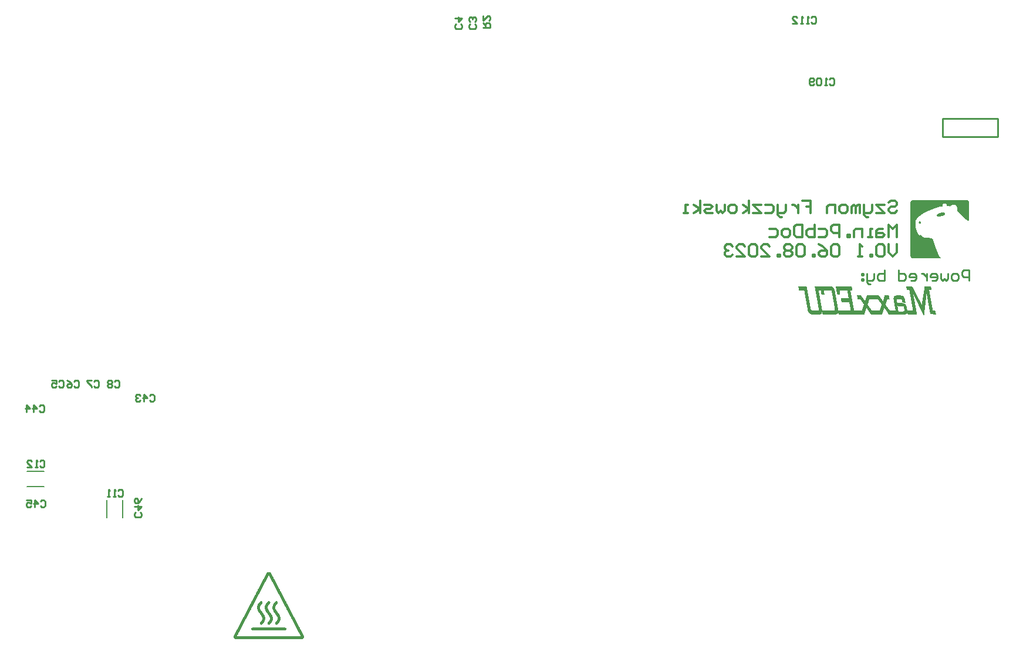
<source format=gbo>
G04*
G04 #@! TF.GenerationSoftware,Altium Limited,Altium Designer,23.7.1 (13)*
G04*
G04 Layer_Color=32896*
%FSLAX25Y25*%
%MOIN*%
G70*
G04*
G04 #@! TF.SameCoordinates,3671DF12-B1F1-4326-BA21-4D3E62DEF6AE*
G04*
G04*
G04 #@! TF.FilePolarity,Positive*
G04*
G01*
G75*
%ADD16C,0.00787*%
%ADD17C,0.01000*%
%ADD159C,0.01200*%
G36*
X563743Y329831D02*
X563912D01*
Y329788D01*
X564039D01*
Y329746D01*
X564124D01*
Y329704D01*
X564166D01*
Y329661D01*
X564251D01*
Y329619D01*
X564293D01*
Y329577D01*
X564335D01*
Y329534D01*
X564377D01*
Y329492D01*
X564420D01*
Y329408D01*
X564462D01*
Y329365D01*
X564504D01*
Y329280D01*
X564547D01*
Y329153D01*
X564589D01*
Y328984D01*
X564632D01*
Y328688D01*
X564589D01*
Y328603D01*
X564547D01*
Y328519D01*
X564504D01*
Y328476D01*
X564462D01*
Y328434D01*
X564420D01*
Y328392D01*
X564377D01*
Y328349D01*
X564293D01*
Y328307D01*
X564251D01*
Y328265D01*
X564166D01*
Y328222D01*
X564124D01*
Y328180D01*
X564039D01*
Y328138D01*
X563954D01*
Y328095D01*
X563870D01*
Y328053D01*
X563743D01*
Y328011D01*
X563658D01*
Y327968D01*
X563531D01*
Y327926D01*
X563404D01*
Y327884D01*
X563277D01*
Y327841D01*
X563108D01*
Y327799D01*
X562938D01*
Y327757D01*
X562769D01*
Y327714D01*
X562515D01*
Y327672D01*
X562261D01*
Y327630D01*
X561923D01*
Y327588D01*
X561373D01*
Y327545D01*
X560568D01*
Y327588D01*
X560230D01*
Y327630D01*
X560103D01*
Y327672D01*
X560018D01*
Y327714D01*
X559976D01*
Y327757D01*
X559933D01*
Y327884D01*
X559891D01*
Y328011D01*
X559849D01*
Y328138D01*
X559891D01*
Y328222D01*
X559933D01*
Y328307D01*
X559976D01*
Y328392D01*
X560018D01*
Y328434D01*
X560060D01*
Y328476D01*
X560103D01*
Y328519D01*
X560145D01*
Y328603D01*
X560187D01*
Y328646D01*
X560230D01*
Y328688D01*
X560272D01*
Y328730D01*
X560314D01*
Y328773D01*
X560357D01*
Y328815D01*
X560441D01*
Y328857D01*
X560484D01*
Y328900D01*
X560526D01*
Y328942D01*
X560568D01*
Y328984D01*
X560653D01*
Y329027D01*
X560695D01*
Y329069D01*
X560738D01*
Y329111D01*
X560822D01*
Y329153D01*
X560907D01*
Y329196D01*
X560949D01*
Y329238D01*
X561034D01*
Y329280D01*
X561119D01*
Y329323D01*
X561203D01*
Y329365D01*
X561288D01*
Y329408D01*
X561373D01*
Y329450D01*
X561499D01*
Y329492D01*
X561584D01*
Y329534D01*
X561711D01*
Y329577D01*
X561838D01*
Y329619D01*
X561965D01*
Y329661D01*
X562092D01*
Y329704D01*
X562261D01*
Y329746D01*
X562431D01*
Y329788D01*
X562642D01*
Y329831D01*
X562896D01*
Y329873D01*
X563743D01*
Y329831D01*
D02*
G37*
G36*
X576779Y336899D02*
X576948D01*
Y336857D01*
X577075D01*
Y336814D01*
X577160D01*
Y336772D01*
X577244D01*
Y336730D01*
X577329D01*
Y336687D01*
X577371D01*
Y336645D01*
X577456D01*
Y336603D01*
X577498D01*
Y336560D01*
X577583D01*
Y336518D01*
X577625D01*
Y336476D01*
X577668D01*
Y336433D01*
X577710D01*
Y336391D01*
X577752D01*
Y336306D01*
X577795D01*
Y336264D01*
X577837D01*
Y336222D01*
X577879D01*
Y336137D01*
X577922D01*
Y336095D01*
X577964D01*
Y336010D01*
X578006D01*
Y335926D01*
X578049D01*
Y335841D01*
X578091D01*
Y335714D01*
X578133D01*
Y335545D01*
X578175D01*
Y324921D01*
X578133D01*
Y324963D01*
X578006D01*
Y325006D01*
X577879D01*
Y325048D01*
X577795D01*
Y325090D01*
X577710D01*
Y325133D01*
X577625D01*
Y325175D01*
X577541D01*
Y325217D01*
X577456D01*
Y325260D01*
X577371D01*
Y325302D01*
X577287D01*
Y325344D01*
X577244D01*
Y325387D01*
X577160D01*
Y325429D01*
X577075D01*
Y325471D01*
X577033D01*
Y325514D01*
X576948D01*
Y325556D01*
X576906D01*
Y325598D01*
X576821D01*
Y325641D01*
X576779D01*
Y325683D01*
X576694D01*
Y325725D01*
X576652D01*
Y325767D01*
X576567D01*
Y325810D01*
X576525D01*
Y325852D01*
X576440D01*
Y325894D01*
X576398D01*
Y325937D01*
X576356D01*
Y325979D01*
X576271D01*
Y326021D01*
X576229D01*
Y326064D01*
X576186D01*
Y326106D01*
X576144D01*
Y326148D01*
X576059D01*
Y326191D01*
X576017D01*
Y326233D01*
X575975D01*
Y326275D01*
X575890D01*
Y326318D01*
X575848D01*
Y326360D01*
X575805D01*
Y326402D01*
X575763D01*
Y326445D01*
X575721D01*
Y326487D01*
X575636D01*
Y326529D01*
X575594D01*
Y326572D01*
X575551D01*
Y326614D01*
X575509D01*
Y326656D01*
X575467D01*
Y326699D01*
X575424D01*
Y326741D01*
X575340D01*
Y326783D01*
X575297D01*
Y326826D01*
X575255D01*
Y326868D01*
X575213D01*
Y326910D01*
X575170D01*
Y326953D01*
X575128D01*
Y326995D01*
X575086D01*
Y327037D01*
X575043D01*
Y327080D01*
X574959D01*
Y327122D01*
X574917D01*
Y327164D01*
X574874D01*
Y327206D01*
X574832D01*
Y327249D01*
X574789D01*
Y327291D01*
X574747D01*
Y327333D01*
X574705D01*
Y327376D01*
X574662D01*
Y327418D01*
X574620D01*
Y327461D01*
X574578D01*
Y327503D01*
X574536D01*
Y327545D01*
X574493D01*
Y327588D01*
X574451D01*
Y327630D01*
X574409D01*
Y327672D01*
X574324D01*
Y327714D01*
X574282D01*
Y327757D01*
X574239D01*
Y327799D01*
X574197D01*
Y327841D01*
X574155D01*
Y327884D01*
X574112D01*
Y327926D01*
X574070D01*
Y327968D01*
X574028D01*
Y328011D01*
X573985D01*
Y328053D01*
X573943D01*
Y328095D01*
X573901D01*
Y328138D01*
X573858D01*
Y328180D01*
X573816D01*
Y328222D01*
X573774D01*
Y328265D01*
X573731D01*
Y328307D01*
X573689D01*
Y328349D01*
X573647D01*
Y328392D01*
X573604D01*
Y328434D01*
X573562D01*
Y328476D01*
X573520D01*
Y328519D01*
X573477D01*
Y328561D01*
X573435D01*
Y328646D01*
X573393D01*
Y328688D01*
X573350D01*
Y328730D01*
X573308D01*
Y328773D01*
X573266D01*
Y328815D01*
X573223D01*
Y328857D01*
X573181D01*
Y328900D01*
X573139D01*
Y328942D01*
X573097D01*
Y328984D01*
X573054D01*
Y329027D01*
X573012D01*
Y329069D01*
X572969D01*
Y329111D01*
X572927D01*
Y329153D01*
X572885D01*
Y329196D01*
X572843D01*
Y329238D01*
X572800D01*
Y329280D01*
X572758D01*
Y329365D01*
X572716D01*
Y329408D01*
X572673D01*
Y329450D01*
X572631D01*
Y329492D01*
X572589D01*
Y329534D01*
X572546D01*
Y329577D01*
X572504D01*
Y329619D01*
X572462D01*
Y329661D01*
X572419D01*
Y329704D01*
X572377D01*
Y329746D01*
X572335D01*
Y329788D01*
X572292D01*
Y329873D01*
X572250D01*
Y329915D01*
X572208D01*
Y329958D01*
X572165D01*
Y330000D01*
X572123D01*
Y330042D01*
X572081D01*
Y330085D01*
X572038D01*
Y330127D01*
X571996D01*
Y330212D01*
X571954D01*
Y330254D01*
X571911D01*
Y330296D01*
X571869D01*
Y330339D01*
X571827D01*
Y330381D01*
X571784D01*
Y330423D01*
X571742D01*
Y330466D01*
X571700D01*
Y330550D01*
X571657D01*
Y330592D01*
X571615D01*
Y330635D01*
X571573D01*
Y330677D01*
X571530D01*
Y330847D01*
X571488D01*
Y331566D01*
X571446D01*
Y332074D01*
X571404D01*
Y332413D01*
X571361D01*
Y332666D01*
X571319D01*
Y332836D01*
X571277D01*
Y332963D01*
X571234D01*
Y333090D01*
X571192D01*
Y333217D01*
X571149D01*
Y333301D01*
X571107D01*
Y333386D01*
X571065D01*
Y333428D01*
X571023D01*
Y333513D01*
X570980D01*
Y333555D01*
X570938D01*
Y333640D01*
X570896D01*
Y333682D01*
X570853D01*
Y333725D01*
X570811D01*
Y333767D01*
X570769D01*
Y333809D01*
X570726D01*
Y333852D01*
X570642D01*
Y333894D01*
X570599D01*
Y333936D01*
X570557D01*
Y333979D01*
X570472D01*
Y334021D01*
X570388D01*
Y334063D01*
X570345D01*
Y334105D01*
X570218D01*
Y334148D01*
X570134D01*
Y334190D01*
X570007D01*
Y334232D01*
X569880D01*
Y334275D01*
X569668D01*
Y334317D01*
X569330D01*
Y334275D01*
X569076D01*
Y334232D01*
X568949D01*
Y334190D01*
X568822D01*
Y334148D01*
X568695D01*
Y334105D01*
X568610D01*
Y334063D01*
X568525D01*
Y334021D01*
X568441D01*
Y333979D01*
X568356D01*
Y333936D01*
X568271D01*
Y333894D01*
X568229D01*
Y333852D01*
X568145D01*
Y333809D01*
X568102D01*
Y333767D01*
X568017D01*
Y333725D01*
X567975D01*
Y333682D01*
X567891D01*
Y333640D01*
X567848D01*
Y333598D01*
X567806D01*
Y333555D01*
X567764D01*
Y333513D01*
X567679D01*
Y333471D01*
X567637D01*
Y333428D01*
X567594D01*
Y333386D01*
X567552D01*
Y333344D01*
X567510D01*
Y333301D01*
X567467D01*
Y333259D01*
X567425D01*
Y333217D01*
X567256D01*
Y333259D01*
X567129D01*
Y333301D01*
X567002D01*
Y333344D01*
X566875D01*
Y333386D01*
X566705D01*
Y333428D01*
X566536D01*
Y333471D01*
X566367D01*
Y333513D01*
X566113D01*
Y333555D01*
X565563D01*
Y333682D01*
X565520D01*
Y333936D01*
X565478D01*
Y334105D01*
X565436D01*
Y334232D01*
X565393D01*
Y334317D01*
X565351D01*
Y334402D01*
X565309D01*
Y334444D01*
X565266D01*
Y334487D01*
X565224D01*
Y334529D01*
X565182D01*
Y334571D01*
X565139D01*
Y334613D01*
X565097D01*
Y334656D01*
X565012D01*
Y334698D01*
X564928D01*
Y334740D01*
X564801D01*
Y334783D01*
X564589D01*
Y334825D01*
X564081D01*
Y334783D01*
X563912D01*
Y334740D01*
X563785D01*
Y334698D01*
X563658D01*
Y334656D01*
X563616D01*
Y334613D01*
X563531D01*
Y334571D01*
X563489D01*
Y334529D01*
X563446D01*
Y334487D01*
X563404D01*
Y334444D01*
X563362D01*
Y334360D01*
X563319D01*
Y334317D01*
X563277D01*
Y334232D01*
X563235D01*
Y334105D01*
X563192D01*
Y333979D01*
X563150D01*
Y333640D01*
X563108D01*
Y333513D01*
X563150D01*
Y333259D01*
X562684D01*
Y333217D01*
X562388D01*
Y333174D01*
X562134D01*
Y333132D01*
X561923D01*
Y333090D01*
X561711D01*
Y333047D01*
X561542D01*
Y333005D01*
X561330D01*
Y332963D01*
X561161D01*
Y332920D01*
X561034D01*
Y332878D01*
X560865D01*
Y332836D01*
X560695D01*
Y332793D01*
X560568D01*
Y332751D01*
X560399D01*
Y332709D01*
X560272D01*
Y332666D01*
X560103D01*
Y332624D01*
X559976D01*
Y332582D01*
X559849D01*
Y332540D01*
X559722D01*
Y332497D01*
X559595D01*
Y332455D01*
X559468D01*
Y332413D01*
X559341D01*
Y332370D01*
X559214D01*
Y332328D01*
X559087D01*
Y332286D01*
X558960D01*
Y332243D01*
X558833D01*
Y332201D01*
X558748D01*
Y332159D01*
X558621D01*
Y332116D01*
X558494D01*
Y332074D01*
X558367D01*
Y332032D01*
X558283D01*
Y331989D01*
X558156D01*
Y331947D01*
X558029D01*
Y331905D01*
X557944D01*
Y331862D01*
X557817D01*
Y331820D01*
X557690D01*
Y331778D01*
X557606D01*
Y331735D01*
X557479D01*
Y331693D01*
X557394D01*
Y331651D01*
X557267D01*
Y331608D01*
X557182D01*
Y331566D01*
X557055D01*
Y331524D01*
X556971D01*
Y331481D01*
X556844D01*
Y331439D01*
X556759D01*
Y331397D01*
X556632D01*
Y331354D01*
X556547D01*
Y331312D01*
X556463D01*
Y331270D01*
X556336D01*
Y331227D01*
X556251D01*
Y331185D01*
X556124D01*
Y331143D01*
X556039D01*
Y331101D01*
X555955D01*
Y331058D01*
X555828D01*
Y331016D01*
X555743D01*
Y330974D01*
X555659D01*
Y330931D01*
X555574D01*
Y330889D01*
X555447D01*
Y330847D01*
X555362D01*
Y330804D01*
X555278D01*
Y330762D01*
X555151D01*
Y330719D01*
X555066D01*
Y330677D01*
X554981D01*
Y330635D01*
X554897D01*
Y330592D01*
X554812D01*
Y330550D01*
X554685D01*
Y330508D01*
X554600D01*
Y330466D01*
X554516D01*
Y330423D01*
X554431D01*
Y330381D01*
X554347D01*
Y330339D01*
X554219D01*
Y330296D01*
X554135D01*
Y330254D01*
X554050D01*
Y330212D01*
X553966D01*
Y330169D01*
X553881D01*
Y330127D01*
X553796D01*
Y330085D01*
X553712D01*
Y330042D01*
X553627D01*
Y330000D01*
X553500D01*
Y329958D01*
X553415D01*
Y329915D01*
X553331D01*
Y329873D01*
X553246D01*
Y329831D01*
X553161D01*
Y329788D01*
X553077D01*
Y329746D01*
X552992D01*
Y329704D01*
X552907D01*
Y329661D01*
X552823D01*
Y329619D01*
X552738D01*
Y329577D01*
X552654D01*
Y329534D01*
X552569D01*
Y329492D01*
X552484D01*
Y329450D01*
X552399D01*
Y329408D01*
X552315D01*
Y329365D01*
X552230D01*
Y329323D01*
X552188D01*
Y329280D01*
X552103D01*
Y329238D01*
X552061D01*
Y329196D01*
X551976D01*
Y329153D01*
X551934D01*
Y329111D01*
X551849D01*
Y329069D01*
X551807D01*
Y329027D01*
X551722D01*
Y328984D01*
X551680D01*
Y328942D01*
X551595D01*
Y328900D01*
X551553D01*
Y328857D01*
X551468D01*
Y328815D01*
X551426D01*
Y328773D01*
X551341D01*
Y328730D01*
X551299D01*
Y328688D01*
X551257D01*
Y328646D01*
X551172D01*
Y328603D01*
X551130D01*
Y328561D01*
X551045D01*
Y328519D01*
X551003D01*
Y328476D01*
X550960D01*
Y328434D01*
X550876D01*
Y328392D01*
X550834D01*
Y328349D01*
X550791D01*
Y328307D01*
X550706D01*
Y328265D01*
X550664D01*
Y328222D01*
X550622D01*
Y328180D01*
X550580D01*
Y328138D01*
X550495D01*
Y328095D01*
X550453D01*
Y328053D01*
X550410D01*
Y328011D01*
X550368D01*
Y327968D01*
X550283D01*
Y327926D01*
X550241D01*
Y327884D01*
X550199D01*
Y327841D01*
X550156D01*
Y327799D01*
X550114D01*
Y327757D01*
X550029D01*
Y327714D01*
X549987D01*
Y327672D01*
X549945D01*
Y327630D01*
X549902D01*
Y327588D01*
X549860D01*
Y327545D01*
X549818D01*
Y327503D01*
X549733D01*
Y327461D01*
X549691D01*
Y327418D01*
X549648D01*
Y327376D01*
X549606D01*
Y327333D01*
X549564D01*
Y327291D01*
X549521D01*
Y327249D01*
X549479D01*
Y327206D01*
X549437D01*
Y327164D01*
X549395D01*
Y327122D01*
X549352D01*
Y327080D01*
X549310D01*
Y327037D01*
X549267D01*
Y326995D01*
X549225D01*
Y326953D01*
X549183D01*
Y326910D01*
X549141D01*
Y326868D01*
X549098D01*
Y326826D01*
X549056D01*
Y326783D01*
X549014D01*
Y326741D01*
X548971D01*
Y326699D01*
X548929D01*
Y326656D01*
X548887D01*
Y326614D01*
X548844D01*
Y326572D01*
X548802D01*
Y326529D01*
X548760D01*
Y326445D01*
X548717D01*
Y326402D01*
X548675D01*
Y326360D01*
X548633D01*
Y326318D01*
X548590D01*
Y326275D01*
X548548D01*
Y326191D01*
X548506D01*
Y326148D01*
X548463D01*
Y326106D01*
X548421D01*
Y326064D01*
X548379D01*
Y325979D01*
X548336D01*
Y325937D01*
X548294D01*
Y325894D01*
X548252D01*
Y325810D01*
X548209D01*
Y325767D01*
X548167D01*
Y325683D01*
X548125D01*
Y325641D01*
X548082D01*
Y325556D01*
X548040D01*
Y325471D01*
X547998D01*
Y325344D01*
X547955D01*
Y325217D01*
X547913D01*
Y325090D01*
X547871D01*
Y324963D01*
X547828D01*
Y324709D01*
X547786D01*
Y322847D01*
X547828D01*
Y322043D01*
X547871D01*
Y321620D01*
X547913D01*
Y321323D01*
X547955D01*
Y321069D01*
X547998D01*
Y320815D01*
X548040D01*
Y320646D01*
X548082D01*
Y320434D01*
X548125D01*
Y320265D01*
X548167D01*
Y320096D01*
X548209D01*
Y319969D01*
X548252D01*
Y319800D01*
X548294D01*
Y319673D01*
X548336D01*
Y319546D01*
X548379D01*
Y319419D01*
X548421D01*
Y319292D01*
X548463D01*
Y319165D01*
X548506D01*
Y319038D01*
X548548D01*
Y318953D01*
X548590D01*
Y318826D01*
X548633D01*
Y318741D01*
X548675D01*
Y318657D01*
X548717D01*
Y318530D01*
X548760D01*
Y318445D01*
X548802D01*
Y318361D01*
X548844D01*
Y318276D01*
X548887D01*
Y318191D01*
X548929D01*
Y318107D01*
X548971D01*
Y318022D01*
X549014D01*
Y317937D01*
X549056D01*
Y317853D01*
X549098D01*
Y317810D01*
X549141D01*
Y317726D01*
X549183D01*
Y317641D01*
X549225D01*
Y317599D01*
X549267D01*
Y317514D01*
X549310D01*
Y317472D01*
X549352D01*
Y317429D01*
X549395D01*
Y317345D01*
X549437D01*
Y317302D01*
X549479D01*
Y317260D01*
X549521D01*
Y317218D01*
X549564D01*
Y317176D01*
X549648D01*
Y317133D01*
X549691D01*
Y317091D01*
X549775D01*
Y317049D01*
X549860D01*
Y317006D01*
X549987D01*
Y316964D01*
X550622D01*
Y317006D01*
X550876D01*
Y316964D01*
X550960D01*
Y316922D01*
X551003D01*
Y316837D01*
X551045D01*
Y316752D01*
X551088D01*
Y316668D01*
X551130D01*
Y316583D01*
X551172D01*
Y316541D01*
X551215D01*
Y316456D01*
X551257D01*
Y316414D01*
X551299D01*
Y316371D01*
X551341D01*
Y316287D01*
X551384D01*
Y316244D01*
X551426D01*
Y316202D01*
X551468D01*
Y316160D01*
X551511D01*
Y316117D01*
X551595D01*
Y316075D01*
X551638D01*
Y316033D01*
X551680D01*
Y315990D01*
X551765D01*
Y315948D01*
X551807D01*
Y315906D01*
X551892D01*
Y315863D01*
X551976D01*
Y315821D01*
X552061D01*
Y315779D01*
X552188D01*
Y315737D01*
X552315D01*
Y315694D01*
X552484D01*
Y315652D01*
X552696D01*
Y315610D01*
X553034D01*
Y315567D01*
X553542D01*
Y315525D01*
X554008D01*
Y315482D01*
X554516D01*
Y315440D01*
X554939D01*
Y315398D01*
X555362D01*
Y315355D01*
X555743D01*
Y315313D01*
X556082D01*
Y315271D01*
X556378D01*
Y315229D01*
X556632D01*
Y315186D01*
X556844D01*
Y315144D01*
X556971D01*
Y315102D01*
X557098D01*
Y315059D01*
X557225D01*
Y315017D01*
X557309D01*
Y314975D01*
X557394D01*
Y314932D01*
X557436D01*
Y314890D01*
X557479D01*
Y314848D01*
X557521D01*
Y314805D01*
X557563D01*
Y314721D01*
X557606D01*
Y314636D01*
X557648D01*
Y314509D01*
X557690D01*
Y314424D01*
X557732D01*
Y314297D01*
X557775D01*
Y314170D01*
X557817D01*
Y314043D01*
X557860D01*
Y313874D01*
X557902D01*
Y313747D01*
X557944D01*
Y313620D01*
X557986D01*
Y313493D01*
X558029D01*
Y313366D01*
X558071D01*
Y313239D01*
X558113D01*
Y313112D01*
X558156D01*
Y312985D01*
X558198D01*
Y312858D01*
X558240D01*
Y312731D01*
X558283D01*
Y312562D01*
X558325D01*
Y312435D01*
X558367D01*
Y312308D01*
X558410D01*
Y312181D01*
X558452D01*
Y312054D01*
X558494D01*
Y311927D01*
X558537D01*
Y311800D01*
X558579D01*
Y311673D01*
X558621D01*
Y311546D01*
X558664D01*
Y311419D01*
X558706D01*
Y311292D01*
X558748D01*
Y311165D01*
X558791D01*
Y311038D01*
X558833D01*
Y310954D01*
X558875D01*
Y310827D01*
X558918D01*
Y310700D01*
X558960D01*
Y310573D01*
X559002D01*
Y310446D01*
X559045D01*
Y310319D01*
X559087D01*
Y310192D01*
X559129D01*
Y310065D01*
X559172D01*
Y309980D01*
X559214D01*
Y309853D01*
X559256D01*
Y309726D01*
X559299D01*
Y309599D01*
X559341D01*
Y309515D01*
X559383D01*
Y309388D01*
X559425D01*
Y309261D01*
X559468D01*
Y309134D01*
X559510D01*
Y309049D01*
X559552D01*
Y308922D01*
X559595D01*
Y308838D01*
X559637D01*
Y308711D01*
X559680D01*
Y308583D01*
X559722D01*
Y308499D01*
X559764D01*
Y308372D01*
X559806D01*
Y308287D01*
X559849D01*
Y308160D01*
X559891D01*
Y308076D01*
X559933D01*
Y307949D01*
X559976D01*
Y307864D01*
X560018D01*
Y307737D01*
X560060D01*
Y307652D01*
X560103D01*
Y307525D01*
X560145D01*
Y307441D01*
X560187D01*
Y307356D01*
X560230D01*
Y307229D01*
X560272D01*
Y307144D01*
X560314D01*
Y307060D01*
X560357D01*
Y306933D01*
X560399D01*
Y306848D01*
X560441D01*
Y306764D01*
X560484D01*
Y306679D01*
X560526D01*
Y306552D01*
X560568D01*
Y306467D01*
X560611D01*
Y306383D01*
X560653D01*
Y306298D01*
X560695D01*
Y306213D01*
X560738D01*
Y306129D01*
X560780D01*
Y306044D01*
X560822D01*
Y305959D01*
X560865D01*
Y305875D01*
X560907D01*
Y305790D01*
X560949D01*
Y305705D01*
X560991D01*
Y305621D01*
X561034D01*
Y305536D01*
X561076D01*
Y305451D01*
X561119D01*
Y305367D01*
X561161D01*
Y305282D01*
X561203D01*
Y305240D01*
X561245D01*
Y305155D01*
X561288D01*
Y305070D01*
X561330D01*
Y304986D01*
X561373D01*
Y304944D01*
X561415D01*
Y304859D01*
X561457D01*
Y304774D01*
X561499D01*
Y304732D01*
X561542D01*
Y304647D01*
X561584D01*
Y304605D01*
X561626D01*
Y304520D01*
X561669D01*
Y304478D01*
X561711D01*
Y304436D01*
X561753D01*
Y304351D01*
X561796D01*
Y304309D01*
X561838D01*
Y304266D01*
X561880D01*
Y304182D01*
X561923D01*
Y304139D01*
X561965D01*
Y304097D01*
X562007D01*
Y304055D01*
X562050D01*
Y304012D01*
X562092D01*
Y303970D01*
X562134D01*
Y303928D01*
X562177D01*
Y303885D01*
X562219D01*
Y303843D01*
X562261D01*
Y303801D01*
X562304D01*
Y303759D01*
X562346D01*
Y303716D01*
X562431D01*
Y303674D01*
X546305D01*
Y303716D01*
X546135D01*
Y303759D01*
X546008D01*
Y303801D01*
X545924D01*
Y303843D01*
X545839D01*
Y303885D01*
X545754D01*
Y303928D01*
X545712D01*
Y303970D01*
X545627D01*
Y304012D01*
X545585D01*
Y304055D01*
X545543D01*
Y304097D01*
X545458D01*
Y304139D01*
X545416D01*
Y304182D01*
X545374D01*
Y304224D01*
X545331D01*
Y304266D01*
X545289D01*
Y304351D01*
X545247D01*
Y304393D01*
X545204D01*
Y304478D01*
X545162D01*
Y304520D01*
X545120D01*
Y304605D01*
X545077D01*
Y304690D01*
X545035D01*
Y304774D01*
X544993D01*
Y304901D01*
X544950D01*
Y305070D01*
X544908D01*
Y335545D01*
X544950D01*
Y335714D01*
X544993D01*
Y335841D01*
X545035D01*
Y335926D01*
X545077D01*
Y336010D01*
X545120D01*
Y336095D01*
X545162D01*
Y336179D01*
X545204D01*
Y336222D01*
X545247D01*
Y336264D01*
X545289D01*
Y336349D01*
X545331D01*
Y336391D01*
X545374D01*
Y336433D01*
X545416D01*
Y336476D01*
X545458D01*
Y336518D01*
X545501D01*
Y336560D01*
X545585D01*
Y336603D01*
X545627D01*
Y336645D01*
X545670D01*
Y336687D01*
X545754D01*
Y336730D01*
X545839D01*
Y336772D01*
X545924D01*
Y336814D01*
X546008D01*
Y336857D01*
X546135D01*
Y336899D01*
X546305D01*
Y336941D01*
X576779D01*
Y336899D01*
D02*
G37*
G36*
X550326Y324709D02*
X550537D01*
Y324667D01*
X550622D01*
Y324625D01*
X550664D01*
Y324582D01*
X550706D01*
Y324540D01*
X550749D01*
Y324498D01*
X550791D01*
Y324455D01*
X550834D01*
Y324371D01*
X550876D01*
Y324244D01*
X550918D01*
Y323948D01*
X550876D01*
Y323820D01*
X550834D01*
Y323736D01*
X550791D01*
Y323694D01*
X550749D01*
Y323651D01*
X550706D01*
Y323609D01*
X550664D01*
Y323567D01*
X550580D01*
Y323524D01*
X550495D01*
Y323482D01*
X550072D01*
Y323524D01*
X549987D01*
Y323567D01*
X549902D01*
Y323609D01*
X549860D01*
Y323651D01*
X549818D01*
Y323694D01*
X549775D01*
Y323736D01*
X549733D01*
Y323820D01*
X549691D01*
Y323948D01*
X549648D01*
Y324244D01*
X549691D01*
Y324371D01*
X549733D01*
Y324455D01*
X549775D01*
Y324498D01*
X549818D01*
Y324540D01*
X549860D01*
Y324582D01*
X549902D01*
Y324625D01*
X549945D01*
Y324667D01*
X550029D01*
Y324709D01*
X550241D01*
Y324752D01*
X550326D01*
Y324709D01*
D02*
G37*
G36*
X556357Y287923D02*
X556389D01*
Y287891D01*
X556421D01*
Y287796D01*
X556452D01*
Y287732D01*
X556484D01*
Y287669D01*
X556516D01*
Y287605D01*
X556547D01*
Y287510D01*
X556579D01*
Y287447D01*
X556611D01*
Y287351D01*
X556643D01*
Y287193D01*
X556674D01*
Y286971D01*
X556706D01*
Y286780D01*
X556738D01*
Y286558D01*
X556770D01*
Y286400D01*
X556801D01*
Y286209D01*
X556833D01*
Y286051D01*
X556865D01*
Y285924D01*
X556896D01*
Y285765D01*
X556865D01*
Y285702D01*
X556801D01*
Y285670D01*
X556452D01*
Y285702D01*
X555596D01*
Y285670D01*
X555564D01*
Y285448D01*
X555596D01*
Y285321D01*
X555627D01*
Y285162D01*
X555659D01*
Y285004D01*
X555691D01*
Y284845D01*
X555723D01*
Y284655D01*
X555754D01*
Y284433D01*
X555786D01*
Y284210D01*
X555818D01*
Y283957D01*
X555849D01*
Y283671D01*
X555881D01*
Y283576D01*
X555913D01*
Y283512D01*
X555945D01*
Y283385D01*
X555976D01*
Y283227D01*
X556008D01*
Y283036D01*
X556040D01*
Y282846D01*
X556072D01*
Y282656D01*
X556103D01*
Y282497D01*
X556135D01*
Y282307D01*
X556167D01*
Y282116D01*
X556198D01*
Y281926D01*
X556230D01*
Y281736D01*
X556262D01*
Y281545D01*
X556294D01*
Y281355D01*
X556325D01*
Y281165D01*
X556357D01*
Y280974D01*
X556389D01*
Y280816D01*
X556421D01*
Y280689D01*
X556452D01*
Y280562D01*
X556484D01*
Y280403D01*
X556516D01*
Y280244D01*
X556547D01*
Y280054D01*
X556579D01*
Y279864D01*
X556611D01*
Y279705D01*
X556643D01*
Y279515D01*
X556674D01*
Y279324D01*
X556706D01*
Y279134D01*
X556738D01*
Y278975D01*
X556770D01*
Y278785D01*
X556801D01*
Y278595D01*
X556833D01*
Y278436D01*
X556865D01*
Y278246D01*
X556896D01*
Y278055D01*
X556928D01*
Y277897D01*
X556960D01*
Y277706D01*
X556992D01*
Y277548D01*
X557023D01*
Y277357D01*
X557055D01*
Y277199D01*
X557087D01*
Y277008D01*
X557119D01*
Y276850D01*
X557150D01*
Y276659D01*
X557182D01*
Y276501D01*
X557214D01*
Y276310D01*
X557245D01*
Y276152D01*
X557277D01*
Y275961D01*
X557309D01*
Y275803D01*
X557341D01*
Y275644D01*
X557372D01*
Y275454D01*
X557404D01*
Y275295D01*
X557436D01*
Y275136D01*
X557468D01*
Y274946D01*
X557499D01*
Y274787D01*
X557531D01*
Y274629D01*
X557563D01*
Y274438D01*
X557594D01*
Y274311D01*
X557626D01*
Y274280D01*
X558134D01*
Y274248D01*
X558863D01*
Y274216D01*
X558895D01*
Y274153D01*
X558927D01*
Y274089D01*
X558959D01*
Y274026D01*
X558990D01*
Y273931D01*
X559022D01*
Y273867D01*
X559054D01*
Y273740D01*
X559086D01*
Y273645D01*
X559117D01*
Y273518D01*
X559149D01*
Y273391D01*
X559181D01*
Y273264D01*
X559212D01*
Y273106D01*
X559244D01*
Y272915D01*
X559276D01*
Y272693D01*
X559308D01*
Y272471D01*
X559340D01*
Y272217D01*
X559371D01*
Y271995D01*
X559340D01*
Y271964D01*
X557880D01*
Y271995D01*
X556357D01*
Y272027D01*
X556262D01*
Y272059D01*
X556230D01*
Y272090D01*
X556198D01*
Y272154D01*
X556167D01*
Y272249D01*
X556135D01*
Y272439D01*
X556103D01*
Y272598D01*
X556072D01*
Y272788D01*
X556040D01*
Y272947D01*
X556008D01*
Y273106D01*
X555976D01*
Y273296D01*
X555945D01*
Y273455D01*
X555913D01*
Y273645D01*
X555881D01*
Y273804D01*
X555849D01*
Y273994D01*
X555818D01*
Y274153D01*
X555786D01*
Y274343D01*
X555754D01*
Y274502D01*
X555723D01*
Y274692D01*
X555691D01*
Y274787D01*
Y274819D01*
Y274851D01*
X555659D01*
Y275041D01*
X555627D01*
Y275200D01*
X555596D01*
Y275390D01*
X555564D01*
Y275549D01*
X555532D01*
Y275739D01*
X555500D01*
Y275898D01*
X555469D01*
Y276088D01*
X555437D01*
Y276278D01*
X555405D01*
Y276437D01*
X555373D01*
Y276627D01*
X555342D01*
Y276818D01*
X555310D01*
Y276976D01*
X555278D01*
Y277167D01*
X555247D01*
Y277326D01*
X555215D01*
Y277516D01*
X555183D01*
Y277706D01*
X555151D01*
Y277865D01*
X555120D01*
Y278055D01*
X555088D01*
Y278246D01*
X555056D01*
Y278404D01*
X555024D01*
Y278595D01*
X554993D01*
Y278785D01*
X554961D01*
Y278975D01*
X554929D01*
Y279134D01*
X554897D01*
Y279324D01*
X554866D01*
Y279515D01*
X554834D01*
Y279673D01*
X554802D01*
Y279864D01*
X554771D01*
Y280054D01*
X554739D01*
Y280244D01*
X554707D01*
Y280403D01*
X554675D01*
Y280593D01*
X554644D01*
Y280784D01*
X554612D01*
Y280943D01*
X554580D01*
Y281133D01*
X554549D01*
Y281292D01*
X554517D01*
Y281482D01*
X554485D01*
Y281641D01*
X554453D01*
Y281831D01*
X554422D01*
Y281990D01*
X554390D01*
Y282180D01*
X554358D01*
Y282339D01*
X554326D01*
Y282497D01*
X554295D01*
Y282687D01*
X554263D01*
Y282846D01*
X554231D01*
Y283005D01*
X554200D01*
Y283163D01*
X554168D01*
Y283322D01*
X554136D01*
Y283481D01*
X554104D01*
Y283608D01*
X554073D01*
Y283639D01*
X553977D01*
Y283608D01*
X553946D01*
Y283417D01*
X553977D01*
Y282783D01*
X553946D01*
Y282529D01*
X553914D01*
Y282243D01*
X553882D01*
Y281958D01*
X553851D01*
Y281704D01*
X553819D01*
Y281418D01*
X553787D01*
Y281133D01*
X553755D01*
Y280879D01*
X553724D01*
Y280593D01*
X553692D01*
Y280308D01*
X553660D01*
Y280054D01*
X553628D01*
Y279768D01*
X553597D01*
Y279483D01*
X553565D01*
Y279197D01*
X553533D01*
Y278912D01*
X553502D01*
Y278626D01*
X553470D01*
Y278373D01*
X553438D01*
Y278087D01*
X553406D01*
Y277801D01*
X553375D01*
Y277516D01*
X553343D01*
Y277230D01*
X553311D01*
Y276945D01*
X553279D01*
Y276659D01*
X553248D01*
Y276374D01*
X553216D01*
Y276088D01*
X553184D01*
Y275803D01*
X553153D01*
Y275517D01*
X553121D01*
Y275232D01*
X553089D01*
Y274946D01*
X553057D01*
Y274660D01*
X553026D01*
Y274375D01*
X552994D01*
Y274089D01*
X552962D01*
Y273804D01*
X552930D01*
Y273518D01*
X552899D01*
Y273233D01*
X552867D01*
Y272947D01*
X552835D01*
Y272661D01*
X552804D01*
Y272376D01*
X552772D01*
Y272059D01*
X552740D01*
Y271773D01*
X552708D01*
Y271551D01*
X552677D01*
Y271519D01*
X552645D01*
Y271488D01*
X552581D01*
Y271456D01*
X552328D01*
Y271488D01*
X552296D01*
Y271551D01*
X552264D01*
Y271615D01*
X552232D01*
Y271646D01*
X552201D01*
Y271710D01*
X552169D01*
Y271773D01*
X552137D01*
Y271837D01*
X552106D01*
Y271900D01*
X552074D01*
Y271932D01*
X552042D01*
Y271995D01*
X552010D01*
Y272059D01*
X551979D01*
Y272122D01*
X551947D01*
Y272186D01*
X551915D01*
Y272249D01*
X551883D01*
Y272312D01*
X551852D01*
Y272376D01*
X551820D01*
Y272439D01*
X551788D01*
Y272503D01*
X551756D01*
Y272566D01*
X551725D01*
Y272630D01*
X551693D01*
Y272693D01*
X551661D01*
Y272757D01*
X551630D01*
Y272820D01*
X551598D01*
Y272915D01*
X551566D01*
Y272979D01*
X551534D01*
Y273042D01*
X551503D01*
Y273106D01*
X551471D01*
Y273169D01*
X551439D01*
Y273264D01*
X551407D01*
Y273328D01*
X551376D01*
Y273391D01*
X551344D01*
Y273486D01*
X551312D01*
Y273550D01*
X551281D01*
Y273645D01*
X551249D01*
Y273709D01*
X551217D01*
Y273772D01*
X551185D01*
Y273867D01*
X551154D01*
Y273931D01*
X551122D01*
Y273994D01*
X551090D01*
Y274058D01*
X551058D01*
Y274153D01*
X551027D01*
Y274216D01*
X550995D01*
Y274280D01*
X550963D01*
Y274343D01*
X550932D01*
Y274407D01*
X550900D01*
Y274470D01*
X550868D01*
Y274533D01*
X550836D01*
Y274597D01*
X550805D01*
Y274660D01*
X550773D01*
Y274724D01*
X550741D01*
Y274787D01*
X550709D01*
Y274851D01*
X550678D01*
Y274914D01*
X550646D01*
Y274978D01*
X550614D01*
Y275041D01*
X550583D01*
Y275105D01*
X550551D01*
Y275168D01*
X550519D01*
Y275232D01*
X550487D01*
Y275295D01*
X550456D01*
Y275358D01*
X550424D01*
Y275422D01*
X550392D01*
Y275485D01*
X550360D01*
Y275549D01*
X550329D01*
Y275612D01*
X550297D01*
Y275676D01*
X550265D01*
Y275739D01*
X550234D01*
Y275803D01*
X550202D01*
Y275866D01*
X550170D01*
Y275929D01*
X550138D01*
Y275993D01*
X550107D01*
Y276056D01*
X550075D01*
Y276120D01*
X550043D01*
Y276183D01*
X550011D01*
Y276247D01*
X549980D01*
Y276310D01*
X549948D01*
Y276374D01*
X549916D01*
Y276437D01*
X549885D01*
Y276532D01*
X549853D01*
Y276596D01*
X549821D01*
Y276659D01*
X549789D01*
Y276723D01*
X549758D01*
Y276786D01*
X549726D01*
Y276850D01*
X549694D01*
Y276945D01*
X549662D01*
Y277008D01*
X549631D01*
Y277072D01*
X549599D01*
Y277135D01*
X549567D01*
Y277199D01*
X549536D01*
Y277262D01*
X549504D01*
Y277357D01*
X549472D01*
Y277421D01*
X549440D01*
Y277484D01*
X549409D01*
Y277548D01*
X549377D01*
Y277611D01*
X549345D01*
Y277675D01*
X549313D01*
Y277770D01*
X549282D01*
Y277833D01*
X549250D01*
Y277897D01*
X549218D01*
Y277960D01*
X549187D01*
Y278024D01*
X549155D01*
Y278087D01*
X549123D01*
Y278150D01*
X549091D01*
Y278246D01*
X549060D01*
Y278309D01*
X549028D01*
Y278373D01*
X548996D01*
Y278436D01*
X548965D01*
Y278499D01*
X548933D01*
Y278563D01*
X548901D01*
Y278626D01*
X548869D01*
Y278721D01*
X548838D01*
Y278785D01*
X548806D01*
Y278848D01*
X548774D01*
Y278912D01*
X548742D01*
Y278975D01*
X548711D01*
Y279039D01*
X548679D01*
Y279102D01*
X548647D01*
Y279166D01*
X548615D01*
Y279261D01*
X548584D01*
Y279324D01*
X548552D01*
Y279388D01*
X548520D01*
Y279451D01*
X548489D01*
Y279515D01*
X548457D01*
Y279578D01*
X548425D01*
Y279642D01*
X548393D01*
Y279705D01*
X548362D01*
Y279768D01*
X548330D01*
Y279864D01*
X548298D01*
Y279927D01*
X548266D01*
Y279991D01*
X548235D01*
Y280054D01*
X548203D01*
Y280118D01*
X548171D01*
Y280181D01*
X548139D01*
Y280244D01*
X548108D01*
Y280308D01*
X548076D01*
Y280371D01*
X548044D01*
Y280435D01*
X548013D01*
Y280498D01*
X547981D01*
Y280593D01*
X547949D01*
Y280657D01*
X547917D01*
Y280720D01*
X547886D01*
Y280784D01*
X547854D01*
Y280847D01*
X547822D01*
Y280911D01*
X547790D01*
Y280974D01*
X547759D01*
Y281038D01*
X547727D01*
Y281101D01*
X547695D01*
Y281165D01*
X547664D01*
Y281228D01*
X547632D01*
Y281292D01*
X547600D01*
Y281355D01*
X547568D01*
Y281450D01*
X547537D01*
Y281514D01*
X547505D01*
Y281577D01*
X547473D01*
Y281641D01*
X547441D01*
Y281704D01*
X547410D01*
Y281767D01*
X547378D01*
Y281831D01*
X547346D01*
Y281894D01*
X547315D01*
Y281958D01*
X547283D01*
Y282021D01*
X547251D01*
Y282085D01*
X547219D01*
Y282148D01*
X547188D01*
Y282212D01*
X547156D01*
Y282275D01*
X547124D01*
Y282339D01*
X547092D01*
Y282402D01*
X547061D01*
Y282465D01*
X547029D01*
Y282529D01*
X546997D01*
Y282592D01*
X546966D01*
Y282656D01*
X546934D01*
Y282751D01*
X546902D01*
Y282814D01*
X546870D01*
Y282878D01*
X546839D01*
Y282941D01*
X546807D01*
Y283005D01*
X546775D01*
Y283068D01*
X546743D01*
Y283132D01*
X546712D01*
Y283195D01*
X546680D01*
Y283259D01*
X546648D01*
Y283290D01*
X546617D01*
Y283322D01*
X546585D01*
Y283354D01*
X546458D01*
Y283259D01*
X546490D01*
Y283163D01*
X546521D01*
Y283068D01*
X546553D01*
Y282941D01*
X546585D01*
Y282846D01*
X546617D01*
Y282719D01*
X546648D01*
Y282592D01*
X546680D01*
Y282434D01*
X546712D01*
Y282275D01*
X546743D01*
Y282116D01*
X546775D01*
Y281926D01*
X546807D01*
Y281767D01*
X546839D01*
Y281577D01*
X546870D01*
Y281418D01*
X546902D01*
Y281260D01*
X546934D01*
Y281069D01*
X546966D01*
Y280911D01*
X546997D01*
Y280720D01*
X547029D01*
Y280562D01*
X547061D01*
Y280371D01*
X547092D01*
Y280213D01*
X547124D01*
Y280054D01*
X547156D01*
Y279864D01*
X547188D01*
Y279705D01*
X547219D01*
Y279515D01*
X547251D01*
Y279356D01*
X547283D01*
Y279197D01*
X547315D01*
Y279007D01*
X547346D01*
Y278848D01*
X547378D01*
Y278658D01*
X547410D01*
Y278499D01*
X547441D01*
Y278309D01*
X547473D01*
Y278150D01*
X547505D01*
Y277992D01*
X547537D01*
Y277801D01*
X547568D01*
Y277643D01*
X547600D01*
Y277452D01*
X547632D01*
Y277294D01*
X547664D01*
Y277103D01*
X547695D01*
Y276945D01*
X547727D01*
Y276786D01*
X547759D01*
Y276596D01*
X547790D01*
Y276437D01*
X547822D01*
Y276247D01*
X547854D01*
Y276088D01*
X547886D01*
Y275929D01*
X547917D01*
Y275739D01*
X547949D01*
Y275581D01*
X547981D01*
Y275390D01*
X548013D01*
Y275232D01*
X548044D01*
Y275041D01*
X548076D01*
Y274883D01*
X548108D01*
Y274724D01*
X548139D01*
Y274533D01*
X548171D01*
Y274375D01*
X548203D01*
Y274184D01*
X548235D01*
Y274026D01*
X548266D01*
Y273835D01*
X548298D01*
Y273677D01*
X548330D01*
Y273518D01*
X548362D01*
Y273328D01*
X548393D01*
Y273169D01*
X548425D01*
Y272979D01*
X548457D01*
Y272820D01*
X548489D01*
Y272661D01*
X548520D01*
Y272503D01*
X548552D01*
Y272376D01*
X548584D01*
Y272249D01*
X548615D01*
Y272027D01*
X548584D01*
Y271964D01*
X548520D01*
Y271932D01*
X543952D01*
Y271964D01*
X543475D01*
Y271995D01*
X543444D01*
Y272027D01*
X543412D01*
Y272059D01*
X543380D01*
Y272122D01*
X543349D01*
Y272186D01*
X543317D01*
Y272249D01*
X543285D01*
Y272344D01*
X543253D01*
Y272503D01*
X543222D01*
Y272725D01*
X543095D01*
Y272693D01*
X543063D01*
Y272535D01*
X543031D01*
Y272471D01*
X543000D01*
Y272408D01*
X542968D01*
Y272376D01*
X542936D01*
Y272344D01*
X542904D01*
Y272312D01*
X542873D01*
Y272281D01*
X542841D01*
Y272249D01*
X542809D01*
Y272217D01*
X542746D01*
Y272186D01*
X542714D01*
Y272154D01*
X542651D01*
Y272122D01*
X542587D01*
Y272090D01*
X542524D01*
Y272059D01*
X542460D01*
Y272027D01*
X542365D01*
Y271995D01*
X542270D01*
Y271964D01*
X542143D01*
Y271932D01*
X541984D01*
Y271900D01*
X532625D01*
Y271932D01*
X532561D01*
Y271964D01*
X532498D01*
Y271995D01*
X532466D01*
Y272027D01*
X532434D01*
Y272059D01*
X532403D01*
Y272122D01*
X532371D01*
Y272154D01*
X532339D01*
Y272217D01*
X532307D01*
Y272281D01*
X532276D01*
Y272344D01*
X532244D01*
Y272439D01*
X532212D01*
Y272535D01*
X532180D01*
Y272598D01*
X532149D01*
Y272661D01*
X532117D01*
Y272725D01*
X532085D01*
Y272788D01*
X532054D01*
Y272852D01*
X532022D01*
Y272915D01*
X531990D01*
Y272947D01*
X531958D01*
Y273010D01*
X531927D01*
Y273074D01*
X531895D01*
Y273137D01*
X531863D01*
Y273169D01*
X531831D01*
Y273233D01*
X531800D01*
Y273296D01*
X531768D01*
Y273328D01*
X531736D01*
Y273391D01*
X531705D01*
Y273423D01*
X531673D01*
Y273486D01*
X531641D01*
Y273518D01*
X531609D01*
Y273550D01*
X531578D01*
Y273613D01*
X531546D01*
Y273645D01*
X531514D01*
Y273677D01*
X531482D01*
Y273740D01*
X531451D01*
Y273772D01*
X531419D01*
Y273804D01*
X531387D01*
Y273867D01*
X531355D01*
Y273899D01*
X531324D01*
Y273931D01*
X531292D01*
Y273994D01*
X531260D01*
Y274026D01*
X531229D01*
Y274058D01*
X531197D01*
Y274121D01*
X531165D01*
Y274153D01*
X531133D01*
Y274184D01*
X531102D01*
Y274248D01*
X531070D01*
Y274280D01*
X531038D01*
Y274311D01*
X531006D01*
Y274375D01*
X530975D01*
Y274407D01*
X530943D01*
Y274470D01*
X530911D01*
Y274502D01*
X530880D01*
Y274533D01*
X530848D01*
Y274597D01*
X530816D01*
Y274629D01*
X530784D01*
Y274692D01*
X530753D01*
Y274724D01*
X530721D01*
Y274756D01*
X530689D01*
Y274819D01*
X530657D01*
Y274851D01*
X530626D01*
Y274914D01*
X530594D01*
Y274946D01*
X530562D01*
Y274978D01*
X530531D01*
Y275041D01*
X530499D01*
Y275073D01*
X530467D01*
Y275136D01*
X530435D01*
Y275168D01*
X530404D01*
Y275232D01*
X530372D01*
Y275263D01*
X530340D01*
Y275327D01*
X530308D01*
Y275358D01*
X530277D01*
Y275422D01*
X530245D01*
Y275454D01*
X530213D01*
Y275485D01*
X530182D01*
Y275517D01*
X530086D01*
Y275485D01*
X530055D01*
Y275454D01*
X530023D01*
Y275358D01*
X529991D01*
Y275263D01*
X529959D01*
Y275200D01*
X529928D01*
Y275105D01*
X529896D01*
Y275009D01*
X529864D01*
Y274946D01*
X529833D01*
Y274851D01*
X529801D01*
Y274756D01*
X529769D01*
Y274660D01*
X529737D01*
Y274597D01*
X529706D01*
Y274502D01*
X529674D01*
Y274407D01*
X529642D01*
Y274311D01*
X529610D01*
Y274216D01*
X529579D01*
Y274121D01*
X529547D01*
Y274026D01*
X529515D01*
Y273962D01*
X529484D01*
Y273867D01*
X529452D01*
Y273772D01*
X529420D01*
Y273677D01*
X529388D01*
Y273582D01*
X529357D01*
Y273486D01*
X529325D01*
Y273391D01*
X529293D01*
Y273296D01*
X529261D01*
Y273201D01*
X529230D01*
Y273106D01*
X529198D01*
Y273010D01*
X529166D01*
Y272915D01*
X529135D01*
Y272788D01*
X529103D01*
Y272693D01*
X529071D01*
Y272598D01*
X529039D01*
Y272503D01*
X529008D01*
Y272344D01*
X528976D01*
Y272186D01*
X528944D01*
Y272090D01*
X528912D01*
Y272027D01*
X528881D01*
Y271995D01*
X528849D01*
Y271964D01*
X528817D01*
Y271932D01*
X522376D01*
Y271964D01*
X522345D01*
Y271995D01*
X522313D01*
Y272027D01*
X522281D01*
Y272090D01*
X522250D01*
Y272154D01*
X522218D01*
Y272186D01*
X522186D01*
Y272249D01*
X522154D01*
Y272312D01*
X522123D01*
Y272376D01*
X522091D01*
Y272439D01*
X522059D01*
Y272503D01*
X522027D01*
Y272535D01*
X521996D01*
Y272598D01*
X521964D01*
Y272661D01*
X521932D01*
Y272725D01*
X521901D01*
Y272757D01*
X521869D01*
Y272820D01*
X521837D01*
Y272884D01*
X521805D01*
Y272915D01*
X521774D01*
Y272979D01*
X521742D01*
Y273042D01*
X521710D01*
Y273074D01*
X521678D01*
Y273137D01*
X521647D01*
Y273201D01*
X521615D01*
Y273233D01*
X521583D01*
Y273296D01*
X521552D01*
Y273359D01*
X521520D01*
Y273391D01*
X521488D01*
Y273455D01*
X521456D01*
Y273486D01*
X521425D01*
Y273550D01*
X521393D01*
Y273582D01*
X521361D01*
Y273645D01*
X521329D01*
Y273677D01*
X521298D01*
Y273740D01*
X521266D01*
Y273772D01*
X521234D01*
Y273835D01*
X521203D01*
Y273899D01*
X521171D01*
Y273931D01*
X521139D01*
Y273994D01*
X521107D01*
Y274026D01*
X521076D01*
Y274058D01*
X521044D01*
Y274121D01*
X521012D01*
Y274153D01*
X520981D01*
Y274216D01*
X520949D01*
Y274248D01*
X520917D01*
Y274311D01*
X520885D01*
Y274343D01*
X520854D01*
Y274407D01*
X520822D01*
Y274438D01*
X520790D01*
Y274470D01*
X520758D01*
Y274533D01*
X520727D01*
Y274565D01*
X520695D01*
Y274597D01*
X520663D01*
Y274660D01*
X520632D01*
Y274692D01*
X520600D01*
Y274756D01*
X520568D01*
Y274787D01*
X520536D01*
Y274819D01*
X520505D01*
Y274883D01*
X520473D01*
Y274914D01*
X520441D01*
Y274946D01*
X520409D01*
Y274978D01*
X520378D01*
Y275041D01*
X520346D01*
Y275073D01*
X520314D01*
Y275105D01*
X520283D01*
Y275168D01*
X520251D01*
Y275200D01*
X520219D01*
Y275295D01*
X520187D01*
Y275390D01*
X520156D01*
Y275422D01*
X520124D01*
Y275454D01*
X520092D01*
Y275485D01*
X520029D01*
Y275517D01*
X519902D01*
Y275485D01*
X519870D01*
Y275422D01*
X519838D01*
Y275327D01*
X519807D01*
Y275232D01*
X519775D01*
Y275136D01*
X519743D01*
Y275041D01*
X519711D01*
Y274946D01*
X519680D01*
Y274851D01*
X519648D01*
Y274756D01*
X519616D01*
Y274660D01*
X519585D01*
Y274565D01*
X519553D01*
Y274470D01*
X519521D01*
Y274375D01*
X519489D01*
Y274280D01*
X519458D01*
Y274184D01*
X519426D01*
Y274089D01*
X519394D01*
Y273994D01*
X519362D01*
Y273899D01*
X519331D01*
Y273804D01*
X519299D01*
Y273709D01*
X519267D01*
Y273613D01*
X519236D01*
Y273518D01*
X519204D01*
Y273423D01*
X519172D01*
Y273328D01*
X519140D01*
Y273233D01*
X519109D01*
Y273137D01*
X519077D01*
Y273042D01*
X519045D01*
Y272947D01*
X519013D01*
Y272852D01*
X518982D01*
Y272757D01*
X518950D01*
Y272661D01*
X518918D01*
Y272566D01*
X518887D01*
Y272471D01*
X518855D01*
Y272376D01*
X518823D01*
Y272281D01*
X518791D01*
Y272186D01*
X518760D01*
Y272090D01*
X518728D01*
Y271995D01*
X518696D01*
Y271964D01*
X518633D01*
Y271932D01*
X504292D01*
Y271964D01*
X504197D01*
Y271995D01*
X504133D01*
Y272027D01*
X504101D01*
Y272059D01*
X504070D01*
Y272090D01*
X504038D01*
Y272154D01*
X504006D01*
Y272408D01*
X503974D01*
Y272757D01*
X503943D01*
Y273074D01*
X503911D01*
Y273106D01*
X503816D01*
Y272947D01*
X503784D01*
Y272820D01*
X503752D01*
Y272757D01*
X503721D01*
Y272661D01*
X503689D01*
Y272630D01*
X503657D01*
Y272566D01*
X503625D01*
Y272535D01*
X503594D01*
Y272471D01*
X503562D01*
Y272439D01*
X503530D01*
Y272408D01*
X503499D01*
Y272376D01*
X503467D01*
Y272344D01*
X503435D01*
Y272312D01*
X503403D01*
Y272281D01*
X503340D01*
Y272249D01*
X503308D01*
Y272217D01*
X503276D01*
Y272186D01*
X503213D01*
Y272154D01*
X503150D01*
Y272122D01*
X503086D01*
Y272090D01*
X503022D01*
Y272059D01*
X502927D01*
Y272027D01*
X502864D01*
Y271995D01*
X502737D01*
Y271964D01*
X502610D01*
Y271932D01*
X502388D01*
Y271900D01*
X501975D01*
Y271932D01*
X501626D01*
Y271964D01*
X499723D01*
Y271932D01*
X495059D01*
Y271964D01*
X495027D01*
Y271995D01*
X494995D01*
Y272027D01*
X494964D01*
Y272059D01*
X494932D01*
Y272090D01*
X494900D01*
Y272154D01*
X494869D01*
Y272186D01*
X494837D01*
Y272249D01*
X494805D01*
Y272471D01*
X494773D01*
Y272788D01*
X494742D01*
Y273010D01*
X494646D01*
Y272979D01*
X494615D01*
Y272725D01*
X494583D01*
Y272598D01*
X494551D01*
Y272535D01*
X494520D01*
Y272471D01*
X494488D01*
Y272439D01*
X494456D01*
Y272376D01*
X494424D01*
Y272344D01*
X494393D01*
Y272312D01*
X494361D01*
Y272281D01*
X494329D01*
Y272249D01*
X494297D01*
Y272217D01*
X494266D01*
Y272186D01*
X494234D01*
Y272154D01*
X494171D01*
Y272122D01*
X494139D01*
Y272090D01*
X494075D01*
Y272059D01*
X494012D01*
Y272027D01*
X493948D01*
Y271995D01*
X493885D01*
Y271964D01*
X493758D01*
Y271932D01*
X493409D01*
Y271900D01*
X492774D01*
Y271868D01*
X489697D01*
Y271900D01*
X489031D01*
Y271932D01*
X488713D01*
Y271964D01*
X488523D01*
Y271995D01*
X488396D01*
Y272027D01*
X488301D01*
Y272059D01*
X488206D01*
Y272090D01*
X488142D01*
Y272122D01*
X488047D01*
Y272154D01*
X488015D01*
Y272186D01*
X487952D01*
Y272217D01*
X487888D01*
Y272249D01*
X487857D01*
Y272281D01*
X487793D01*
Y272312D01*
X487761D01*
Y272344D01*
X487698D01*
Y272376D01*
X487666D01*
Y272408D01*
X487635D01*
Y272439D01*
X487603D01*
Y272471D01*
X487571D01*
Y272503D01*
X487539D01*
Y272535D01*
X487508D01*
Y272566D01*
X487476D01*
Y272598D01*
X487444D01*
Y272630D01*
X487413D01*
Y272661D01*
X487381D01*
Y272693D01*
X487349D01*
Y272725D01*
X487317D01*
Y272757D01*
X487286D01*
Y272820D01*
X487254D01*
Y272852D01*
X487222D01*
Y272884D01*
X487190D01*
Y272947D01*
X487159D01*
Y272979D01*
X487127D01*
Y273042D01*
X487095D01*
Y273074D01*
X487064D01*
Y273137D01*
X487032D01*
Y273201D01*
X487000D01*
Y273233D01*
X486968D01*
Y273296D01*
X486937D01*
Y273359D01*
X486905D01*
Y273423D01*
X486873D01*
Y273486D01*
X486841D01*
Y273550D01*
X486810D01*
Y273645D01*
X486778D01*
Y273709D01*
X486746D01*
Y273804D01*
X486715D01*
Y273899D01*
X486683D01*
Y273994D01*
X486651D01*
Y274121D01*
X486619D01*
Y274248D01*
X486587D01*
Y274375D01*
X486556D01*
Y274565D01*
X486524D01*
Y274724D01*
X486492D01*
Y274914D01*
X486461D01*
Y275105D01*
X486429D01*
Y275263D01*
X486397D01*
Y275454D01*
X486365D01*
Y275612D01*
X486334D01*
Y275803D01*
X486302D01*
Y275993D01*
X486270D01*
Y276152D01*
X486238D01*
Y276342D01*
X486207D01*
Y276501D01*
X486175D01*
Y276691D01*
X486143D01*
Y276881D01*
X486112D01*
Y277040D01*
X486080D01*
Y277230D01*
X486048D01*
Y277389D01*
X486016D01*
Y277579D01*
X485985D01*
Y277738D01*
X485953D01*
Y277928D01*
X485921D01*
Y278119D01*
X485889D01*
Y278277D01*
X485858D01*
Y278468D01*
X485826D01*
Y278626D01*
X485794D01*
Y278817D01*
X485763D01*
Y279007D01*
X485731D01*
Y279166D01*
X485699D01*
Y279356D01*
X485667D01*
Y279515D01*
X485636D01*
Y279705D01*
X485604D01*
Y279895D01*
X485572D01*
Y280054D01*
X485540D01*
Y280244D01*
X485509D01*
Y280403D01*
X485477D01*
Y280593D01*
X485445D01*
Y280752D01*
X485414D01*
Y280943D01*
X485382D01*
Y281133D01*
X485350D01*
Y281292D01*
X485318D01*
Y281482D01*
X485287D01*
Y281641D01*
X485255D01*
Y281831D01*
X485223D01*
Y282021D01*
X485191D01*
Y282180D01*
X485160D01*
Y282370D01*
X485128D01*
Y282529D01*
X485096D01*
Y282719D01*
X485065D01*
Y282910D01*
X485033D01*
Y283068D01*
X485001D01*
Y283259D01*
X484969D01*
Y283417D01*
X484938D01*
Y283608D01*
X484906D01*
Y283766D01*
X484874D01*
Y283957D01*
X484842D01*
Y284147D01*
X484811D01*
Y284306D01*
X484779D01*
Y284496D01*
X484747D01*
Y284655D01*
X484716D01*
Y284845D01*
X484684D01*
Y285035D01*
X484652D01*
Y285194D01*
X484620D01*
Y285384D01*
X484589D01*
Y285448D01*
X484557D01*
Y285480D01*
X484493D01*
Y285511D01*
X484398D01*
Y285543D01*
X484176D01*
Y285575D01*
X482304D01*
Y285543D01*
X481797D01*
Y285575D01*
X481733D01*
Y285607D01*
X481670D01*
Y285638D01*
X481638D01*
Y285702D01*
X481606D01*
Y285829D01*
X481574D01*
Y285987D01*
X481543D01*
Y286178D01*
X481511D01*
Y286336D01*
X481479D01*
Y286495D01*
X481448D01*
Y286685D01*
X481416D01*
Y286844D01*
X481384D01*
Y287034D01*
X481353D01*
Y287193D01*
X481321D01*
Y287351D01*
X481289D01*
Y287542D01*
X481257D01*
Y287701D01*
X481225D01*
Y287732D01*
X481257D01*
Y287796D01*
X483447D01*
Y287764D01*
X485826D01*
Y287732D01*
X485858D01*
Y287605D01*
X485889D01*
Y287542D01*
X485921D01*
Y287510D01*
X485953D01*
Y287478D01*
X485985D01*
Y287447D01*
X486016D01*
Y287351D01*
X486048D01*
Y287161D01*
X486080D01*
Y287002D01*
X486112D01*
Y286812D01*
X486143D01*
Y286653D01*
X486175D01*
Y286463D01*
X486207D01*
Y286273D01*
X486238D01*
Y286114D01*
X486270D01*
Y285924D01*
X486302D01*
Y285765D01*
X486334D01*
Y285575D01*
X486365D01*
Y285416D01*
X486397D01*
Y285226D01*
X486429D01*
Y285067D01*
X486461D01*
Y284877D01*
X486492D01*
Y284718D01*
X486524D01*
Y284528D01*
X486556D01*
Y284337D01*
X486587D01*
Y284179D01*
X486619D01*
Y283988D01*
X486651D01*
Y283830D01*
X486683D01*
Y283639D01*
X486715D01*
Y283481D01*
X486746D01*
Y283290D01*
X486778D01*
Y283132D01*
X486810D01*
Y282941D01*
X486841D01*
Y282783D01*
X486873D01*
Y282592D01*
X486905D01*
Y282402D01*
X486937D01*
Y282243D01*
X486968D01*
Y282053D01*
X487000D01*
Y281894D01*
X487032D01*
Y281704D01*
X487064D01*
Y281545D01*
X487095D01*
Y281355D01*
X487127D01*
Y281196D01*
X487159D01*
Y281006D01*
X487190D01*
Y280847D01*
X487222D01*
Y280657D01*
X487254D01*
Y280498D01*
X487286D01*
Y280308D01*
X487317D01*
Y280149D01*
X487349D01*
Y279959D01*
X487381D01*
Y279800D01*
X487413D01*
Y279610D01*
X487444D01*
Y279451D01*
X487476D01*
Y279261D01*
X487508D01*
Y279102D01*
X487539D01*
Y278912D01*
X487571D01*
Y278753D01*
X487603D01*
Y278563D01*
X487635D01*
Y278404D01*
X487666D01*
Y278214D01*
X487698D01*
Y278055D01*
X487730D01*
Y277865D01*
X487761D01*
Y277706D01*
X487793D01*
Y277516D01*
X487825D01*
Y277357D01*
X487857D01*
Y277167D01*
X487888D01*
Y277008D01*
X487920D01*
Y276818D01*
X487952D01*
Y276659D01*
X487984D01*
Y276469D01*
X488015D01*
Y276310D01*
X488047D01*
Y276120D01*
X488079D01*
Y275961D01*
X488110D01*
Y275771D01*
X488142D01*
Y275612D01*
X488174D01*
Y275422D01*
X488206D01*
Y275263D01*
X488237D01*
Y275073D01*
X488269D01*
Y274914D01*
X488301D01*
Y274787D01*
X488333D01*
Y274692D01*
X488364D01*
Y274629D01*
X488396D01*
Y274597D01*
X488428D01*
Y274533D01*
X488459D01*
Y274502D01*
X488491D01*
Y274470D01*
X488523D01*
Y274438D01*
X488555D01*
Y274407D01*
X488586D01*
Y274375D01*
X488618D01*
Y274343D01*
X488682D01*
Y274311D01*
X488745D01*
Y274280D01*
X488808D01*
Y274248D01*
X488904D01*
Y274216D01*
X488999D01*
Y274184D01*
X489189D01*
Y274153D01*
X492394D01*
Y274184D01*
X492521D01*
Y274216D01*
X492584D01*
Y274248D01*
X492616D01*
Y274280D01*
X492679D01*
Y274311D01*
X492711D01*
Y274375D01*
X492743D01*
Y274407D01*
X492774D01*
Y274470D01*
X492806D01*
Y274597D01*
X492838D01*
Y275041D01*
X492806D01*
Y275200D01*
X492774D01*
Y275390D01*
X492743D01*
Y275581D01*
X492711D01*
Y275739D01*
X492679D01*
Y275929D01*
X492648D01*
Y276088D01*
X492616D01*
Y276278D01*
X492584D01*
Y276469D01*
X492552D01*
Y276627D01*
X492521D01*
Y276818D01*
X492489D01*
Y277008D01*
X492457D01*
Y277167D01*
X492425D01*
Y277357D01*
X492394D01*
Y277548D01*
X492362D01*
Y277706D01*
X492330D01*
Y277897D01*
X492299D01*
Y278055D01*
X492267D01*
Y278246D01*
X492235D01*
Y278436D01*
X492203D01*
Y278595D01*
X492172D01*
Y278785D01*
X492140D01*
Y278944D01*
X492108D01*
Y279134D01*
X492076D01*
Y279324D01*
X492045D01*
Y279483D01*
X492013D01*
Y279673D01*
X491981D01*
Y279832D01*
X491950D01*
Y280022D01*
X491918D01*
Y280213D01*
X491886D01*
Y280371D01*
X491854D01*
Y280562D01*
X491823D01*
Y280720D01*
X491791D01*
Y280911D01*
X491759D01*
Y281069D01*
X491727D01*
Y281260D01*
X491696D01*
Y281450D01*
X491664D01*
Y281609D01*
X491632D01*
Y281799D01*
X491601D01*
Y281958D01*
X491569D01*
Y282148D01*
X491537D01*
Y282307D01*
X491505D01*
Y282497D01*
X491474D01*
Y282656D01*
X491442D01*
Y282846D01*
X491410D01*
Y283036D01*
X491378D01*
Y283195D01*
X491347D01*
Y283385D01*
X491315D01*
Y283544D01*
X491283D01*
Y283734D01*
X491252D01*
Y283893D01*
X491220D01*
Y284084D01*
X491188D01*
Y284242D01*
X491156D01*
Y284433D01*
X491125D01*
Y284591D01*
X491093D01*
Y284782D01*
X491061D01*
Y284972D01*
X491029D01*
Y285131D01*
X490998D01*
Y285321D01*
X490966D01*
Y285480D01*
X490934D01*
Y285670D01*
X490903D01*
Y285829D01*
X490871D01*
Y286019D01*
X490839D01*
Y286178D01*
X490807D01*
Y286368D01*
X490776D01*
Y286527D01*
X490744D01*
Y286717D01*
X490712D01*
Y286876D01*
X490680D01*
Y287066D01*
X490649D01*
Y287225D01*
X490617D01*
Y287415D01*
X490585D01*
Y287574D01*
X490554D01*
Y287764D01*
X490522D01*
Y287859D01*
X490554D01*
Y287891D01*
X499596D01*
Y287859D01*
X499913D01*
Y287827D01*
X500104D01*
Y287796D01*
X500231D01*
Y287764D01*
X500326D01*
Y287732D01*
X500421D01*
Y287701D01*
X500484D01*
Y287669D01*
X500580D01*
Y287637D01*
X500611D01*
Y287605D01*
X500675D01*
Y287574D01*
X500738D01*
Y287542D01*
X500770D01*
Y287510D01*
X500833D01*
Y287478D01*
X500865D01*
Y287447D01*
X500897D01*
Y287415D01*
X500928D01*
Y287383D01*
X500960D01*
Y287351D01*
X500992D01*
Y287320D01*
X501024D01*
Y287288D01*
X501055D01*
Y287256D01*
X501087D01*
Y287225D01*
X501119D01*
Y287193D01*
X501151D01*
Y287161D01*
X501182D01*
Y287098D01*
X501214D01*
Y287066D01*
X501246D01*
Y287034D01*
X501277D01*
Y286971D01*
X501309D01*
Y286939D01*
X501341D01*
Y286876D01*
X501373D01*
Y286812D01*
X501404D01*
Y286780D01*
X501436D01*
Y286717D01*
X501468D01*
Y286653D01*
X501500D01*
Y286590D01*
X501531D01*
Y286527D01*
X501563D01*
Y286463D01*
X501595D01*
Y286400D01*
X501626D01*
Y286336D01*
X501658D01*
Y286241D01*
X501690D01*
Y286178D01*
X501722D01*
Y286082D01*
X501753D01*
Y285987D01*
X501785D01*
Y285892D01*
X501817D01*
Y285797D01*
X501849D01*
Y285702D01*
X501880D01*
Y285575D01*
X501912D01*
Y285448D01*
X501944D01*
Y285321D01*
X501975D01*
Y285162D01*
X502007D01*
Y285004D01*
X502039D01*
Y284877D01*
X502071D01*
Y284686D01*
X502103D01*
Y284496D01*
X502134D01*
Y284306D01*
X502166D01*
Y284115D01*
X502198D01*
Y283957D01*
X502229D01*
Y283766D01*
X502261D01*
Y283576D01*
X502324D01*
Y283195D01*
X502356D01*
Y283005D01*
X502388D01*
Y282846D01*
X502420D01*
Y282719D01*
X502452D01*
Y282592D01*
X502483D01*
Y282402D01*
X502515D01*
Y282243D01*
X502547D01*
Y282053D01*
X502578D01*
Y281863D01*
X502610D01*
Y281704D01*
X502642D01*
Y281514D01*
X502673D01*
Y281355D01*
X502705D01*
Y281165D01*
X502737D01*
Y280974D01*
X502769D01*
Y280816D01*
X502801D01*
Y280625D01*
X502832D01*
Y280435D01*
X502864D01*
Y280276D01*
X502896D01*
Y280086D01*
X502927D01*
Y279927D01*
X502959D01*
Y279737D01*
X502991D01*
Y279578D01*
X503022D01*
Y279388D01*
X503054D01*
Y279229D01*
X503086D01*
Y279039D01*
X503118D01*
Y278880D01*
X503150D01*
Y278690D01*
X503181D01*
Y278531D01*
X503213D01*
Y278341D01*
X503245D01*
Y278182D01*
X503276D01*
Y278024D01*
X503308D01*
Y277833D01*
X503340D01*
Y277675D01*
X503372D01*
Y277516D01*
X503403D01*
Y277326D01*
X503435D01*
Y277167D01*
X503467D01*
Y276976D01*
X503499D01*
Y276818D01*
X503530D01*
Y276659D01*
X503562D01*
Y276469D01*
X503594D01*
Y276310D01*
X503625D01*
Y276152D01*
X503657D01*
Y275961D01*
X503689D01*
Y275803D01*
X503721D01*
Y275644D01*
X503752D01*
Y275454D01*
X503784D01*
Y275295D01*
X503816D01*
Y275136D01*
X503848D01*
Y274978D01*
X503879D01*
Y274787D01*
X503911D01*
Y274629D01*
X503943D01*
Y274470D01*
X503974D01*
Y274311D01*
X504006D01*
Y274216D01*
X510986D01*
Y274407D01*
X510955D01*
Y274565D01*
X510923D01*
Y274756D01*
X510891D01*
Y274946D01*
X510859D01*
Y275105D01*
X510828D01*
Y275295D01*
X510796D01*
Y275485D01*
X510764D01*
Y275644D01*
X510732D01*
Y275834D01*
X510701D01*
Y276025D01*
X510669D01*
Y276183D01*
X510637D01*
Y276374D01*
X510605D01*
Y276564D01*
X510574D01*
Y276723D01*
X510542D01*
Y276913D01*
X510510D01*
Y277072D01*
X510479D01*
Y277262D01*
X510447D01*
Y277452D01*
X510415D01*
Y277611D01*
X510383D01*
Y277801D01*
X510352D01*
Y277992D01*
X510320D01*
Y278150D01*
X510288D01*
Y278341D01*
X510256D01*
Y278531D01*
X510225D01*
Y278690D01*
X510193D01*
Y278880D01*
X510161D01*
Y278944D01*
X510130D01*
Y278975D01*
X508416D01*
Y278944D01*
X506005D01*
Y278975D01*
X505973D01*
Y279007D01*
X505941D01*
Y279039D01*
X505910D01*
Y279070D01*
X505878D01*
Y279134D01*
X505846D01*
Y279166D01*
X505815D01*
Y279229D01*
X505783D01*
Y279324D01*
X505751D01*
Y279419D01*
X505719D01*
Y279515D01*
X505688D01*
Y279610D01*
X505656D01*
Y279737D01*
X505624D01*
Y279895D01*
X505592D01*
Y280054D01*
X505561D01*
Y280244D01*
X505529D01*
Y280467D01*
X505497D01*
Y280689D01*
X505466D01*
Y280911D01*
X505434D01*
Y281133D01*
X505402D01*
Y281228D01*
X505434D01*
Y281260D01*
X509749D01*
Y281292D01*
X509781D01*
Y281323D01*
X509749D01*
Y281514D01*
X509717D01*
Y281672D01*
X509685D01*
Y281831D01*
X509654D01*
Y282021D01*
X509622D01*
Y282180D01*
X509590D01*
Y282339D01*
X509558D01*
Y282497D01*
X509527D01*
Y282687D01*
X509495D01*
Y282846D01*
X509463D01*
Y283005D01*
X509432D01*
Y283163D01*
X509400D01*
Y283354D01*
X509368D01*
Y283512D01*
X509336D01*
Y283671D01*
X509305D01*
Y283861D01*
X509273D01*
Y284020D01*
X509241D01*
Y284179D01*
X509209D01*
Y284337D01*
X509178D01*
Y284528D01*
X509146D01*
Y284686D01*
X509114D01*
Y284845D01*
X509083D01*
Y285035D01*
X509051D01*
Y285194D01*
X509019D01*
Y285353D01*
X508987D01*
Y285511D01*
X508956D01*
Y285607D01*
X504704D01*
Y285575D01*
X504641D01*
Y285353D01*
X504672D01*
Y285162D01*
X504704D01*
Y284972D01*
X504736D01*
Y284813D01*
X504768D01*
Y284623D01*
X504799D01*
Y284433D01*
X504831D01*
Y284274D01*
X504863D01*
Y284084D01*
X504894D01*
Y283893D01*
X504926D01*
Y283734D01*
X504958D01*
Y283544D01*
X504990D01*
Y283322D01*
X504958D01*
Y283290D01*
X504894D01*
Y283259D01*
X504768D01*
Y283290D01*
X503467D01*
Y283322D01*
X503403D01*
Y283354D01*
X503372D01*
Y283385D01*
X503340D01*
Y283417D01*
X503308D01*
Y283449D01*
X503276D01*
Y283512D01*
X503245D01*
Y283671D01*
X503213D01*
Y283830D01*
X503181D01*
Y284020D01*
X503150D01*
Y284179D01*
X503118D01*
Y284369D01*
X503086D01*
Y284528D01*
X503054D01*
Y284718D01*
X503022D01*
Y284877D01*
X502991D01*
Y285067D01*
X502959D01*
Y285258D01*
X502927D01*
Y285416D01*
X502896D01*
Y285607D01*
X502864D01*
Y285765D01*
X502832D01*
Y285956D01*
X502801D01*
Y286114D01*
X502769D01*
Y286304D01*
X502737D01*
Y286463D01*
X502705D01*
Y286653D01*
X502673D01*
Y286812D01*
X502642D01*
Y287002D01*
X502610D01*
Y287161D01*
X502578D01*
Y287351D01*
X502547D01*
Y287542D01*
X502515D01*
Y287701D01*
X502483D01*
Y287891D01*
X511399D01*
Y287859D01*
X511430D01*
Y287827D01*
X511462D01*
Y287701D01*
X511494D01*
Y287605D01*
X511526D01*
Y287510D01*
X511557D01*
Y287415D01*
X511589D01*
Y287320D01*
X511621D01*
Y287193D01*
X511653D01*
Y287034D01*
X511684D01*
Y286876D01*
X511716D01*
Y286717D01*
X511748D01*
Y286558D01*
X511779D01*
Y286368D01*
X511811D01*
Y286209D01*
X511843D01*
Y286051D01*
X511875D01*
Y285892D01*
X511906D01*
Y285733D01*
X511875D01*
Y285670D01*
X511843D01*
Y285638D01*
X510859D01*
Y285607D01*
X510828D01*
Y285575D01*
X510796D01*
Y285543D01*
X510828D01*
Y285353D01*
X510859D01*
Y285194D01*
X510891D01*
Y285004D01*
X510923D01*
Y284845D01*
X510955D01*
Y284655D01*
X510986D01*
Y284496D01*
X511018D01*
Y284306D01*
X511050D01*
Y284147D01*
X511081D01*
Y283957D01*
X511113D01*
Y283798D01*
X511145D01*
Y283608D01*
X511177D01*
Y283449D01*
X511208D01*
Y283259D01*
X511240D01*
Y283100D01*
X511272D01*
Y282910D01*
X511304D01*
Y282751D01*
X511335D01*
Y282561D01*
X511367D01*
Y282402D01*
X511399D01*
Y282212D01*
X511430D01*
Y282053D01*
X511462D01*
Y281863D01*
X511494D01*
Y281704D01*
X511526D01*
Y281514D01*
X511557D01*
Y281355D01*
X511589D01*
Y281165D01*
X511621D01*
Y281006D01*
X511653D01*
Y280816D01*
X511684D01*
Y280657D01*
X511716D01*
Y280467D01*
X511748D01*
Y280308D01*
X511779D01*
Y280118D01*
X511811D01*
Y279959D01*
X511843D01*
Y279768D01*
X511875D01*
Y279610D01*
X511906D01*
Y279419D01*
X511938D01*
Y279261D01*
X511970D01*
Y279070D01*
X512002D01*
Y278912D01*
X512033D01*
Y278721D01*
X512065D01*
Y278563D01*
X512097D01*
Y278373D01*
X512128D01*
Y278214D01*
X512160D01*
Y278024D01*
X512192D01*
Y277865D01*
X512224D01*
Y277675D01*
X512255D01*
Y277516D01*
X512287D01*
Y277326D01*
X512319D01*
Y277167D01*
X512351D01*
Y276976D01*
X512382D01*
Y276786D01*
X512414D01*
Y276627D01*
X512446D01*
Y276437D01*
X512477D01*
Y276278D01*
X512509D01*
Y276088D01*
X512541D01*
Y275929D01*
X512573D01*
Y275739D01*
X512604D01*
Y275581D01*
X512636D01*
Y275390D01*
X512668D01*
Y275232D01*
X512700D01*
Y275041D01*
X512731D01*
Y274883D01*
X512763D01*
Y274692D01*
X512795D01*
Y274533D01*
X512826D01*
Y274343D01*
X512858D01*
Y274248D01*
X512890D01*
Y274216D01*
X517268D01*
Y274248D01*
X517300D01*
Y274311D01*
X517332D01*
Y274375D01*
X517364D01*
Y274470D01*
X517395D01*
Y274565D01*
X517427D01*
Y274660D01*
X517459D01*
Y274756D01*
X517490D01*
Y274819D01*
X517522D01*
Y274914D01*
X517554D01*
Y275009D01*
X517586D01*
Y275105D01*
X517617D01*
Y275200D01*
X517649D01*
Y275295D01*
X517681D01*
Y275358D01*
X517712D01*
Y275454D01*
X517744D01*
Y275549D01*
X517776D01*
Y275644D01*
X517808D01*
Y275739D01*
X517839D01*
Y275803D01*
X517871D01*
Y275898D01*
X517903D01*
Y275993D01*
X517935D01*
Y276088D01*
X517966D01*
Y276183D01*
X517998D01*
Y276247D01*
X518030D01*
Y276342D01*
X518061D01*
Y276437D01*
X518093D01*
Y276532D01*
X518125D01*
Y276627D01*
X518157D01*
Y276691D01*
X518188D01*
Y276786D01*
X518220D01*
Y276881D01*
X518252D01*
Y276976D01*
X518284D01*
Y277072D01*
X518315D01*
Y277135D01*
X518347D01*
Y277230D01*
X518379D01*
Y277326D01*
X518410D01*
Y277421D01*
X518442D01*
Y277516D01*
X518474D01*
Y277579D01*
X518506D01*
Y277738D01*
X518410D01*
Y277770D01*
X518379D01*
Y277801D01*
X518347D01*
Y277865D01*
X518315D01*
Y277897D01*
X518284D01*
Y277960D01*
X518252D01*
Y277992D01*
X518220D01*
Y278055D01*
X518188D01*
Y278087D01*
X518157D01*
Y278119D01*
X518125D01*
Y278182D01*
X518093D01*
Y278214D01*
X518061D01*
Y278277D01*
X518030D01*
Y278309D01*
X517998D01*
Y278373D01*
X517966D01*
Y278404D01*
X517935D01*
Y278436D01*
X517903D01*
Y278499D01*
X517871D01*
Y278531D01*
X517839D01*
Y278595D01*
X517808D01*
Y278626D01*
X517776D01*
Y278690D01*
X517744D01*
Y278721D01*
X517712D01*
Y278753D01*
X517681D01*
Y278817D01*
X517649D01*
Y278848D01*
X517617D01*
Y278912D01*
X517586D01*
Y278944D01*
X517554D01*
Y279007D01*
X517522D01*
Y279039D01*
X517490D01*
Y279070D01*
X517459D01*
Y279134D01*
X517427D01*
Y279166D01*
X517395D01*
Y279229D01*
X517364D01*
Y279261D01*
X517332D01*
Y279324D01*
X517300D01*
Y279356D01*
X517268D01*
Y279388D01*
X517237D01*
Y279451D01*
X517205D01*
Y279483D01*
X517173D01*
Y279546D01*
X517141D01*
Y279578D01*
X517110D01*
Y279642D01*
X517078D01*
Y279673D01*
X517046D01*
Y279705D01*
X517015D01*
Y279768D01*
X516983D01*
Y279800D01*
X516951D01*
Y279864D01*
X516919D01*
Y279895D01*
X516888D01*
Y279959D01*
X516856D01*
Y279991D01*
X516824D01*
Y280022D01*
X516792D01*
Y280086D01*
X516761D01*
Y280118D01*
X516729D01*
Y280181D01*
X516697D01*
Y280213D01*
X516666D01*
Y280276D01*
X516634D01*
Y280308D01*
X516602D01*
Y280340D01*
X516570D01*
Y280403D01*
X516539D01*
Y280435D01*
X516507D01*
Y280467D01*
X516475D01*
Y280498D01*
X516443D01*
Y280530D01*
X516412D01*
Y280562D01*
X515079D01*
Y280593D01*
X515016D01*
Y280625D01*
X514952D01*
Y280657D01*
X514921D01*
Y280720D01*
X514889D01*
Y280816D01*
X514857D01*
Y281006D01*
X514825D01*
Y281165D01*
X514794D01*
Y281355D01*
X514762D01*
Y281545D01*
X514730D01*
Y281704D01*
X514698D01*
Y281894D01*
X514667D01*
Y282085D01*
X514635D01*
Y282243D01*
X514603D01*
Y282434D01*
X514572D01*
Y282592D01*
X514540D01*
Y282814D01*
X514572D01*
Y282846D01*
X515555D01*
Y282814D01*
X516697D01*
Y282783D01*
X516729D01*
Y282751D01*
X516761D01*
Y282719D01*
X516792D01*
Y282687D01*
X516824D01*
Y282624D01*
X516856D01*
Y282592D01*
X516888D01*
Y282561D01*
X516919D01*
Y282497D01*
X516951D01*
Y282465D01*
X516983D01*
Y282434D01*
X517015D01*
Y282370D01*
X517046D01*
Y282339D01*
X517078D01*
Y282275D01*
X517110D01*
Y282243D01*
X517141D01*
Y282212D01*
X517173D01*
Y282148D01*
X517205D01*
Y282116D01*
X517237D01*
Y282085D01*
X517268D01*
Y282021D01*
X517300D01*
Y281990D01*
X517332D01*
Y281926D01*
X517364D01*
Y281894D01*
X517395D01*
Y281863D01*
X517427D01*
Y281799D01*
X517459D01*
Y281767D01*
X517490D01*
Y281736D01*
X517522D01*
Y281672D01*
X517554D01*
Y281641D01*
X517586D01*
Y281577D01*
X517617D01*
Y281545D01*
X517649D01*
Y281514D01*
X517681D01*
Y281450D01*
X517712D01*
Y281418D01*
X517744D01*
Y281387D01*
X517776D01*
Y281323D01*
X517808D01*
Y281292D01*
X517839D01*
Y281260D01*
X517871D01*
Y281196D01*
X517903D01*
Y281165D01*
X517935D01*
Y281101D01*
X517966D01*
Y281069D01*
X517998D01*
Y281038D01*
X518030D01*
Y280974D01*
X518061D01*
Y280943D01*
X518093D01*
Y280911D01*
X518125D01*
Y280847D01*
X518157D01*
Y280816D01*
X518188D01*
Y280752D01*
X518220D01*
Y280720D01*
X518252D01*
Y280689D01*
X518284D01*
Y280625D01*
X518315D01*
Y280593D01*
X518347D01*
Y280562D01*
X518379D01*
Y280498D01*
X518410D01*
Y280467D01*
X518442D01*
Y280403D01*
X518474D01*
Y280371D01*
X518506D01*
Y280340D01*
X518538D01*
Y280276D01*
X518569D01*
Y280244D01*
X518601D01*
Y280213D01*
X518633D01*
Y280149D01*
X518664D01*
Y280118D01*
X518696D01*
Y280086D01*
X518728D01*
Y280022D01*
X518760D01*
Y279991D01*
X518791D01*
Y279927D01*
X518823D01*
Y279895D01*
X518855D01*
Y279864D01*
X518887D01*
Y279800D01*
X518918D01*
Y279768D01*
X518950D01*
Y279737D01*
X518982D01*
Y279673D01*
X519013D01*
Y279642D01*
X519045D01*
Y279578D01*
X519077D01*
Y279546D01*
X519109D01*
Y279515D01*
X519172D01*
Y279578D01*
X519204D01*
Y279673D01*
X519236D01*
Y279768D01*
X519267D01*
Y279895D01*
X519299D01*
Y279991D01*
X519331D01*
Y280086D01*
X519362D01*
Y280181D01*
X519394D01*
Y280276D01*
X519426D01*
Y280371D01*
X519458D01*
Y280467D01*
X519489D01*
Y280562D01*
X519521D01*
Y280657D01*
X519553D01*
Y280752D01*
X519585D01*
Y280847D01*
X519616D01*
Y280943D01*
X519648D01*
Y281069D01*
X519680D01*
Y281165D01*
X519711D01*
Y281260D01*
X519743D01*
Y281355D01*
X519775D01*
Y281450D01*
X519807D01*
Y281545D01*
X519838D01*
Y281641D01*
X519870D01*
Y281736D01*
X519902D01*
Y281831D01*
X519934D01*
Y281926D01*
X519965D01*
Y282021D01*
X519997D01*
Y282116D01*
X520029D01*
Y282243D01*
X520060D01*
Y282339D01*
X520092D01*
Y282434D01*
X520124D01*
Y282529D01*
X520156D01*
Y282624D01*
X520187D01*
Y282719D01*
X520219D01*
Y282814D01*
X520251D01*
Y282846D01*
X526850D01*
Y282814D01*
X526882D01*
Y282783D01*
X526914D01*
Y282719D01*
X526945D01*
Y282687D01*
X526977D01*
Y282624D01*
X527009D01*
Y282592D01*
X527040D01*
Y282561D01*
X527072D01*
Y282497D01*
X527104D01*
Y282465D01*
X527136D01*
Y282434D01*
X527167D01*
Y282370D01*
X527199D01*
Y282339D01*
X527231D01*
Y282275D01*
X527263D01*
Y282243D01*
X527294D01*
Y282212D01*
X527326D01*
Y282148D01*
X527358D01*
Y282116D01*
X527389D01*
Y282085D01*
X527421D01*
Y282021D01*
X527453D01*
Y281990D01*
X527485D01*
Y281926D01*
X527516D01*
Y281894D01*
X527548D01*
Y281863D01*
X527580D01*
Y281799D01*
X527612D01*
Y281767D01*
X527643D01*
Y281736D01*
X527675D01*
Y281672D01*
X527707D01*
Y281641D01*
X527739D01*
Y281609D01*
X527770D01*
Y281545D01*
X527802D01*
Y281514D01*
X527834D01*
Y281450D01*
X527865D01*
Y281418D01*
X527897D01*
Y281387D01*
X527929D01*
Y281323D01*
X527961D01*
Y281292D01*
X527992D01*
Y281260D01*
X528024D01*
Y281196D01*
X528056D01*
Y281165D01*
X528088D01*
Y281101D01*
X528119D01*
Y281069D01*
X528151D01*
Y281038D01*
X528183D01*
Y280974D01*
X528215D01*
Y280943D01*
X528246D01*
Y280911D01*
X528278D01*
Y280847D01*
X528310D01*
Y280816D01*
X528341D01*
Y280752D01*
X528373D01*
Y280720D01*
X528405D01*
Y280689D01*
X528437D01*
Y280625D01*
X528468D01*
Y280593D01*
X528500D01*
Y280562D01*
X528532D01*
Y280498D01*
X528563D01*
Y280467D01*
X528595D01*
Y280435D01*
X528627D01*
Y280371D01*
X528659D01*
Y280340D01*
X528690D01*
Y280276D01*
X528722D01*
Y280244D01*
X528754D01*
Y280213D01*
X528786D01*
Y280149D01*
X528817D01*
Y280118D01*
X528849D01*
Y280086D01*
X528881D01*
Y280022D01*
X528912D01*
Y279991D01*
X528944D01*
Y279927D01*
X528976D01*
Y279895D01*
X529008D01*
Y279864D01*
X529039D01*
Y279800D01*
X529071D01*
Y279768D01*
X529103D01*
Y279737D01*
X529135D01*
Y279673D01*
X529166D01*
Y279642D01*
X529198D01*
Y279578D01*
X529230D01*
Y279546D01*
X529261D01*
Y279515D01*
X529293D01*
Y279546D01*
X529325D01*
Y279610D01*
X529357D01*
Y279705D01*
X529388D01*
Y279800D01*
X529420D01*
Y279927D01*
X529452D01*
Y280022D01*
X529484D01*
Y280118D01*
X529515D01*
Y280213D01*
X529547D01*
Y280308D01*
X529579D01*
Y280403D01*
X529610D01*
Y280498D01*
X529642D01*
Y280593D01*
X529674D01*
Y280720D01*
X529706D01*
Y280816D01*
X529737D01*
Y280911D01*
X529769D01*
Y281006D01*
X529801D01*
Y281101D01*
X529833D01*
Y281196D01*
X529864D01*
Y281292D01*
X529896D01*
Y281387D01*
X529928D01*
Y281514D01*
X529959D01*
Y281609D01*
X529991D01*
Y281704D01*
X530023D01*
Y281799D01*
X530055D01*
Y281894D01*
X530086D01*
Y281990D01*
X530118D01*
Y282085D01*
X530150D01*
Y282180D01*
X530182D01*
Y282307D01*
X530213D01*
Y282402D01*
X530245D01*
Y282497D01*
X530277D01*
Y282592D01*
X530308D01*
Y282687D01*
X530340D01*
Y282783D01*
X530372D01*
Y282846D01*
X530404D01*
Y282878D01*
X530435D01*
Y282910D01*
X532529D01*
Y282719D01*
X532561D01*
Y282624D01*
X532593D01*
Y282592D01*
X532625D01*
Y282561D01*
X532656D01*
Y282529D01*
X532688D01*
Y282434D01*
X532720D01*
Y282243D01*
X532752D01*
Y282085D01*
X532783D01*
Y281894D01*
X532815D01*
Y281704D01*
X532847D01*
Y281514D01*
X532878D01*
Y281355D01*
X532910D01*
Y281165D01*
X532942D01*
Y280974D01*
X532974D01*
Y280784D01*
X533005D01*
Y280498D01*
X532974D01*
Y280467D01*
X532910D01*
Y280435D01*
X532466D01*
Y280467D01*
X531800D01*
Y280435D01*
X531768D01*
Y280371D01*
X531736D01*
Y280276D01*
X531705D01*
Y280181D01*
X531673D01*
Y280086D01*
X531641D01*
Y279991D01*
X531609D01*
Y279895D01*
X531578D01*
Y279800D01*
X531546D01*
Y279705D01*
X531514D01*
Y279610D01*
X531482D01*
Y279515D01*
X531451D01*
Y279419D01*
X531419D01*
Y279324D01*
X531387D01*
Y279229D01*
X531355D01*
Y279134D01*
X531324D01*
Y279070D01*
X531292D01*
Y278975D01*
X531260D01*
Y278880D01*
X531229D01*
Y278785D01*
X531197D01*
Y278690D01*
X531165D01*
Y278595D01*
X531133D01*
Y278499D01*
X531102D01*
Y278404D01*
X531070D01*
Y278309D01*
X531038D01*
Y278214D01*
X531006D01*
Y278119D01*
X530975D01*
Y278024D01*
X530943D01*
Y277928D01*
X530911D01*
Y277833D01*
X530880D01*
Y277738D01*
X530848D01*
Y277643D01*
X530816D01*
Y277548D01*
X530784D01*
Y277389D01*
X530816D01*
Y277326D01*
X530848D01*
Y277294D01*
X530880D01*
Y277262D01*
X530911D01*
Y277199D01*
X530943D01*
Y277167D01*
X530975D01*
Y277135D01*
X531006D01*
Y277072D01*
X531038D01*
Y277040D01*
X531070D01*
Y276976D01*
X531102D01*
Y276945D01*
X531133D01*
Y276913D01*
X531165D01*
Y276850D01*
X531197D01*
Y276818D01*
X531229D01*
Y276786D01*
X531260D01*
Y276723D01*
X531292D01*
Y276691D01*
X531324D01*
Y276627D01*
X531355D01*
Y276596D01*
X531387D01*
Y276564D01*
X531419D01*
Y276501D01*
X531451D01*
Y276469D01*
X531482D01*
Y276405D01*
X531514D01*
Y276374D01*
X531546D01*
Y276342D01*
X531578D01*
Y276278D01*
X531609D01*
Y276247D01*
X531641D01*
Y276215D01*
X531673D01*
Y276152D01*
X531705D01*
Y276120D01*
X531736D01*
Y276056D01*
X531768D01*
Y276025D01*
X531800D01*
Y275993D01*
X531831D01*
Y275929D01*
X531863D01*
Y275898D01*
X531895D01*
Y275866D01*
X531927D01*
Y275803D01*
X531958D01*
Y275771D01*
X531990D01*
Y275707D01*
X532022D01*
Y275676D01*
X532054D01*
Y275644D01*
X532085D01*
Y275581D01*
X532117D01*
Y275549D01*
X532149D01*
Y275517D01*
X532180D01*
Y275454D01*
X532212D01*
Y275422D01*
X532244D01*
Y275358D01*
X532276D01*
Y275327D01*
X532307D01*
Y275295D01*
X532339D01*
Y275232D01*
X532371D01*
Y275200D01*
X532403D01*
Y275136D01*
X532434D01*
Y275105D01*
X532466D01*
Y275073D01*
X532498D01*
Y275009D01*
X532529D01*
Y274978D01*
X532561D01*
Y274946D01*
X532593D01*
Y274883D01*
X532625D01*
Y274851D01*
X532656D01*
Y274787D01*
X532688D01*
Y274756D01*
X532720D01*
Y274724D01*
X532752D01*
Y274660D01*
X532783D01*
Y274629D01*
X532815D01*
Y274597D01*
X532847D01*
Y274533D01*
X532878D01*
Y274502D01*
X532910D01*
Y274438D01*
X532942D01*
Y274407D01*
X532974D01*
Y274375D01*
X533005D01*
Y274311D01*
X533037D01*
Y274280D01*
X533069D01*
Y274216D01*
X533101D01*
Y274184D01*
X533164D01*
Y274153D01*
X536432D01*
Y274375D01*
X536400D01*
Y274533D01*
X536369D01*
Y274724D01*
X536337D01*
Y274883D01*
X536305D01*
Y275073D01*
X536273D01*
Y275232D01*
X536242D01*
Y275422D01*
X536210D01*
Y275581D01*
X536178D01*
Y275771D01*
X536146D01*
Y275961D01*
X536115D01*
Y276120D01*
X536083D01*
Y276310D01*
X536051D01*
Y276469D01*
X536020D01*
Y276659D01*
X535988D01*
Y276850D01*
X535956D01*
Y277008D01*
X535924D01*
Y277199D01*
X535893D01*
Y277389D01*
X535861D01*
Y277548D01*
X535829D01*
Y277738D01*
X535797D01*
Y277928D01*
X535766D01*
Y278087D01*
X535734D01*
Y278277D01*
X535702D01*
Y278468D01*
X535671D01*
Y278626D01*
X535639D01*
Y278817D01*
X535607D01*
Y279007D01*
X535575D01*
Y279197D01*
X535544D01*
Y279356D01*
X535512D01*
Y279546D01*
X535480D01*
Y279737D01*
X535448D01*
Y279927D01*
X535417D01*
Y280086D01*
X535385D01*
Y280276D01*
X535353D01*
Y280530D01*
X535322D01*
Y281292D01*
X535353D01*
Y281450D01*
X535385D01*
Y281577D01*
X535417D01*
Y281672D01*
X535448D01*
Y281767D01*
X535480D01*
Y281831D01*
X535512D01*
Y281894D01*
X535544D01*
Y281958D01*
X535575D01*
Y281990D01*
X535607D01*
Y282053D01*
X535639D01*
Y282085D01*
X535671D01*
Y282116D01*
X535702D01*
Y282148D01*
X535734D01*
Y282180D01*
X535766D01*
Y282212D01*
X535797D01*
Y282243D01*
X535829D01*
Y282275D01*
X535861D01*
Y282307D01*
X535924D01*
Y282339D01*
X535956D01*
Y282370D01*
X536020D01*
Y282402D01*
X536051D01*
Y282434D01*
X536115D01*
Y282465D01*
X536178D01*
Y282497D01*
X536273D01*
Y282529D01*
X536369D01*
Y282561D01*
X536464D01*
Y282592D01*
X536559D01*
Y282624D01*
X536718D01*
Y282656D01*
X536908D01*
Y282687D01*
X537257D01*
Y282719D01*
X538462D01*
Y282687D01*
X539605D01*
Y282656D01*
X539827D01*
Y282624D01*
X539986D01*
Y282592D01*
X540112D01*
Y282561D01*
X540208D01*
Y282529D01*
X540303D01*
Y282497D01*
X540366D01*
Y282465D01*
X540461D01*
Y282434D01*
X540525D01*
Y282402D01*
X540557D01*
Y282370D01*
X540620D01*
Y282339D01*
X540684D01*
Y282307D01*
X540715D01*
Y282275D01*
X540747D01*
Y282243D01*
X540810D01*
Y282212D01*
X540842D01*
Y282180D01*
X540874D01*
Y282148D01*
X540906D01*
Y282116D01*
X540937D01*
Y282085D01*
X540969D01*
Y282053D01*
X541001D01*
Y281990D01*
X541033D01*
Y281958D01*
X541064D01*
Y281926D01*
X541096D01*
Y281863D01*
X541128D01*
Y281831D01*
X541159D01*
Y281767D01*
X541191D01*
Y281704D01*
X541223D01*
Y281672D01*
X541255D01*
Y281577D01*
X541286D01*
Y281514D01*
X541318D01*
Y281450D01*
X541350D01*
Y281355D01*
X541382D01*
Y281260D01*
X541413D01*
Y281133D01*
X541445D01*
Y281038D01*
X541477D01*
Y280974D01*
X541508D01*
Y280943D01*
X541540D01*
Y280911D01*
X541572D01*
Y280879D01*
X541604D01*
Y280816D01*
X541635D01*
Y280689D01*
X541667D01*
Y280562D01*
X541699D01*
Y280403D01*
X541730D01*
Y280244D01*
X541762D01*
Y280118D01*
X541794D01*
Y279959D01*
X541826D01*
Y279800D01*
X541857D01*
Y279673D01*
X541889D01*
Y279515D01*
X541921D01*
Y279356D01*
X541953D01*
Y279229D01*
X541984D01*
Y279070D01*
X542016D01*
Y278912D01*
X542048D01*
Y278690D01*
X542016D01*
Y278658D01*
X541572D01*
Y278626D01*
X540969D01*
Y278658D01*
X540715D01*
Y278690D01*
X540588D01*
Y278721D01*
X540493D01*
Y278753D01*
X540430D01*
Y278785D01*
X540366D01*
Y278817D01*
X540335D01*
Y278848D01*
X540303D01*
Y278880D01*
X540271D01*
Y278944D01*
X540239D01*
Y279102D01*
X540208D01*
Y279261D01*
X540176D01*
Y279451D01*
X540144D01*
Y279578D01*
X540112D01*
Y279737D01*
X540081D01*
Y279864D01*
X540049D01*
Y279991D01*
X540017D01*
Y280086D01*
X539986D01*
Y280181D01*
X539954D01*
Y280244D01*
X539922D01*
Y280308D01*
X539890D01*
Y280340D01*
X539859D01*
Y280371D01*
X539795D01*
Y280403D01*
X537320D01*
Y280371D01*
X537257D01*
Y280340D01*
X537193D01*
Y280276D01*
X537162D01*
Y280213D01*
X537130D01*
Y280022D01*
X537162D01*
Y279832D01*
X537193D01*
Y279642D01*
X537225D01*
Y279451D01*
X537257D01*
Y279261D01*
X537289D01*
Y279102D01*
X537320D01*
Y278912D01*
X537352D01*
Y278721D01*
X537384D01*
Y278531D01*
X537416D01*
Y278404D01*
X537447D01*
Y278373D01*
X537479D01*
Y278341D01*
X538367D01*
Y278373D01*
X540112D01*
Y278341D01*
X540493D01*
Y278309D01*
X540747D01*
Y278277D01*
X540906D01*
Y278246D01*
X541033D01*
Y278214D01*
X541159D01*
Y278182D01*
X541255D01*
Y278150D01*
X541350D01*
Y278119D01*
X541413D01*
Y278087D01*
X541477D01*
Y278055D01*
X541540D01*
Y278024D01*
X541604D01*
Y277992D01*
X541635D01*
Y277960D01*
X541699D01*
Y277928D01*
X541730D01*
Y277897D01*
X541794D01*
Y277865D01*
X541826D01*
Y277833D01*
X541857D01*
Y277801D01*
X541921D01*
Y277770D01*
X541953D01*
Y277738D01*
X541984D01*
Y277706D01*
X542016D01*
Y277675D01*
X542048D01*
Y277643D01*
X542079D01*
Y277579D01*
X542111D01*
Y277548D01*
X542143D01*
Y277516D01*
X542175D01*
Y277484D01*
X542206D01*
Y277421D01*
X542238D01*
Y277389D01*
X542270D01*
Y277326D01*
X542302D01*
Y277294D01*
X542333D01*
Y277230D01*
X542365D01*
Y277167D01*
X542397D01*
Y277103D01*
X542428D01*
Y277040D01*
X542460D01*
Y276976D01*
X542492D01*
Y276881D01*
X542524D01*
Y276818D01*
X542555D01*
Y276723D01*
X542587D01*
Y276596D01*
X542619D01*
Y276501D01*
X542651D01*
Y276374D01*
X542682D01*
Y276215D01*
X542714D01*
Y276088D01*
X542746D01*
Y275961D01*
X542777D01*
Y275803D01*
X542809D01*
Y275644D01*
X542841D01*
Y275485D01*
X542873D01*
Y275327D01*
X542904D01*
Y275168D01*
X542936D01*
Y275009D01*
X542968D01*
Y274851D01*
X543000D01*
Y274660D01*
X543031D01*
Y274502D01*
X543063D01*
Y274343D01*
X543095D01*
Y274248D01*
X546268D01*
Y274280D01*
X546299D01*
Y274470D01*
X546268D01*
Y274660D01*
X546236D01*
Y274819D01*
X546204D01*
Y275009D01*
X546172D01*
Y275200D01*
X546141D01*
Y275358D01*
X546109D01*
Y275549D01*
X546077D01*
Y275707D01*
X546045D01*
Y275898D01*
X546014D01*
Y276088D01*
X545982D01*
Y276247D01*
X545950D01*
Y276437D01*
X545919D01*
Y276596D01*
X545887D01*
Y276786D01*
X545855D01*
Y276976D01*
X545823D01*
Y277135D01*
X545792D01*
Y277326D01*
X545760D01*
Y277484D01*
X545728D01*
Y277675D01*
X545696D01*
Y277865D01*
X545665D01*
Y278024D01*
X545633D01*
Y278214D01*
X545601D01*
Y278404D01*
X545570D01*
Y278563D01*
X545538D01*
Y278753D01*
X545506D01*
Y278912D01*
X545474D01*
Y279102D01*
X545443D01*
Y279293D01*
X545411D01*
Y279451D01*
X545379D01*
Y279642D01*
X545347D01*
Y279800D01*
X545316D01*
Y279991D01*
X545284D01*
Y280181D01*
X545252D01*
Y280340D01*
X545221D01*
Y280530D01*
X545189D01*
Y280689D01*
X545157D01*
Y280879D01*
X545125D01*
Y281069D01*
X545094D01*
Y281228D01*
X545062D01*
Y281418D01*
X545030D01*
Y281609D01*
X544999D01*
Y281767D01*
X544967D01*
Y281958D01*
X544935D01*
Y282116D01*
X544903D01*
Y282307D01*
X544872D01*
Y282497D01*
X544840D01*
Y282656D01*
X544808D01*
Y282846D01*
X544776D01*
Y283005D01*
X544745D01*
Y283195D01*
X544713D01*
Y283385D01*
X544681D01*
Y283544D01*
X544650D01*
Y283734D01*
X544618D01*
Y283893D01*
X544586D01*
Y284084D01*
X544554D01*
Y284274D01*
X544522D01*
Y284433D01*
X544491D01*
Y284623D01*
X544459D01*
Y284813D01*
X544427D01*
Y284972D01*
X544396D01*
Y285162D01*
X544364D01*
Y285321D01*
X544332D01*
Y285448D01*
X544301D01*
Y285511D01*
X544269D01*
Y285543D01*
X544237D01*
Y285575D01*
X544205D01*
Y285607D01*
X544142D01*
Y285638D01*
X544078D01*
Y285670D01*
X543031D01*
Y285702D01*
X543000D01*
Y285733D01*
X542968D01*
Y285765D01*
X542936D01*
Y285829D01*
X542904D01*
Y285860D01*
X542873D01*
Y285924D01*
X542841D01*
Y285956D01*
X542809D01*
Y286051D01*
X542777D01*
Y286209D01*
X542746D01*
Y286431D01*
X542714D01*
Y286653D01*
X542682D01*
Y286844D01*
X542651D01*
Y287034D01*
X542619D01*
Y287193D01*
X542587D01*
Y287351D01*
X542555D01*
Y287478D01*
X542524D01*
Y287637D01*
X542492D01*
Y287764D01*
X542460D01*
Y287923D01*
X542492D01*
Y287954D01*
X545823D01*
Y287923D01*
X545855D01*
Y287891D01*
X545887D01*
Y287827D01*
X545919D01*
Y287764D01*
X545950D01*
Y287701D01*
X545982D01*
Y287637D01*
X546014D01*
Y287574D01*
X546045D01*
Y287510D01*
X546077D01*
Y287478D01*
X546109D01*
Y287415D01*
X546141D01*
Y287351D01*
X546172D01*
Y287288D01*
X546204D01*
Y287225D01*
X546236D01*
Y287161D01*
X546268D01*
Y287098D01*
X546299D01*
Y287034D01*
X546331D01*
Y287002D01*
X546363D01*
Y286939D01*
X546394D01*
Y286876D01*
X546426D01*
Y286812D01*
X546458D01*
Y286749D01*
X546490D01*
Y286685D01*
X546521D01*
Y286622D01*
X546553D01*
Y286558D01*
X546585D01*
Y286495D01*
X546617D01*
Y286431D01*
X546648D01*
Y286368D01*
X546680D01*
Y286304D01*
X546712D01*
Y286273D01*
X546743D01*
Y286209D01*
X546775D01*
Y286146D01*
X546807D01*
Y286082D01*
X546839D01*
Y286019D01*
X546870D01*
Y285956D01*
X546902D01*
Y285892D01*
X546934D01*
Y285829D01*
X546966D01*
Y285765D01*
X546997D01*
Y285702D01*
X547029D01*
Y285638D01*
X547061D01*
Y285575D01*
X547092D01*
Y285511D01*
X547124D01*
Y285480D01*
X547156D01*
Y285416D01*
X547188D01*
Y285384D01*
X547219D01*
Y285353D01*
X547251D01*
Y285289D01*
X547283D01*
Y285258D01*
X547315D01*
Y285226D01*
X547346D01*
Y285162D01*
X547378D01*
Y285131D01*
X547410D01*
Y285067D01*
X547441D01*
Y285004D01*
X547473D01*
Y284940D01*
X547505D01*
Y284877D01*
X547537D01*
Y284782D01*
X547568D01*
Y284686D01*
X547600D01*
Y284623D01*
X547632D01*
Y284528D01*
X547664D01*
Y284433D01*
X547695D01*
Y284369D01*
X547727D01*
Y284306D01*
X547759D01*
Y284242D01*
X547790D01*
Y284179D01*
X547822D01*
Y284115D01*
X547854D01*
Y284052D01*
X547886D01*
Y283988D01*
X547917D01*
Y283925D01*
X547949D01*
Y283861D01*
X547981D01*
Y283830D01*
X548013D01*
Y283766D01*
X548044D01*
Y283703D01*
X548076D01*
Y283639D01*
X548108D01*
Y283576D01*
X548139D01*
Y283512D01*
X548171D01*
Y283449D01*
X548203D01*
Y283385D01*
X548235D01*
Y283322D01*
X548266D01*
Y283259D01*
X548298D01*
Y283195D01*
X548330D01*
Y283132D01*
X548362D01*
Y283068D01*
X548393D01*
Y283005D01*
X548425D01*
Y282941D01*
X548457D01*
Y282878D01*
X548489D01*
Y282846D01*
X548520D01*
Y282783D01*
X548552D01*
Y282719D01*
X548584D01*
Y282656D01*
X548615D01*
Y282592D01*
X548647D01*
Y282529D01*
X548679D01*
Y282465D01*
X548711D01*
Y282402D01*
X548742D01*
Y282339D01*
X548774D01*
Y282275D01*
X548806D01*
Y282212D01*
X548838D01*
Y282148D01*
X548869D01*
Y282116D01*
X548901D01*
Y282053D01*
X548933D01*
Y281990D01*
X548965D01*
Y281926D01*
X548996D01*
Y281863D01*
X549028D01*
Y281799D01*
X549060D01*
Y281736D01*
X549091D01*
Y281672D01*
X549123D01*
Y281609D01*
X549155D01*
Y281545D01*
X549187D01*
Y281514D01*
X549218D01*
Y281450D01*
X549250D01*
Y281387D01*
X549282D01*
Y281323D01*
X549313D01*
Y281260D01*
X549345D01*
Y281196D01*
X549377D01*
Y281133D01*
X549409D01*
Y281069D01*
X549440D01*
Y281006D01*
X549472D01*
Y280974D01*
X549504D01*
Y280911D01*
X549536D01*
Y280847D01*
X549567D01*
Y280784D01*
X549599D01*
Y280720D01*
X549631D01*
Y280657D01*
X549662D01*
Y280593D01*
X549694D01*
Y280530D01*
X549726D01*
Y280498D01*
X549758D01*
Y280435D01*
X549789D01*
Y280371D01*
X549821D01*
Y280308D01*
X549853D01*
Y280244D01*
X549885D01*
Y280181D01*
X549916D01*
Y280118D01*
X549948D01*
Y280086D01*
X549980D01*
Y280022D01*
X550011D01*
Y279959D01*
X550043D01*
Y279895D01*
X550075D01*
Y279832D01*
X550107D01*
Y279768D01*
X550138D01*
Y279705D01*
X550170D01*
Y279673D01*
X550202D01*
Y279610D01*
X550234D01*
Y279546D01*
X550265D01*
Y279483D01*
X550297D01*
Y279419D01*
X550329D01*
Y279356D01*
X550360D01*
Y279293D01*
X550392D01*
Y279261D01*
X550424D01*
Y279197D01*
X550456D01*
Y279134D01*
X550487D01*
Y279070D01*
X550519D01*
Y279007D01*
X550551D01*
Y278944D01*
X550583D01*
Y278880D01*
X550614D01*
Y278817D01*
X550646D01*
Y278785D01*
X550678D01*
Y278721D01*
X550709D01*
Y278658D01*
X550741D01*
Y278595D01*
X550773D01*
Y278531D01*
X550805D01*
Y278468D01*
X550836D01*
Y278404D01*
X550868D01*
Y278341D01*
X550900D01*
Y278277D01*
X550932D01*
Y278214D01*
X550963D01*
Y278150D01*
X550995D01*
Y278055D01*
X551027D01*
Y277992D01*
X551058D01*
Y277928D01*
X551090D01*
Y277865D01*
X551122D01*
Y277801D01*
X551154D01*
Y277738D01*
X551185D01*
Y277675D01*
X551217D01*
Y277579D01*
X551249D01*
Y277516D01*
X551281D01*
Y277484D01*
X551376D01*
Y277611D01*
X551407D01*
Y277801D01*
X551439D01*
Y278024D01*
X551471D01*
Y278214D01*
X551503D01*
Y278404D01*
X551534D01*
Y278595D01*
X551566D01*
Y278817D01*
X551598D01*
Y279007D01*
X551630D01*
Y279197D01*
X551661D01*
Y279419D01*
X551693D01*
Y279610D01*
X551725D01*
Y279800D01*
X551756D01*
Y280022D01*
X551788D01*
Y280213D01*
X551820D01*
Y280403D01*
X551852D01*
Y280593D01*
X551883D01*
Y280816D01*
X551915D01*
Y281006D01*
X551947D01*
Y281196D01*
X551979D01*
Y281418D01*
X552010D01*
Y281609D01*
X552042D01*
Y281799D01*
X552074D01*
Y282021D01*
X552106D01*
Y282212D01*
X552137D01*
Y282402D01*
X552169D01*
Y282624D01*
X552201D01*
Y282814D01*
X552232D01*
Y283005D01*
X552264D01*
Y283195D01*
X552296D01*
Y283417D01*
X552328D01*
Y283608D01*
X552359D01*
Y283798D01*
X552391D01*
Y284020D01*
X552423D01*
Y284210D01*
X552455D01*
Y284401D01*
X552486D01*
Y284623D01*
X552518D01*
Y284813D01*
X552550D01*
Y285004D01*
X552581D01*
Y285226D01*
X552613D01*
Y285416D01*
X552645D01*
Y285607D01*
X552677D01*
Y285797D01*
X552708D01*
Y286019D01*
X552740D01*
Y286209D01*
X552772D01*
Y286400D01*
X552804D01*
Y286622D01*
X552835D01*
Y286812D01*
X552867D01*
Y287002D01*
X552899D01*
Y287225D01*
X552930D01*
Y287415D01*
X552962D01*
Y287605D01*
X552994D01*
Y287827D01*
X553026D01*
Y287923D01*
X553057D01*
Y287954D01*
X556357D01*
Y287923D01*
D02*
G37*
G36*
X180969Y125563D02*
X181125D01*
Y125484D01*
X181281D01*
Y125406D01*
X181438D01*
Y125328D01*
X181516D01*
Y125250D01*
X181594D01*
Y125172D01*
X181672D01*
Y125094D01*
X181750D01*
Y124937D01*
X181828D01*
Y124781D01*
X181906D01*
Y124703D01*
X181984D01*
Y124547D01*
X182062D01*
Y124391D01*
X182141D01*
Y124234D01*
X182219D01*
Y124078D01*
X182297D01*
Y123922D01*
X182375D01*
Y123766D01*
X182453D01*
Y123609D01*
X182531D01*
Y123453D01*
X182609D01*
Y123297D01*
X182687D01*
Y123141D01*
X182766D01*
Y122984D01*
X182844D01*
Y122906D01*
X182922D01*
Y122750D01*
X183000D01*
Y122594D01*
X183078D01*
Y122438D01*
X183156D01*
Y122281D01*
X183234D01*
Y122125D01*
X183312D01*
Y121969D01*
X183391D01*
Y121812D01*
X183469D01*
Y121656D01*
X183547D01*
Y121500D01*
X183625D01*
Y121344D01*
X183703D01*
Y121266D01*
X183781D01*
Y121109D01*
X183859D01*
Y120953D01*
X183938D01*
Y120797D01*
X184016D01*
Y120641D01*
X184094D01*
Y120484D01*
X184172D01*
Y120328D01*
X184250D01*
Y120172D01*
X184328D01*
Y120016D01*
X184406D01*
Y119859D01*
X184484D01*
Y119703D01*
X184563D01*
Y119625D01*
X184641D01*
Y119469D01*
X184719D01*
Y119313D01*
X184797D01*
Y119156D01*
X184875D01*
Y119000D01*
X184953D01*
Y118844D01*
X185031D01*
Y118687D01*
X185109D01*
Y118531D01*
X185187D01*
Y118375D01*
X185266D01*
Y118219D01*
X185344D01*
Y118062D01*
X185422D01*
Y117984D01*
X185500D01*
Y117828D01*
X185578D01*
Y117672D01*
X185656D01*
Y117516D01*
X185734D01*
Y117359D01*
X185812D01*
Y117203D01*
X185891D01*
Y117047D01*
X185969D01*
Y116891D01*
X186047D01*
Y116734D01*
X186125D01*
Y116578D01*
X186203D01*
Y116422D01*
X186281D01*
Y116266D01*
X186359D01*
Y116188D01*
X186437D01*
Y116031D01*
X186516D01*
Y115875D01*
X186594D01*
Y115719D01*
X186672D01*
Y115562D01*
X186750D01*
Y115406D01*
X186828D01*
Y115250D01*
X186906D01*
Y115094D01*
X186984D01*
Y114937D01*
X187063D01*
Y114781D01*
X187141D01*
Y114625D01*
X187219D01*
Y114547D01*
X187297D01*
Y114391D01*
X187375D01*
Y114234D01*
X187453D01*
Y114078D01*
X187531D01*
Y113922D01*
X187609D01*
Y113766D01*
X187688D01*
Y113609D01*
X187766D01*
Y113453D01*
X187844D01*
Y113297D01*
X187922D01*
Y113141D01*
X188000D01*
Y112984D01*
X188078D01*
Y112906D01*
X188156D01*
Y112750D01*
X188234D01*
Y112594D01*
X188312D01*
Y112437D01*
X188391D01*
Y112281D01*
X188469D01*
Y112125D01*
X188547D01*
Y111969D01*
X188625D01*
Y111812D01*
X188703D01*
Y111656D01*
X188781D01*
Y111500D01*
X188859D01*
Y111344D01*
X188937D01*
Y111266D01*
X189016D01*
Y111109D01*
X189094D01*
Y110953D01*
X189172D01*
Y110797D01*
X189250D01*
Y110641D01*
X189328D01*
Y110484D01*
X189406D01*
Y110328D01*
X189484D01*
Y110172D01*
X189562D01*
Y110016D01*
X189641D01*
Y109859D01*
X189719D01*
Y109703D01*
X189797D01*
Y109547D01*
X189875D01*
Y109469D01*
X189953D01*
Y109312D01*
X190031D01*
Y109156D01*
X190109D01*
Y109000D01*
X190188D01*
Y108844D01*
X190266D01*
Y108687D01*
X190344D01*
Y108531D01*
X190422D01*
Y108375D01*
X190500D01*
Y108219D01*
X190578D01*
Y108063D01*
X190656D01*
Y107906D01*
X190734D01*
Y107828D01*
X190813D01*
Y107672D01*
X190891D01*
Y107516D01*
X190969D01*
Y107359D01*
X191047D01*
Y107203D01*
X191125D01*
Y107047D01*
X191203D01*
Y106891D01*
X191281D01*
Y106734D01*
X191359D01*
Y106578D01*
X191437D01*
Y106422D01*
X191516D01*
Y106266D01*
X191594D01*
Y106187D01*
X191672D01*
Y106031D01*
X191750D01*
Y105875D01*
X191828D01*
Y105719D01*
X191906D01*
Y105562D01*
X191984D01*
Y105406D01*
X192062D01*
Y105250D01*
X192141D01*
Y105094D01*
X192219D01*
Y104938D01*
X192297D01*
Y104781D01*
X192375D01*
Y104625D01*
X192453D01*
Y104469D01*
X192531D01*
Y104391D01*
X192609D01*
Y104234D01*
X192687D01*
Y104078D01*
X192766D01*
Y103922D01*
X192844D01*
Y103766D01*
X192922D01*
Y103609D01*
X193000D01*
Y103453D01*
X193078D01*
Y103297D01*
X193156D01*
Y103141D01*
X193234D01*
Y102984D01*
X193313D01*
Y102828D01*
X193391D01*
Y102750D01*
X193469D01*
Y102594D01*
X193547D01*
Y102437D01*
X193625D01*
Y102281D01*
X193703D01*
Y102125D01*
X193781D01*
Y101969D01*
X193859D01*
Y101813D01*
X193938D01*
Y101656D01*
X194016D01*
Y101500D01*
X194094D01*
Y101344D01*
X194172D01*
Y101188D01*
X194250D01*
Y101109D01*
X194328D01*
Y100953D01*
X194406D01*
Y100797D01*
X194484D01*
Y100641D01*
X194562D01*
Y100484D01*
X194641D01*
Y100328D01*
X194719D01*
Y100172D01*
X194797D01*
Y100016D01*
X194875D01*
Y99859D01*
X194953D01*
Y99703D01*
X195031D01*
Y99547D01*
X195109D01*
Y99469D01*
X195187D01*
Y99313D01*
X195266D01*
Y99156D01*
X195344D01*
Y99000D01*
X195422D01*
Y98844D01*
X195500D01*
Y98687D01*
X195578D01*
Y98531D01*
X195656D01*
Y98375D01*
X195734D01*
Y98219D01*
X195812D01*
Y98062D01*
X195891D01*
Y97906D01*
X195969D01*
Y97750D01*
X196047D01*
Y97672D01*
X196125D01*
Y97516D01*
X196203D01*
Y97359D01*
X196281D01*
Y97203D01*
X196359D01*
Y97047D01*
X196438D01*
Y96891D01*
X196516D01*
Y96734D01*
X196594D01*
Y96578D01*
X196672D01*
Y96422D01*
X196750D01*
Y96266D01*
X196828D01*
Y96109D01*
X196906D01*
Y96031D01*
X196984D01*
Y95875D01*
X197063D01*
Y95719D01*
X197141D01*
Y95562D01*
X197219D01*
Y95406D01*
X197297D01*
Y95250D01*
X197375D01*
Y95094D01*
X197453D01*
Y94937D01*
X197531D01*
Y94781D01*
X197609D01*
Y94625D01*
X197687D01*
Y94469D01*
X197766D01*
Y94391D01*
X197844D01*
Y94234D01*
X197922D01*
Y94078D01*
X198000D01*
Y93922D01*
X198078D01*
Y93766D01*
X198156D01*
Y93609D01*
X198234D01*
Y93453D01*
X198312D01*
Y93297D01*
X198391D01*
Y93141D01*
X198469D01*
Y92984D01*
X198547D01*
Y92828D01*
X198625D01*
Y92750D01*
X198703D01*
Y92594D01*
X198781D01*
Y92437D01*
X198859D01*
Y92281D01*
X198937D01*
Y92125D01*
X199016D01*
Y91969D01*
X199094D01*
Y91812D01*
X199172D01*
Y91656D01*
X199250D01*
Y91500D01*
X199328D01*
Y91344D01*
X199406D01*
Y91188D01*
X199484D01*
Y91031D01*
X199563D01*
Y90953D01*
X199641D01*
Y90797D01*
X199719D01*
Y90641D01*
X199797D01*
Y90484D01*
X199875D01*
Y90328D01*
X199953D01*
Y90172D01*
X200031D01*
Y90016D01*
X200109D01*
Y89859D01*
X200187D01*
Y89703D01*
X200266D01*
Y89547D01*
X200344D01*
Y89391D01*
X200422D01*
Y89156D01*
X200500D01*
Y88531D01*
X200422D01*
Y88297D01*
X200344D01*
Y88141D01*
X200266D01*
Y87984D01*
X200187D01*
Y87906D01*
X200109D01*
Y87750D01*
X199953D01*
Y87672D01*
X199875D01*
Y87594D01*
X199797D01*
Y87516D01*
X199641D01*
Y87437D01*
X199406D01*
Y87359D01*
X161594D01*
Y87437D01*
X161359D01*
Y87516D01*
X161203D01*
Y87594D01*
X161125D01*
Y87672D01*
X161047D01*
Y87750D01*
X160891D01*
Y87906D01*
X160812D01*
Y87984D01*
X160734D01*
Y88141D01*
X160656D01*
Y88297D01*
X160578D01*
Y88531D01*
X160500D01*
Y89156D01*
X160578D01*
Y89391D01*
X160656D01*
Y89547D01*
X160734D01*
Y89703D01*
X160812D01*
Y89859D01*
X160891D01*
Y90016D01*
X160969D01*
Y90172D01*
X161047D01*
Y90328D01*
X161125D01*
Y90484D01*
X161203D01*
Y90641D01*
X161281D01*
Y90797D01*
X161359D01*
Y90953D01*
X161437D01*
Y91031D01*
X161516D01*
Y91188D01*
X161594D01*
Y91344D01*
X161672D01*
Y91500D01*
X161750D01*
Y91656D01*
X161828D01*
Y91812D01*
X161906D01*
Y91969D01*
X161984D01*
Y92125D01*
X162063D01*
Y92281D01*
X162141D01*
Y92437D01*
X162219D01*
Y92594D01*
X162297D01*
Y92750D01*
X162375D01*
Y92828D01*
X162453D01*
Y92984D01*
X162531D01*
Y93141D01*
X162609D01*
Y93297D01*
X162688D01*
Y93453D01*
X162766D01*
Y93609D01*
X162844D01*
Y93766D01*
X162922D01*
Y93922D01*
X163000D01*
Y94078D01*
X163078D01*
Y94234D01*
X163156D01*
Y94391D01*
X163234D01*
Y94469D01*
X163312D01*
Y94625D01*
X163391D01*
Y94781D01*
X163469D01*
Y94937D01*
X163547D01*
Y95094D01*
X163625D01*
Y95250D01*
X163703D01*
Y95406D01*
X163781D01*
Y95562D01*
X163859D01*
Y95719D01*
X163937D01*
Y95875D01*
X164016D01*
Y96031D01*
X164094D01*
Y96109D01*
X164172D01*
Y96266D01*
X164250D01*
Y96422D01*
X164328D01*
Y96578D01*
X164406D01*
Y96734D01*
X164484D01*
Y96891D01*
X164562D01*
Y97047D01*
X164641D01*
Y97203D01*
X164719D01*
Y97359D01*
X164797D01*
Y97516D01*
X164875D01*
Y97672D01*
X164953D01*
Y97750D01*
X165031D01*
Y97906D01*
X165109D01*
Y98062D01*
X165188D01*
Y98219D01*
X165266D01*
Y98375D01*
X165344D01*
Y98531D01*
X165422D01*
Y98687D01*
X165500D01*
Y98844D01*
X165578D01*
Y99000D01*
X165656D01*
Y99156D01*
X165734D01*
Y99313D01*
X165813D01*
Y99469D01*
X165891D01*
Y99547D01*
X165969D01*
Y99703D01*
X166047D01*
Y99859D01*
X166125D01*
Y100016D01*
X166203D01*
Y100172D01*
X166281D01*
Y100328D01*
X166359D01*
Y100484D01*
X166437D01*
Y100641D01*
X166516D01*
Y100797D01*
X166594D01*
Y100953D01*
X166672D01*
Y101109D01*
X166750D01*
Y101188D01*
X166828D01*
Y101344D01*
X166906D01*
Y101500D01*
X166984D01*
Y101656D01*
X167062D01*
Y101813D01*
X167141D01*
Y101969D01*
X167219D01*
Y102125D01*
X167297D01*
Y102281D01*
X167375D01*
Y102437D01*
X167453D01*
Y102594D01*
X167531D01*
Y102750D01*
X167609D01*
Y102828D01*
X167687D01*
Y102984D01*
X167766D01*
Y103141D01*
X167844D01*
Y103297D01*
X167922D01*
Y103453D01*
X168000D01*
Y103609D01*
X168078D01*
Y103766D01*
X168156D01*
Y103922D01*
X168234D01*
Y104078D01*
X168313D01*
Y104234D01*
X168391D01*
Y104391D01*
X168469D01*
Y104547D01*
X168547D01*
Y104625D01*
X168625D01*
Y104781D01*
X168703D01*
Y104938D01*
X168781D01*
Y105094D01*
X168859D01*
Y105250D01*
X168938D01*
Y105406D01*
X169016D01*
Y105562D01*
X169094D01*
Y105719D01*
X169172D01*
Y105875D01*
X169250D01*
Y106031D01*
X169328D01*
Y106187D01*
X169406D01*
Y106266D01*
X169484D01*
Y106422D01*
X169562D01*
Y106578D01*
X169641D01*
Y106734D01*
X169719D01*
Y106891D01*
X169797D01*
Y107047D01*
X169875D01*
Y107203D01*
X169953D01*
Y107359D01*
X170031D01*
Y107516D01*
X170109D01*
Y107672D01*
X170187D01*
Y107828D01*
X170266D01*
Y107906D01*
X170344D01*
Y108063D01*
X170422D01*
Y108219D01*
X170500D01*
Y108375D01*
X170578D01*
Y108531D01*
X170656D01*
Y108687D01*
X170734D01*
Y108844D01*
X170812D01*
Y109000D01*
X170891D01*
Y109156D01*
X170969D01*
Y109312D01*
X171047D01*
Y109469D01*
X171125D01*
Y109547D01*
X171203D01*
Y109703D01*
X171281D01*
Y109859D01*
X171359D01*
Y110016D01*
X171438D01*
Y110172D01*
X171516D01*
Y110328D01*
X171594D01*
Y110484D01*
X171672D01*
Y110641D01*
X171750D01*
Y110797D01*
X171828D01*
Y110953D01*
X171906D01*
Y111109D01*
X171984D01*
Y111266D01*
X172063D01*
Y111344D01*
X172141D01*
Y111500D01*
X172219D01*
Y111656D01*
X172297D01*
Y111812D01*
X172375D01*
Y111969D01*
X172453D01*
Y112125D01*
X172531D01*
Y112281D01*
X172609D01*
Y112437D01*
X172687D01*
Y112594D01*
X172766D01*
Y112750D01*
X172844D01*
Y112906D01*
X172922D01*
Y112984D01*
X173000D01*
Y113141D01*
X173078D01*
Y113297D01*
X173156D01*
Y113453D01*
X173234D01*
Y113609D01*
X173312D01*
Y113766D01*
X173391D01*
Y113922D01*
X173469D01*
Y114078D01*
X173547D01*
Y114234D01*
X173625D01*
Y114391D01*
X173703D01*
Y114547D01*
X173781D01*
Y114625D01*
X173859D01*
Y114781D01*
X173937D01*
Y114937D01*
X174016D01*
Y115094D01*
X174094D01*
Y115250D01*
X174172D01*
Y115406D01*
X174250D01*
Y115562D01*
X174328D01*
Y115719D01*
X174406D01*
Y115875D01*
X174484D01*
Y116031D01*
X174563D01*
Y116188D01*
X174641D01*
Y116266D01*
X174719D01*
Y116422D01*
X174797D01*
Y116578D01*
X174875D01*
Y116734D01*
X174953D01*
Y116891D01*
X175031D01*
Y117047D01*
X175109D01*
Y117203D01*
X175188D01*
Y117359D01*
X175266D01*
Y117516D01*
X175344D01*
Y117672D01*
X175422D01*
Y117828D01*
X175500D01*
Y117984D01*
X175578D01*
Y118062D01*
X175656D01*
Y118219D01*
X175734D01*
Y118375D01*
X175812D01*
Y118531D01*
X175891D01*
Y118687D01*
X175969D01*
Y118844D01*
X176047D01*
Y119000D01*
X176125D01*
Y119156D01*
X176203D01*
Y119313D01*
X176281D01*
Y119469D01*
X176359D01*
Y119625D01*
X176437D01*
Y119703D01*
X176516D01*
Y119859D01*
X176594D01*
Y120016D01*
X176672D01*
Y120172D01*
X176750D01*
Y120328D01*
X176828D01*
Y120484D01*
X176906D01*
Y120641D01*
X176984D01*
Y120797D01*
X177062D01*
Y120953D01*
X177141D01*
Y121109D01*
X177219D01*
Y121266D01*
X177297D01*
Y121344D01*
X177375D01*
Y121500D01*
X177453D01*
Y121656D01*
X177531D01*
Y121812D01*
X177609D01*
Y121969D01*
X177688D01*
Y122125D01*
X177766D01*
Y122281D01*
X177844D01*
Y122438D01*
X177922D01*
Y122594D01*
X178000D01*
Y122750D01*
X178078D01*
Y122906D01*
X178156D01*
Y122984D01*
X178234D01*
Y123141D01*
X178313D01*
Y123297D01*
X178391D01*
Y123453D01*
X178469D01*
Y123609D01*
X178547D01*
Y123766D01*
X178625D01*
Y123922D01*
X178703D01*
Y124078D01*
X178781D01*
Y124234D01*
X178859D01*
Y124391D01*
X178937D01*
Y124547D01*
X179016D01*
Y124703D01*
X179094D01*
Y124781D01*
X179172D01*
Y124937D01*
X179250D01*
Y125094D01*
X179328D01*
Y125172D01*
X179406D01*
Y125250D01*
X179484D01*
Y125328D01*
X179562D01*
Y125406D01*
X179719D01*
Y125484D01*
X179875D01*
Y125563D01*
X180031D01*
Y125641D01*
X180969D01*
Y125563D01*
D02*
G37*
%LPC*%
G36*
X499469Y285638D02*
X499247D01*
Y285607D01*
X496138D01*
Y285638D01*
X495789D01*
Y285607D01*
X495757D01*
Y285575D01*
X495725D01*
Y285321D01*
X495757D01*
Y285162D01*
X495789D01*
Y284972D01*
X495820D01*
Y284813D01*
X495852D01*
Y284623D01*
X495884D01*
Y284464D01*
X495916D01*
Y284274D01*
X495947D01*
Y284115D01*
X495979D01*
Y283925D01*
X496011D01*
Y283766D01*
X496042D01*
Y283576D01*
X496074D01*
Y283417D01*
X496106D01*
Y283259D01*
X496074D01*
Y283227D01*
X495662D01*
Y283259D01*
X494520D01*
Y283290D01*
X494456D01*
Y283322D01*
X494424D01*
Y283354D01*
X494393D01*
Y283385D01*
X494361D01*
Y283449D01*
X494329D01*
Y283576D01*
X494297D01*
Y283766D01*
X494266D01*
Y283957D01*
X494234D01*
Y284115D01*
X494202D01*
Y284306D01*
X494171D01*
Y284464D01*
X494139D01*
Y284655D01*
X494107D01*
Y284845D01*
X494075D01*
Y285004D01*
X494044D01*
Y285194D01*
X494012D01*
Y285353D01*
X493980D01*
Y285511D01*
X493948D01*
Y285543D01*
X493885D01*
Y285575D01*
X492870D01*
Y285543D01*
X492838D01*
Y285511D01*
X492806D01*
Y285480D01*
X492774D01*
Y285258D01*
X492806D01*
Y285099D01*
X492838D01*
Y284940D01*
X492870D01*
Y284782D01*
X492901D01*
Y284623D01*
X492933D01*
Y284528D01*
X492965D01*
Y284337D01*
X492997D01*
Y284147D01*
X493028D01*
Y283957D01*
X493060D01*
Y283798D01*
X493092D01*
Y283608D01*
X493123D01*
Y283417D01*
X493155D01*
Y283227D01*
X493187D01*
Y283036D01*
X493219D01*
Y282878D01*
X493250D01*
Y282687D01*
X493282D01*
Y282497D01*
X493314D01*
Y282339D01*
X493346D01*
Y282148D01*
X493377D01*
Y281958D01*
X493409D01*
Y281799D01*
X493441D01*
Y281609D01*
X493472D01*
Y281418D01*
X493504D01*
Y281260D01*
X493536D01*
Y281069D01*
X493568D01*
Y280879D01*
X493599D01*
Y280720D01*
X493631D01*
Y280530D01*
X493663D01*
Y280371D01*
X493695D01*
Y280181D01*
X493726D01*
Y280022D01*
X493758D01*
Y279832D01*
X493790D01*
Y279673D01*
X493821D01*
Y279483D01*
X493853D01*
Y279293D01*
X493885D01*
Y279134D01*
X493917D01*
Y278944D01*
X493948D01*
Y278785D01*
X493980D01*
Y278626D01*
X494012D01*
Y278436D01*
X494044D01*
Y278277D01*
X494075D01*
Y278119D01*
X494107D01*
Y277928D01*
X494139D01*
Y277770D01*
X494171D01*
Y277611D01*
X494202D01*
Y277421D01*
X494234D01*
Y277262D01*
X494266D01*
Y277072D01*
X494297D01*
Y276913D01*
X494329D01*
Y276723D01*
X494361D01*
Y276532D01*
X494393D01*
Y276374D01*
X494424D01*
Y276183D01*
X494456D01*
Y275993D01*
X494488D01*
Y275803D01*
X494520D01*
Y275612D01*
X494551D01*
Y275422D01*
X494583D01*
Y275200D01*
X494615D01*
Y275009D01*
X494646D01*
Y274787D01*
X494678D01*
Y274597D01*
X494710D01*
Y274375D01*
X494742D01*
Y274248D01*
X494773D01*
Y274216D01*
X501309D01*
Y274248D01*
X501500D01*
Y274280D01*
X501626D01*
Y274311D01*
X501690D01*
Y274343D01*
X501753D01*
Y274375D01*
X501785D01*
Y274407D01*
X501817D01*
Y274438D01*
X501849D01*
Y274470D01*
X501880D01*
Y274502D01*
X501912D01*
Y274533D01*
Y274565D01*
X501944D01*
Y274660D01*
X501975D01*
Y275168D01*
X501944D01*
Y275358D01*
X501912D01*
Y275517D01*
X501880D01*
Y275707D01*
X501849D01*
Y275898D01*
X501817D01*
Y276088D01*
X501785D01*
Y276247D01*
X501753D01*
Y276437D01*
X501722D01*
Y276627D01*
X501690D01*
Y276818D01*
X501658D01*
Y277008D01*
X501626D01*
Y277167D01*
X501595D01*
Y277357D01*
X501563D01*
Y277548D01*
X501531D01*
Y277738D01*
X501500D01*
Y277928D01*
X501468D01*
Y278087D01*
X501436D01*
Y278277D01*
X501404D01*
Y278468D01*
X501373D01*
Y278658D01*
X501341D01*
Y278848D01*
X501309D01*
Y279007D01*
X501277D01*
Y279197D01*
X501246D01*
Y279388D01*
X501214D01*
Y279578D01*
X501182D01*
Y279737D01*
X501151D01*
Y279927D01*
X501119D01*
Y280118D01*
X501087D01*
Y280308D01*
X501055D01*
Y280498D01*
X501024D01*
Y280657D01*
X500992D01*
Y280847D01*
X500960D01*
Y281006D01*
X500928D01*
Y281196D01*
X500897D01*
Y281387D01*
X500865D01*
Y281545D01*
X500833D01*
Y281736D01*
X500802D01*
Y281894D01*
X500770D01*
Y282053D01*
X500738D01*
Y282243D01*
X500706D01*
Y282402D01*
X500675D01*
Y282561D01*
X500643D01*
Y282751D01*
X500611D01*
Y282910D01*
X500580D01*
Y283068D01*
X500548D01*
Y283227D01*
X500516D01*
Y283385D01*
X500484D01*
Y283544D01*
X500453D01*
Y283703D01*
X500421D01*
Y283861D01*
X500389D01*
Y284020D01*
X500357D01*
Y284179D01*
X500326D01*
Y284306D01*
X500294D01*
Y284464D01*
X500262D01*
Y284623D01*
X500231D01*
Y284782D01*
X500199D01*
Y284940D01*
X500167D01*
Y285035D01*
X500135D01*
Y285131D01*
X500104D01*
Y285194D01*
X500072D01*
Y285258D01*
X500040D01*
Y285289D01*
X500008D01*
Y285353D01*
X499977D01*
Y285384D01*
X499945D01*
Y285416D01*
X499913D01*
Y285448D01*
X499882D01*
Y285480D01*
X499850D01*
Y285511D01*
X499786D01*
Y285543D01*
X499723D01*
Y285575D01*
X499659D01*
Y285607D01*
X499469D01*
Y285638D01*
D02*
G37*
G36*
X526311Y280657D02*
X521647D01*
Y280593D01*
X521615D01*
Y280498D01*
X521583D01*
Y280403D01*
X521552D01*
Y280308D01*
X521520D01*
Y280213D01*
X521488D01*
Y280149D01*
Y280118D01*
X521456D01*
Y280022D01*
X521425D01*
Y279927D01*
X521393D01*
Y279832D01*
X521361D01*
Y279737D01*
X521329D01*
Y279642D01*
X521298D01*
Y279515D01*
X521266D01*
Y279419D01*
X521234D01*
Y279324D01*
X521203D01*
Y279229D01*
X521171D01*
Y279134D01*
X521139D01*
Y279039D01*
X521107D01*
Y278944D01*
X521076D01*
Y278848D01*
X521044D01*
Y278753D01*
X521012D01*
Y278658D01*
X520981D01*
Y278563D01*
X520949D01*
Y278436D01*
X520917D01*
Y278341D01*
X520885D01*
Y278246D01*
X520854D01*
Y278150D01*
X520822D01*
Y278055D01*
X520790D01*
Y277960D01*
X520758D01*
Y277865D01*
X520727D01*
Y277770D01*
X520695D01*
Y277675D01*
X520663D01*
Y277579D01*
X520632D01*
Y277389D01*
X520663D01*
Y277357D01*
X520695D01*
Y277294D01*
X520727D01*
Y277262D01*
X520758D01*
Y277199D01*
X520790D01*
Y277167D01*
X520822D01*
Y277135D01*
X520854D01*
Y277072D01*
X520885D01*
Y277040D01*
X520917D01*
Y277008D01*
X520949D01*
Y276945D01*
X520981D01*
Y276913D01*
X521012D01*
Y276881D01*
X521044D01*
Y276818D01*
X521076D01*
Y276786D01*
X521107D01*
Y276723D01*
X521139D01*
Y276691D01*
X521171D01*
Y276659D01*
X521203D01*
Y276596D01*
X521234D01*
Y276564D01*
X521266D01*
Y276532D01*
X521298D01*
Y276469D01*
X521329D01*
Y276437D01*
X521361D01*
Y276374D01*
X521393D01*
Y276342D01*
X521425D01*
Y276310D01*
X521456D01*
Y276247D01*
X521488D01*
Y276215D01*
X521520D01*
Y276183D01*
X521552D01*
Y276120D01*
X521583D01*
Y276088D01*
X521615D01*
Y276025D01*
X521647D01*
Y275993D01*
X521678D01*
Y275961D01*
X521710D01*
Y275898D01*
X521742D01*
Y275866D01*
X521774D01*
Y275834D01*
X521805D01*
Y275771D01*
X521837D01*
Y275739D01*
X521869D01*
Y275676D01*
X521901D01*
Y275644D01*
X521932D01*
Y275612D01*
X521964D01*
Y275549D01*
X521996D01*
Y275517D01*
X522027D01*
Y275485D01*
X522059D01*
Y275422D01*
X522091D01*
Y275390D01*
X522123D01*
Y275327D01*
X522154D01*
Y275295D01*
X522186D01*
Y275263D01*
X522218D01*
Y275200D01*
X522250D01*
Y275168D01*
X522281D01*
Y275136D01*
X522313D01*
Y275073D01*
X522345D01*
Y275041D01*
X522376D01*
Y274978D01*
X522408D01*
Y274946D01*
X522440D01*
Y274914D01*
X522472D01*
Y274851D01*
X522503D01*
Y274819D01*
X522535D01*
Y274787D01*
X522567D01*
Y274724D01*
X522599D01*
Y274692D01*
X522630D01*
Y274629D01*
X522662D01*
Y274597D01*
X522694D01*
Y274565D01*
X522725D01*
Y274502D01*
X522757D01*
Y274470D01*
X522789D01*
Y274438D01*
X522821D01*
Y274375D01*
X522853D01*
Y274343D01*
X522884D01*
Y274280D01*
X522916D01*
Y274248D01*
X522948D01*
Y274216D01*
X527421D01*
Y274248D01*
X527453D01*
Y274311D01*
X527485D01*
Y274407D01*
X527516D01*
Y274533D01*
X527548D01*
Y274629D01*
X527580D01*
Y274724D01*
X527612D01*
Y274819D01*
X527643D01*
Y274914D01*
X527675D01*
Y275009D01*
X527707D01*
Y275105D01*
X527739D01*
Y275200D01*
X527770D01*
Y275295D01*
X527802D01*
Y275390D01*
X527834D01*
Y275485D01*
X527865D01*
Y275581D01*
X527897D01*
Y275676D01*
X527929D01*
Y275771D01*
X527961D01*
Y275898D01*
X527992D01*
Y275993D01*
X528024D01*
Y276088D01*
X528056D01*
Y276183D01*
X528088D01*
Y276278D01*
X528119D01*
Y276374D01*
X528151D01*
Y276469D01*
X528183D01*
Y276564D01*
X528215D01*
Y276659D01*
X528246D01*
Y276754D01*
X528278D01*
Y276850D01*
X528310D01*
Y276945D01*
X528341D01*
Y277040D01*
X528373D01*
Y277135D01*
X528405D01*
Y277262D01*
X528437D01*
Y277357D01*
X528468D01*
Y277452D01*
X528500D01*
Y277548D01*
X528532D01*
Y277643D01*
X528500D01*
Y277675D01*
X528468D01*
Y277738D01*
X528437D01*
Y277770D01*
X528405D01*
Y277801D01*
X528373D01*
Y277865D01*
X528341D01*
Y277897D01*
X528310D01*
Y277960D01*
X528278D01*
Y277992D01*
X528246D01*
Y278024D01*
X528215D01*
Y278087D01*
X528183D01*
Y278119D01*
X528151D01*
Y278150D01*
X528119D01*
Y278214D01*
X528088D01*
Y278246D01*
X528056D01*
Y278277D01*
X528024D01*
Y278341D01*
X527992D01*
Y278373D01*
X527961D01*
Y278404D01*
X527929D01*
Y278468D01*
X527897D01*
Y278499D01*
X527865D01*
Y278531D01*
X527834D01*
Y278595D01*
X527802D01*
Y278626D01*
X527770D01*
Y278690D01*
X527739D01*
Y278721D01*
X527707D01*
Y278753D01*
X527675D01*
Y278817D01*
X527643D01*
Y278848D01*
X527612D01*
Y278880D01*
X527580D01*
Y278944D01*
X527548D01*
Y278975D01*
X527516D01*
Y279007D01*
X527485D01*
Y279070D01*
X527453D01*
Y279102D01*
X527421D01*
Y279134D01*
X527389D01*
Y279197D01*
X527358D01*
Y279229D01*
X527326D01*
Y279261D01*
X527294D01*
Y279324D01*
X527263D01*
Y279356D01*
X527231D01*
Y279419D01*
X527199D01*
Y279451D01*
X527167D01*
Y279483D01*
X527136D01*
Y279546D01*
X527104D01*
Y279578D01*
X527072D01*
Y279610D01*
X527040D01*
Y279673D01*
X527009D01*
Y279705D01*
X526977D01*
Y279737D01*
X526945D01*
Y279800D01*
X526914D01*
Y279832D01*
X526882D01*
Y279864D01*
X526850D01*
Y279927D01*
X526818D01*
Y279959D01*
X526787D01*
Y279991D01*
X526755D01*
Y280054D01*
X526723D01*
Y280086D01*
X526691D01*
Y280149D01*
X526660D01*
Y280181D01*
X526628D01*
Y280213D01*
X526596D01*
Y280276D01*
X526565D01*
Y280308D01*
X526533D01*
Y280340D01*
X526501D01*
Y280403D01*
X526469D01*
Y280435D01*
X526438D01*
Y280467D01*
X526406D01*
Y280530D01*
X526374D01*
Y280562D01*
X526342D01*
Y280593D01*
X526311D01*
Y280657D01*
D02*
G37*
G36*
X537796Y276723D02*
X537669D01*
Y276691D01*
X537606D01*
Y276659D01*
X537574D01*
Y276532D01*
Y276501D01*
Y276405D01*
X537606D01*
Y276215D01*
X537638D01*
Y276056D01*
X537669D01*
Y275866D01*
X537701D01*
Y275707D01*
X537733D01*
Y275517D01*
X537765D01*
Y275358D01*
X537796D01*
Y275168D01*
X537828D01*
Y275009D01*
X537860D01*
Y274819D01*
X537891D01*
Y274660D01*
X537923D01*
Y274470D01*
X537955D01*
Y274311D01*
X537987D01*
Y274121D01*
X538018D01*
Y273962D01*
X538050D01*
Y273772D01*
X538082D01*
Y273709D01*
X538113D01*
Y273677D01*
X538145D01*
Y273645D01*
X538177D01*
Y273613D01*
X538240D01*
Y273582D01*
X540144D01*
Y273613D01*
X540810D01*
Y273645D01*
X540969D01*
Y273677D01*
X541064D01*
Y273709D01*
X541128D01*
Y273740D01*
X541191D01*
Y273772D01*
X541223D01*
Y273804D01*
X541286D01*
Y273835D01*
X541318D01*
Y273899D01*
X541350D01*
Y273931D01*
X541382D01*
Y273994D01*
X541413D01*
Y274089D01*
X541445D01*
Y274533D01*
X541413D01*
Y274724D01*
X541382D01*
Y274914D01*
X541350D01*
Y275105D01*
X541318D01*
Y275263D01*
X541286D01*
Y275422D01*
X541255D01*
Y275549D01*
X541223D01*
Y275707D01*
X541191D01*
Y275834D01*
X541159D01*
Y275993D01*
X541128D01*
Y276120D01*
X541096D01*
Y276215D01*
X541064D01*
Y276310D01*
X541033D01*
Y276342D01*
X541001D01*
Y276405D01*
X540969D01*
Y276437D01*
X540937D01*
Y276469D01*
X540906D01*
Y276501D01*
X540874D01*
Y276532D01*
X540810D01*
Y276564D01*
X540747D01*
Y276596D01*
X540684D01*
Y276627D01*
X539605D01*
Y276659D01*
X537860D01*
Y276691D01*
X537796D01*
Y276723D01*
D02*
G37*
G36*
X180578Y123766D02*
X180422D01*
Y123609D01*
X180344D01*
Y123453D01*
X180266D01*
Y123297D01*
X180187D01*
Y123141D01*
X180109D01*
Y122984D01*
X180031D01*
Y122828D01*
X179953D01*
Y122750D01*
X179875D01*
Y122594D01*
X179797D01*
Y122438D01*
X179719D01*
Y122281D01*
X179641D01*
Y122125D01*
X179562D01*
Y121969D01*
X179484D01*
Y121812D01*
X179406D01*
Y121656D01*
X179328D01*
Y121500D01*
X179250D01*
Y121344D01*
X179172D01*
Y121187D01*
X179094D01*
Y121031D01*
X179016D01*
Y120953D01*
X178937D01*
Y120797D01*
X178859D01*
Y120641D01*
X178781D01*
Y120484D01*
X178703D01*
Y120328D01*
X178625D01*
Y120172D01*
X178547D01*
Y120016D01*
X178469D01*
Y119859D01*
X178391D01*
Y119703D01*
X178313D01*
Y119547D01*
X178234D01*
Y119391D01*
X178156D01*
Y119313D01*
X178078D01*
Y119156D01*
X178000D01*
Y119000D01*
X177922D01*
Y118844D01*
X177844D01*
Y118687D01*
X177766D01*
Y118531D01*
X177688D01*
Y118375D01*
X177609D01*
Y118219D01*
X177531D01*
Y118062D01*
X177453D01*
Y117906D01*
X177375D01*
Y117750D01*
X177297D01*
Y117672D01*
X177219D01*
Y117516D01*
X177141D01*
Y117359D01*
X177062D01*
Y117203D01*
X176984D01*
Y117047D01*
X176906D01*
Y116891D01*
X176828D01*
Y116734D01*
X176750D01*
Y116578D01*
X176672D01*
Y116422D01*
X176594D01*
Y116266D01*
X176516D01*
Y116109D01*
X176437D01*
Y116031D01*
X176359D01*
Y115875D01*
X176281D01*
Y115719D01*
X176203D01*
Y115562D01*
X176125D01*
Y115406D01*
X176047D01*
Y115250D01*
X175969D01*
Y115094D01*
X175891D01*
Y114937D01*
X175812D01*
Y114781D01*
X175734D01*
Y114625D01*
X175656D01*
Y114469D01*
X175578D01*
Y114313D01*
X175500D01*
Y114234D01*
X175422D01*
Y114078D01*
X175344D01*
Y113922D01*
X175266D01*
Y113766D01*
X175188D01*
Y113609D01*
X175109D01*
Y113453D01*
X175031D01*
Y113297D01*
X174953D01*
Y113141D01*
X174875D01*
Y112984D01*
X174797D01*
Y112828D01*
X174719D01*
Y112672D01*
X174641D01*
Y112594D01*
X174563D01*
Y112437D01*
X174484D01*
Y112281D01*
X174406D01*
Y112125D01*
X174328D01*
Y111969D01*
X174250D01*
Y111812D01*
X174172D01*
Y111656D01*
X174094D01*
Y111500D01*
X174016D01*
Y111344D01*
X173937D01*
Y111188D01*
X173859D01*
Y111031D01*
X173781D01*
Y110953D01*
X173703D01*
Y110797D01*
X173625D01*
Y110641D01*
X173547D01*
Y110484D01*
X173469D01*
Y110328D01*
X173391D01*
Y110172D01*
X173312D01*
Y110016D01*
X173234D01*
Y109859D01*
X173156D01*
Y109703D01*
X173078D01*
Y109547D01*
X173000D01*
Y109391D01*
X172922D01*
Y109312D01*
X172844D01*
Y109156D01*
X172766D01*
Y109000D01*
X172687D01*
Y108844D01*
X172609D01*
Y108687D01*
X172531D01*
Y108531D01*
X172453D01*
Y108375D01*
X172375D01*
Y108219D01*
X172297D01*
Y108063D01*
X172219D01*
Y107906D01*
X172141D01*
Y107750D01*
X172063D01*
Y107594D01*
X171984D01*
Y107516D01*
X171906D01*
Y107359D01*
X171828D01*
Y107203D01*
X171750D01*
Y107047D01*
X171672D01*
Y106891D01*
X171594D01*
Y106734D01*
X171516D01*
Y106578D01*
X171438D01*
Y106422D01*
X171359D01*
Y106266D01*
X171281D01*
Y106109D01*
X171203D01*
Y105953D01*
X171125D01*
Y105875D01*
X171047D01*
Y105719D01*
X170969D01*
Y105562D01*
X170891D01*
Y105406D01*
X170812D01*
Y105250D01*
X170734D01*
Y105094D01*
X170656D01*
Y104938D01*
X170578D01*
Y104781D01*
X170500D01*
Y104625D01*
X170422D01*
Y104469D01*
X170344D01*
Y104313D01*
X170266D01*
Y104234D01*
X170187D01*
Y104078D01*
X170109D01*
Y103922D01*
X170031D01*
Y103766D01*
X169953D01*
Y103609D01*
X169875D01*
Y103453D01*
X169797D01*
Y103297D01*
X169719D01*
Y103141D01*
X169641D01*
Y102984D01*
X169562D01*
Y102828D01*
X169484D01*
Y102672D01*
X169406D01*
Y102516D01*
X169328D01*
Y102437D01*
X169250D01*
Y102281D01*
X169172D01*
Y102125D01*
X169094D01*
Y101969D01*
X169016D01*
Y101813D01*
X168938D01*
Y101656D01*
X168859D01*
Y101500D01*
X168781D01*
Y101344D01*
X168703D01*
Y101188D01*
X168625D01*
Y101031D01*
X168547D01*
Y100875D01*
X168469D01*
Y100797D01*
X168391D01*
Y100641D01*
X168313D01*
Y100484D01*
X168234D01*
Y100328D01*
X168156D01*
Y100172D01*
X168078D01*
Y100016D01*
X168000D01*
Y99859D01*
X167922D01*
Y99703D01*
X167844D01*
Y99547D01*
X167766D01*
Y99391D01*
X167687D01*
Y99234D01*
X167609D01*
Y99156D01*
X167531D01*
Y99000D01*
X167453D01*
Y98844D01*
X167375D01*
Y98687D01*
X167297D01*
Y98531D01*
X167219D01*
Y98375D01*
X167141D01*
Y98219D01*
X167062D01*
Y98062D01*
X166984D01*
Y97906D01*
X166906D01*
Y97750D01*
X166828D01*
Y97594D01*
X166750D01*
Y97516D01*
X166672D01*
Y97359D01*
X166594D01*
Y97203D01*
X166516D01*
Y97047D01*
X166437D01*
Y96891D01*
X166359D01*
Y96734D01*
X166281D01*
Y96578D01*
X166203D01*
Y96422D01*
X166125D01*
Y96266D01*
X166047D01*
Y96109D01*
X165969D01*
Y95953D01*
X165891D01*
Y95797D01*
X165813D01*
Y95719D01*
X165734D01*
Y95562D01*
X165656D01*
Y95406D01*
X165578D01*
Y95250D01*
X165500D01*
Y95094D01*
X165422D01*
Y94937D01*
X165344D01*
Y94781D01*
X165266D01*
Y94625D01*
X165188D01*
Y94469D01*
X165109D01*
Y94313D01*
X165031D01*
Y94156D01*
X164953D01*
Y94078D01*
X164875D01*
Y93922D01*
X164797D01*
Y93766D01*
X164719D01*
Y93609D01*
X164641D01*
Y93453D01*
X164562D01*
Y93297D01*
X164484D01*
Y93141D01*
X164406D01*
Y92984D01*
X164328D01*
Y92828D01*
X164250D01*
Y92672D01*
X164172D01*
Y92516D01*
X164094D01*
Y92437D01*
X164016D01*
Y92281D01*
X163937D01*
Y92125D01*
X163859D01*
Y91969D01*
X163781D01*
Y91812D01*
X163703D01*
Y91656D01*
X163625D01*
Y91500D01*
X163547D01*
Y91344D01*
X163469D01*
Y91188D01*
X163391D01*
Y91031D01*
X163312D01*
Y90875D01*
X163234D01*
Y90797D01*
X163156D01*
Y90641D01*
X163078D01*
Y90484D01*
X163000D01*
Y90328D01*
X162922D01*
Y90172D01*
X162844D01*
Y90016D01*
X162766D01*
Y89859D01*
X162688D01*
Y89703D01*
X162609D01*
Y89547D01*
X162531D01*
Y89391D01*
X162453D01*
Y89234D01*
X162375D01*
Y89078D01*
X162297D01*
Y89000D01*
X198703D01*
Y89078D01*
X198625D01*
Y89234D01*
X198547D01*
Y89391D01*
X198469D01*
Y89547D01*
X198391D01*
Y89703D01*
X198312D01*
Y89859D01*
X198234D01*
Y90016D01*
X198156D01*
Y90172D01*
X198078D01*
Y90328D01*
X198000D01*
Y90484D01*
X197922D01*
Y90641D01*
X197844D01*
Y90719D01*
X197766D01*
Y90875D01*
X197687D01*
Y91031D01*
X197609D01*
Y91188D01*
X197531D01*
Y91344D01*
X197453D01*
Y91500D01*
X197375D01*
Y91656D01*
X197297D01*
Y91812D01*
X197219D01*
Y91969D01*
X197141D01*
Y92125D01*
X197063D01*
Y92281D01*
X196984D01*
Y92437D01*
X196906D01*
Y92516D01*
X196828D01*
Y92672D01*
X196750D01*
Y92828D01*
X196672D01*
Y92984D01*
X196594D01*
Y93141D01*
X196516D01*
Y93297D01*
X196438D01*
Y93453D01*
X196359D01*
Y93609D01*
X196281D01*
Y93766D01*
X196203D01*
Y93922D01*
X196125D01*
Y94078D01*
X196047D01*
Y94156D01*
X195969D01*
Y94313D01*
X195891D01*
Y94469D01*
X195812D01*
Y94625D01*
X195734D01*
Y94781D01*
X195656D01*
Y94937D01*
X195578D01*
Y95094D01*
X195500D01*
Y95250D01*
X195422D01*
Y95406D01*
X195344D01*
Y95562D01*
X195266D01*
Y95719D01*
X195187D01*
Y95797D01*
X195109D01*
Y95953D01*
X195031D01*
Y96109D01*
X194953D01*
Y96266D01*
X194875D01*
Y96422D01*
X194797D01*
Y96578D01*
X194719D01*
Y96734D01*
X194641D01*
Y96891D01*
X194562D01*
Y97047D01*
X194484D01*
Y97203D01*
X194406D01*
Y97359D01*
X194328D01*
Y97438D01*
X194250D01*
Y97594D01*
X194172D01*
Y97750D01*
X194094D01*
Y97906D01*
X194016D01*
Y98062D01*
X193938D01*
Y98219D01*
X193859D01*
Y98375D01*
X193781D01*
Y98531D01*
X193703D01*
Y98687D01*
X193625D01*
Y98844D01*
X193547D01*
Y99000D01*
X193469D01*
Y99156D01*
X193391D01*
Y99234D01*
X193313D01*
Y99391D01*
X193234D01*
Y99547D01*
X193156D01*
Y99703D01*
X193078D01*
Y99859D01*
X193000D01*
Y100016D01*
X192922D01*
Y100172D01*
X192844D01*
Y100328D01*
X192766D01*
Y100484D01*
X192687D01*
Y100641D01*
X192609D01*
Y100797D01*
X192531D01*
Y100875D01*
X192453D01*
Y101031D01*
X192375D01*
Y101188D01*
X192297D01*
Y101344D01*
X192219D01*
Y101500D01*
X192141D01*
Y101656D01*
X192062D01*
Y101813D01*
X191984D01*
Y101969D01*
X191906D01*
Y102125D01*
X191828D01*
Y102281D01*
X191750D01*
Y102437D01*
X191672D01*
Y102516D01*
X191594D01*
Y102672D01*
X191516D01*
Y102828D01*
X191437D01*
Y102984D01*
X191359D01*
Y103141D01*
X191281D01*
Y103297D01*
X191203D01*
Y103453D01*
X191125D01*
Y103609D01*
X191047D01*
Y103766D01*
X190969D01*
Y103922D01*
X190891D01*
Y104078D01*
X190813D01*
Y104234D01*
X190734D01*
Y104313D01*
X190656D01*
Y104469D01*
X190578D01*
Y104625D01*
X190500D01*
Y104781D01*
X190422D01*
Y104938D01*
X190344D01*
Y105094D01*
X190266D01*
Y105250D01*
X190188D01*
Y105406D01*
X190109D01*
Y105562D01*
X190031D01*
Y105719D01*
X189953D01*
Y105875D01*
X189875D01*
Y105953D01*
X189797D01*
Y106109D01*
X189719D01*
Y106266D01*
X189641D01*
Y106422D01*
X189562D01*
Y106578D01*
X189484D01*
Y106734D01*
X189406D01*
Y106891D01*
X189328D01*
Y107047D01*
X189250D01*
Y107203D01*
X189172D01*
Y107359D01*
X189094D01*
Y107516D01*
X189016D01*
Y107594D01*
X188937D01*
Y107750D01*
X188859D01*
Y107906D01*
X188781D01*
Y108063D01*
X188703D01*
Y108219D01*
X188625D01*
Y108375D01*
X188547D01*
Y108531D01*
X188469D01*
Y108687D01*
X188391D01*
Y108844D01*
X188312D01*
Y109000D01*
X188234D01*
Y109156D01*
X188156D01*
Y109234D01*
X188078D01*
Y109391D01*
X188000D01*
Y109547D01*
X187922D01*
Y109703D01*
X187844D01*
Y109859D01*
X187766D01*
Y110016D01*
X187688D01*
Y110172D01*
X187609D01*
Y110328D01*
X187531D01*
Y110484D01*
X187453D01*
Y110641D01*
X187375D01*
Y110797D01*
X187297D01*
Y110953D01*
X187219D01*
Y111031D01*
X187141D01*
Y111188D01*
X187063D01*
Y111344D01*
X186984D01*
Y111500D01*
X186906D01*
Y111656D01*
X186828D01*
Y111812D01*
X186750D01*
Y111969D01*
X186672D01*
Y112125D01*
X186594D01*
Y112281D01*
X186516D01*
Y112437D01*
X186437D01*
Y112594D01*
X186359D01*
Y112672D01*
X186281D01*
Y112828D01*
X186203D01*
Y112984D01*
X186125D01*
Y113141D01*
X186047D01*
Y113297D01*
X185969D01*
Y113453D01*
X185891D01*
Y113609D01*
X185812D01*
Y113766D01*
X185734D01*
Y113922D01*
X185656D01*
Y114078D01*
X185578D01*
Y114234D01*
X185500D01*
Y114313D01*
X185422D01*
Y114469D01*
X185344D01*
Y114625D01*
X185266D01*
Y114781D01*
X185187D01*
Y114937D01*
X185109D01*
Y115094D01*
X185031D01*
Y115250D01*
X184953D01*
Y115406D01*
X184875D01*
Y115562D01*
X184797D01*
Y115719D01*
X184719D01*
Y115875D01*
X184641D01*
Y115953D01*
X184563D01*
Y116109D01*
X184484D01*
Y116266D01*
X184406D01*
Y116422D01*
X184328D01*
Y116578D01*
X184250D01*
Y116734D01*
X184172D01*
Y116891D01*
X184094D01*
Y117047D01*
X184016D01*
Y117203D01*
X183938D01*
Y117359D01*
X183859D01*
Y117516D01*
X183781D01*
Y117672D01*
X183703D01*
Y117750D01*
X183625D01*
Y117906D01*
X183547D01*
Y118062D01*
X183469D01*
Y118219D01*
X183391D01*
Y118375D01*
X183312D01*
Y118531D01*
X183234D01*
Y118687D01*
X183156D01*
Y118844D01*
X183078D01*
Y119000D01*
X183000D01*
Y119156D01*
X182922D01*
Y119313D01*
X182844D01*
Y119391D01*
X182766D01*
Y119547D01*
X182687D01*
Y119703D01*
X182609D01*
Y119859D01*
X182531D01*
Y120016D01*
X182453D01*
Y120172D01*
X182375D01*
Y120328D01*
X182297D01*
Y120484D01*
X182219D01*
Y120641D01*
X182141D01*
Y120797D01*
X182062D01*
Y120953D01*
X181984D01*
Y121031D01*
X181906D01*
Y121187D01*
X181828D01*
Y121344D01*
X181750D01*
Y121500D01*
X181672D01*
Y121656D01*
X181594D01*
Y121812D01*
X181516D01*
Y121969D01*
X181438D01*
Y122125D01*
X181359D01*
Y122281D01*
X181281D01*
Y122438D01*
X181203D01*
Y122594D01*
X181125D01*
Y122672D01*
X181047D01*
Y122828D01*
X180969D01*
Y122984D01*
X180891D01*
Y123141D01*
X180813D01*
Y123297D01*
X180734D01*
Y123453D01*
X180656D01*
Y123609D01*
X180578D01*
Y123766D01*
D02*
G37*
%LPD*%
G36*
X185031Y109000D02*
X185266D01*
Y108922D01*
X185344D01*
Y108844D01*
X185422D01*
Y108766D01*
X185500D01*
Y108687D01*
X185578D01*
Y108531D01*
X185656D01*
Y107906D01*
X185578D01*
Y107750D01*
X185500D01*
Y107672D01*
X185422D01*
Y107594D01*
X185344D01*
Y107516D01*
X185266D01*
Y107438D01*
X185187D01*
Y107359D01*
X185109D01*
Y107281D01*
X185031D01*
Y107125D01*
X184953D01*
Y107047D01*
X184875D01*
Y106969D01*
X184797D01*
Y106813D01*
X184719D01*
Y106734D01*
X184641D01*
Y106578D01*
X184563D01*
Y106500D01*
X184484D01*
Y106344D01*
X184406D01*
Y106109D01*
X184328D01*
Y105875D01*
X184250D01*
Y104938D01*
X184328D01*
Y104625D01*
X184406D01*
Y104469D01*
X184484D01*
Y104313D01*
X184563D01*
Y104156D01*
X184641D01*
Y104000D01*
X184719D01*
Y103922D01*
X184797D01*
Y103766D01*
X184875D01*
Y103688D01*
X184953D01*
Y103531D01*
X185031D01*
Y103453D01*
X185109D01*
Y103297D01*
X185187D01*
Y103219D01*
X185266D01*
Y103141D01*
X185344D01*
Y102984D01*
X185422D01*
Y102906D01*
X185500D01*
Y102828D01*
X185578D01*
Y102672D01*
X185656D01*
Y102594D01*
X185734D01*
Y102437D01*
X185812D01*
Y102359D01*
X185891D01*
Y102281D01*
X185969D01*
Y102125D01*
X186047D01*
Y102047D01*
X186125D01*
Y101969D01*
X186203D01*
Y101813D01*
X186281D01*
Y101734D01*
X186359D01*
Y101578D01*
X186437D01*
Y101422D01*
X186516D01*
Y101344D01*
X186594D01*
Y101188D01*
X186672D01*
Y101031D01*
X186750D01*
Y100875D01*
X186828D01*
Y100641D01*
X186906D01*
Y100484D01*
X186984D01*
Y100172D01*
X187063D01*
Y99859D01*
X187141D01*
Y98609D01*
X187063D01*
Y98297D01*
X186984D01*
Y97984D01*
X186906D01*
Y97828D01*
X186828D01*
Y97672D01*
X186750D01*
Y97516D01*
X186672D01*
Y97359D01*
X186594D01*
Y97203D01*
X186516D01*
Y97125D01*
X186437D01*
Y96969D01*
X186359D01*
Y96891D01*
X186281D01*
Y96734D01*
X186203D01*
Y96656D01*
X186125D01*
Y96578D01*
X186047D01*
Y96422D01*
X185969D01*
Y96344D01*
X185891D01*
Y96266D01*
X185812D01*
Y96188D01*
X185734D01*
Y96109D01*
X185656D01*
Y96031D01*
X185578D01*
Y95953D01*
X185500D01*
Y95875D01*
X185422D01*
Y95797D01*
X185266D01*
Y95719D01*
X185031D01*
Y95641D01*
X184797D01*
Y95719D01*
X184563D01*
Y95797D01*
X184406D01*
Y95875D01*
X184328D01*
Y95953D01*
X184250D01*
Y96031D01*
X184172D01*
Y96266D01*
X184094D01*
Y96734D01*
X184172D01*
Y96969D01*
X184250D01*
Y97047D01*
X184328D01*
Y97125D01*
X184406D01*
Y97203D01*
X184484D01*
Y97281D01*
X184563D01*
Y97359D01*
X184641D01*
Y97438D01*
X184719D01*
Y97594D01*
X184797D01*
Y97672D01*
X184875D01*
Y97750D01*
X184953D01*
Y97828D01*
X185031D01*
Y97984D01*
X185109D01*
Y98141D01*
X185187D01*
Y98219D01*
X185266D01*
Y98375D01*
X185344D01*
Y98609D01*
X185422D01*
Y98844D01*
X185500D01*
Y99625D01*
X185422D01*
Y99859D01*
X185344D01*
Y100094D01*
X185266D01*
Y100250D01*
X185187D01*
Y100406D01*
X185109D01*
Y100563D01*
X185031D01*
Y100641D01*
X184953D01*
Y100797D01*
X184875D01*
Y100953D01*
X184797D01*
Y101031D01*
X184719D01*
Y101188D01*
X184641D01*
Y101266D01*
X184563D01*
Y101344D01*
X184484D01*
Y101500D01*
X184406D01*
Y101578D01*
X184328D01*
Y101656D01*
X184250D01*
Y101813D01*
X184172D01*
Y101891D01*
X184094D01*
Y101969D01*
X184016D01*
Y102125D01*
X183938D01*
Y102203D01*
X183859D01*
Y102281D01*
X183781D01*
Y102437D01*
X183703D01*
Y102516D01*
X183625D01*
Y102672D01*
X183547D01*
Y102750D01*
X183469D01*
Y102906D01*
X183391D01*
Y102984D01*
X183312D01*
Y103141D01*
X183234D01*
Y103219D01*
X183156D01*
Y103375D01*
X183078D01*
Y103531D01*
X183000D01*
Y103688D01*
X182922D01*
Y103844D01*
X182844D01*
Y104078D01*
X182766D01*
Y104313D01*
X182687D01*
Y104625D01*
X182609D01*
Y105094D01*
X182531D01*
Y105719D01*
X182609D01*
Y106187D01*
X182687D01*
Y106500D01*
X182766D01*
Y106734D01*
X182844D01*
Y106891D01*
X182922D01*
Y107047D01*
X183000D01*
Y107203D01*
X183078D01*
Y107359D01*
X183156D01*
Y107516D01*
X183234D01*
Y107594D01*
X183312D01*
Y107750D01*
X183391D01*
Y107828D01*
X183469D01*
Y107984D01*
X183547D01*
Y108063D01*
X183625D01*
Y108141D01*
X183703D01*
Y108219D01*
X183781D01*
Y108375D01*
X183859D01*
Y108453D01*
X183938D01*
Y108531D01*
X184016D01*
Y108609D01*
X184094D01*
Y108687D01*
X184172D01*
Y108766D01*
X184250D01*
Y108844D01*
X184328D01*
Y108922D01*
X184484D01*
Y109000D01*
X184641D01*
Y109078D01*
X185031D01*
Y109000D01*
D02*
G37*
G36*
X180734D02*
X180891D01*
Y108922D01*
X181047D01*
Y108844D01*
X181125D01*
Y108766D01*
X181203D01*
Y108609D01*
X181281D01*
Y108375D01*
X181359D01*
Y108063D01*
X181281D01*
Y107828D01*
X181203D01*
Y107750D01*
X181125D01*
Y107672D01*
X181047D01*
Y107594D01*
X180969D01*
Y107516D01*
X180891D01*
Y107359D01*
X180813D01*
Y107281D01*
X180734D01*
Y107203D01*
X180656D01*
Y107125D01*
X180578D01*
Y107047D01*
X180500D01*
Y106891D01*
X180422D01*
Y106813D01*
X180344D01*
Y106734D01*
X180266D01*
Y106578D01*
X180187D01*
Y106422D01*
X180109D01*
Y106266D01*
X180031D01*
Y106109D01*
X179953D01*
Y105797D01*
X179875D01*
Y105016D01*
X179953D01*
Y104703D01*
X180031D01*
Y104469D01*
X180109D01*
Y104313D01*
X180187D01*
Y104156D01*
X180266D01*
Y104078D01*
X180344D01*
Y103922D01*
X180422D01*
Y103766D01*
X180500D01*
Y103688D01*
X180578D01*
Y103531D01*
X180656D01*
Y103453D01*
X180734D01*
Y103375D01*
X180813D01*
Y103219D01*
X180891D01*
Y103141D01*
X180969D01*
Y102984D01*
X181047D01*
Y102906D01*
X181125D01*
Y102828D01*
X181203D01*
Y102672D01*
X181281D01*
Y102594D01*
X181359D01*
Y102516D01*
X181438D01*
Y102359D01*
X181516D01*
Y102281D01*
X181594D01*
Y102203D01*
X181672D01*
Y102047D01*
X181750D01*
Y101969D01*
X181828D01*
Y101813D01*
X181906D01*
Y101734D01*
X181984D01*
Y101578D01*
X182062D01*
Y101500D01*
X182141D01*
Y101344D01*
X182219D01*
Y101188D01*
X182297D01*
Y101031D01*
X182375D01*
Y100875D01*
X182453D01*
Y100719D01*
X182531D01*
Y100484D01*
X182609D01*
Y100250D01*
X182687D01*
Y99937D01*
X182766D01*
Y98531D01*
X182687D01*
Y98219D01*
X182609D01*
Y97984D01*
X182531D01*
Y97750D01*
X182453D01*
Y97594D01*
X182375D01*
Y97438D01*
X182297D01*
Y97281D01*
X182219D01*
Y97203D01*
X182141D01*
Y97047D01*
X182062D01*
Y96969D01*
X181984D01*
Y96812D01*
X181906D01*
Y96734D01*
X181828D01*
Y96656D01*
X181750D01*
Y96500D01*
X181672D01*
Y96422D01*
X181594D01*
Y96344D01*
X181516D01*
Y96266D01*
X181438D01*
Y96188D01*
X181359D01*
Y96109D01*
X181281D01*
Y96031D01*
X181203D01*
Y95953D01*
X181125D01*
Y95875D01*
X181047D01*
Y95797D01*
X180969D01*
Y95719D01*
X180734D01*
Y95641D01*
X180422D01*
Y95719D01*
X180187D01*
Y95797D01*
X180031D01*
Y95875D01*
X179953D01*
Y95953D01*
X179875D01*
Y96109D01*
X179797D01*
Y96266D01*
X179719D01*
Y96734D01*
X179797D01*
Y96891D01*
X179875D01*
Y97047D01*
X179953D01*
Y97125D01*
X180031D01*
Y97203D01*
X180109D01*
Y97281D01*
X180187D01*
Y97359D01*
X180266D01*
Y97438D01*
X180344D01*
Y97516D01*
X180422D01*
Y97672D01*
X180500D01*
Y97750D01*
X180578D01*
Y97828D01*
X180656D01*
Y97984D01*
X180734D01*
Y98062D01*
X180813D01*
Y98219D01*
X180891D01*
Y98375D01*
X180969D01*
Y98531D01*
X181047D01*
Y98844D01*
X181125D01*
Y99625D01*
X181047D01*
Y99937D01*
X180969D01*
Y100094D01*
X180891D01*
Y100250D01*
X180813D01*
Y100406D01*
X180734D01*
Y100563D01*
X180656D01*
Y100719D01*
X180578D01*
Y100797D01*
X180500D01*
Y100953D01*
X180422D01*
Y101031D01*
X180344D01*
Y101188D01*
X180266D01*
Y101266D01*
X180187D01*
Y101422D01*
X180109D01*
Y101500D01*
X180031D01*
Y101578D01*
X179953D01*
Y101734D01*
X179875D01*
Y101813D01*
X179797D01*
Y101891D01*
X179719D01*
Y102047D01*
X179641D01*
Y102125D01*
X179562D01*
Y102203D01*
X179484D01*
Y102359D01*
X179406D01*
Y102437D01*
X179328D01*
Y102516D01*
X179250D01*
Y102672D01*
X179172D01*
Y102750D01*
X179094D01*
Y102906D01*
X179016D01*
Y102984D01*
X178937D01*
Y103141D01*
X178859D01*
Y103297D01*
X178781D01*
Y103453D01*
X178703D01*
Y103609D01*
X178625D01*
Y103766D01*
X178547D01*
Y103922D01*
X178469D01*
Y104156D01*
X178391D01*
Y104391D01*
X178313D01*
Y104703D01*
X178234D01*
Y106109D01*
X178313D01*
Y106422D01*
X178391D01*
Y106656D01*
X178469D01*
Y106891D01*
X178547D01*
Y107047D01*
X178625D01*
Y107203D01*
X178703D01*
Y107359D01*
X178781D01*
Y107438D01*
X178859D01*
Y107594D01*
X178937D01*
Y107672D01*
X179016D01*
Y107828D01*
X179094D01*
Y107906D01*
X179172D01*
Y108063D01*
X179250D01*
Y108141D01*
X179328D01*
Y108219D01*
X179406D01*
Y108297D01*
X179484D01*
Y108375D01*
X179562D01*
Y108531D01*
X179641D01*
Y108609D01*
X179719D01*
Y108687D01*
X179797D01*
Y108766D01*
X179875D01*
Y108844D01*
X179953D01*
Y108922D01*
X180109D01*
Y109000D01*
X180266D01*
Y109078D01*
X180734D01*
Y109000D01*
D02*
G37*
G36*
X176359D02*
X176516D01*
Y108922D01*
X176672D01*
Y108844D01*
X176750D01*
Y108766D01*
X176828D01*
Y108609D01*
X176906D01*
Y108375D01*
X176984D01*
Y108063D01*
X176906D01*
Y107828D01*
X176828D01*
Y107750D01*
X176750D01*
Y107672D01*
X176672D01*
Y107594D01*
X176594D01*
Y107438D01*
X176516D01*
Y107359D01*
X176437D01*
Y107281D01*
X176359D01*
Y107203D01*
X176281D01*
Y107125D01*
X176203D01*
Y107047D01*
X176125D01*
Y106891D01*
X176047D01*
Y106813D01*
X175969D01*
Y106656D01*
X175891D01*
Y106578D01*
X175812D01*
Y106422D01*
X175734D01*
Y106266D01*
X175656D01*
Y106031D01*
X175578D01*
Y105797D01*
X175500D01*
Y105016D01*
X175578D01*
Y104703D01*
X175656D01*
Y104547D01*
X175734D01*
Y104391D01*
X175812D01*
Y104234D01*
X175891D01*
Y104078D01*
X175969D01*
Y103922D01*
X176047D01*
Y103844D01*
X176125D01*
Y103688D01*
X176203D01*
Y103609D01*
X176281D01*
Y103453D01*
X176359D01*
Y103375D01*
X176437D01*
Y103219D01*
X176516D01*
Y103141D01*
X176594D01*
Y103062D01*
X176672D01*
Y102906D01*
X176750D01*
Y102828D01*
X176828D01*
Y102750D01*
X176906D01*
Y102594D01*
X176984D01*
Y102516D01*
X177062D01*
Y102437D01*
X177141D01*
Y102281D01*
X177219D01*
Y102203D01*
X177297D01*
Y102125D01*
X177375D01*
Y101969D01*
X177453D01*
Y101891D01*
X177531D01*
Y101734D01*
X177609D01*
Y101656D01*
X177688D01*
Y101500D01*
X177766D01*
Y101344D01*
X177844D01*
Y101188D01*
X177922D01*
Y101109D01*
X178000D01*
Y100875D01*
X178078D01*
Y100719D01*
X178156D01*
Y100563D01*
X178234D01*
Y100328D01*
X178313D01*
Y100016D01*
X178391D01*
Y99547D01*
X178469D01*
Y99469D01*
Y98922D01*
X178391D01*
Y98453D01*
X178313D01*
Y98141D01*
X178234D01*
Y97906D01*
X178156D01*
Y97750D01*
X178078D01*
Y97594D01*
X178000D01*
Y97438D01*
X177922D01*
Y97281D01*
X177844D01*
Y97125D01*
X177766D01*
Y97047D01*
X177688D01*
Y96891D01*
X177609D01*
Y96812D01*
X177531D01*
Y96734D01*
X177453D01*
Y96578D01*
X177375D01*
Y96500D01*
X177297D01*
Y96422D01*
X177219D01*
Y96344D01*
X177141D01*
Y96266D01*
X177062D01*
Y96188D01*
X176984D01*
Y96109D01*
X176906D01*
Y95953D01*
X176828D01*
Y95875D01*
X176672D01*
Y95797D01*
X176594D01*
Y95719D01*
X176359D01*
Y95641D01*
X176047D01*
Y95719D01*
X175812D01*
Y95797D01*
X175734D01*
Y95875D01*
X175578D01*
Y96031D01*
X175500D01*
Y96109D01*
X175422D01*
Y96344D01*
X175344D01*
Y96656D01*
X175422D01*
Y96891D01*
X175500D01*
Y96969D01*
X175578D01*
Y97125D01*
X175656D01*
Y97203D01*
X175734D01*
Y97281D01*
X175812D01*
Y97359D01*
X175891D01*
Y97438D01*
X175969D01*
Y97516D01*
X176047D01*
Y97594D01*
X176125D01*
Y97750D01*
X176203D01*
Y97828D01*
X176281D01*
Y97906D01*
X176359D01*
Y98062D01*
X176437D01*
Y98219D01*
X176516D01*
Y98375D01*
X176594D01*
Y98531D01*
X176672D01*
Y98766D01*
X176750D01*
Y99703D01*
X176672D01*
Y99937D01*
X176594D01*
Y100172D01*
X176516D01*
Y100328D01*
X176437D01*
Y100484D01*
X176359D01*
Y100563D01*
X176281D01*
Y100719D01*
X176203D01*
Y100875D01*
X176125D01*
Y100953D01*
X176047D01*
Y101109D01*
X175969D01*
Y101188D01*
X175891D01*
Y101266D01*
X175812D01*
Y101422D01*
X175734D01*
Y101500D01*
X175656D01*
Y101578D01*
X175578D01*
Y101734D01*
X175500D01*
Y101813D01*
X175422D01*
Y101891D01*
X175344D01*
Y102047D01*
X175266D01*
Y102125D01*
X175188D01*
Y102281D01*
X175109D01*
Y102359D01*
X175031D01*
Y102437D01*
X174953D01*
Y102594D01*
X174875D01*
Y102672D01*
X174797D01*
Y102828D01*
X174719D01*
Y102906D01*
X174641D01*
Y103062D01*
X174563D01*
Y103141D01*
X174484D01*
Y103297D01*
X174406D01*
Y103453D01*
X174328D01*
Y103609D01*
X174250D01*
Y103766D01*
X174172D01*
Y103922D01*
X174094D01*
Y104156D01*
X174016D01*
Y104391D01*
X173937D01*
Y104781D01*
X173859D01*
Y106109D01*
X173937D01*
Y106422D01*
X174016D01*
Y106656D01*
X174094D01*
Y106813D01*
X174172D01*
Y107047D01*
X174250D01*
Y107203D01*
X174328D01*
Y107359D01*
X174406D01*
Y107438D01*
X174484D01*
Y107594D01*
X174563D01*
Y107672D01*
X174641D01*
Y107828D01*
X174719D01*
Y107906D01*
X174797D01*
Y108063D01*
X174875D01*
Y108141D01*
X174953D01*
Y108219D01*
X175031D01*
Y108297D01*
X175109D01*
Y108375D01*
X175188D01*
Y108453D01*
X175266D01*
Y108609D01*
X175344D01*
Y108687D01*
X175422D01*
Y108766D01*
X175500D01*
Y108844D01*
X175578D01*
Y108922D01*
X175734D01*
Y109000D01*
X175891D01*
Y109078D01*
X176359D01*
Y109000D01*
D02*
G37*
G36*
X189875Y93922D02*
X190109D01*
Y93844D01*
X190188D01*
Y93766D01*
X190266D01*
Y93687D01*
X190344D01*
Y93609D01*
X190422D01*
Y93375D01*
X190500D01*
Y92906D01*
X190422D01*
Y92750D01*
X190344D01*
Y92672D01*
X190266D01*
Y92516D01*
X190109D01*
Y92437D01*
X189953D01*
Y92359D01*
X171047D01*
Y92437D01*
X170891D01*
Y92516D01*
X170734D01*
Y92672D01*
X170656D01*
Y92750D01*
X170578D01*
Y92906D01*
X170500D01*
Y93375D01*
X170578D01*
Y93609D01*
X170656D01*
Y93687D01*
X170734D01*
Y93766D01*
X170812D01*
Y93844D01*
X170891D01*
Y93922D01*
X171125D01*
Y94000D01*
X189875D01*
Y93922D01*
D02*
G37*
D16*
X97429Y156567D02*
Y166434D01*
X88571Y156567D02*
Y166434D01*
X43066Y182929D02*
X52934D01*
X43066Y174071D02*
X52934D01*
D17*
X563024Y372843D02*
X594520D01*
X563024Y383042D02*
X594520D01*
Y372843D02*
Y383042D01*
X563024Y372843D02*
Y383042D01*
X578000Y290999D02*
Y296997D01*
X575001D01*
X574001Y295998D01*
Y293998D01*
X575001Y292999D01*
X578000D01*
X571002Y290999D02*
X569003D01*
X568003Y291999D01*
Y293998D01*
X569003Y294998D01*
X571002D01*
X572002Y293998D01*
Y291999D01*
X571002Y290999D01*
X566004Y294998D02*
Y291999D01*
X565004Y290999D01*
X564005Y291999D01*
X563005Y290999D01*
X562005Y291999D01*
Y294998D01*
X557007Y290999D02*
X559006D01*
X560006Y291999D01*
Y293998D01*
X559006Y294998D01*
X557007D01*
X556007Y293998D01*
Y292999D01*
X560006D01*
X554008Y294998D02*
Y290999D01*
Y292999D01*
X553008Y293998D01*
X552008Y294998D01*
X551009D01*
X545011Y290999D02*
X547010D01*
X548010Y291999D01*
Y293998D01*
X547010Y294998D01*
X545011D01*
X544011Y293998D01*
Y292999D01*
X548010D01*
X538013Y296997D02*
Y290999D01*
X541012D01*
X542012Y291999D01*
Y293998D01*
X541012Y294998D01*
X538013D01*
X530016Y296997D02*
Y290999D01*
X527016D01*
X526017Y291999D01*
Y292999D01*
Y293998D01*
X527016Y294998D01*
X530016D01*
X524017D02*
Y291999D01*
X523018Y290999D01*
X520019D01*
Y290000D01*
X521018Y289000D01*
X522018D01*
X520019Y290999D02*
Y294998D01*
X518019D02*
X517020D01*
Y293998D01*
X518019D01*
Y294998D01*
Y291999D02*
X517020D01*
Y290999D01*
X518019D01*
Y291999D01*
X107333Y159334D02*
X107999Y158668D01*
Y157335D01*
X107333Y156668D01*
X104667D01*
X104001Y157335D01*
Y158668D01*
X104667Y159334D01*
X104001Y162666D02*
X107999D01*
X106000Y160667D01*
Y163333D01*
X107999Y167332D02*
X107333Y165999D01*
X106000Y164666D01*
X104667D01*
X104001Y165332D01*
Y166665D01*
X104667Y167332D01*
X105333D01*
X106000Y166665D01*
Y164666D01*
X50666Y165833D02*
X51332Y166499D01*
X52665D01*
X53332Y165833D01*
Y163167D01*
X52665Y162501D01*
X51332D01*
X50666Y163167D01*
X47334Y162501D02*
Y166499D01*
X49333Y164500D01*
X46667D01*
X42668Y166499D02*
X45334D01*
Y164500D01*
X44001Y165166D01*
X43335D01*
X42668Y164500D01*
Y163167D01*
X43335Y162501D01*
X44668D01*
X45334Y163167D01*
X50166Y219833D02*
X50832Y220499D01*
X52165D01*
X52832Y219833D01*
Y217167D01*
X52165Y216501D01*
X50832D01*
X50166Y217167D01*
X46834Y216501D02*
Y220499D01*
X48833Y218500D01*
X46167D01*
X42835Y216501D02*
Y220499D01*
X44834Y218500D01*
X42168D01*
X112666Y225833D02*
X113332Y226499D01*
X114665D01*
X115332Y225833D01*
Y223167D01*
X114665Y222501D01*
X113332D01*
X112666Y223167D01*
X109334Y222501D02*
Y226499D01*
X111333Y224500D01*
X108667D01*
X107334Y225833D02*
X106668Y226499D01*
X105335D01*
X104668Y225833D01*
Y225166D01*
X105335Y224500D01*
X106001D01*
X105335D01*
X104668Y223834D01*
Y223167D01*
X105335Y222501D01*
X106668D01*
X107334Y223167D01*
X50333Y188333D02*
X50999Y188999D01*
X52332D01*
X52998Y188333D01*
Y185667D01*
X52332Y185001D01*
X50999D01*
X50333Y185667D01*
X49000Y185001D02*
X47667D01*
X48333D01*
Y188999D01*
X49000Y188333D01*
X43002Y185001D02*
X45667D01*
X43002Y187666D01*
Y188333D01*
X43668Y188999D01*
X45001D01*
X45667Y188333D01*
X94666Y171833D02*
X95333Y172499D01*
X96666D01*
X97332Y171833D01*
Y169167D01*
X96666Y168501D01*
X95333D01*
X94666Y169167D01*
X93333Y168501D02*
X92000D01*
X92667D01*
Y172499D01*
X93333Y171833D01*
X90001Y168501D02*
X88668D01*
X89334D01*
Y172499D01*
X90001Y171833D01*
X92666Y233833D02*
X93333Y234499D01*
X94666D01*
X95332Y233833D01*
Y231167D01*
X94666Y230501D01*
X93333D01*
X92666Y231167D01*
X91334Y233833D02*
X90667Y234499D01*
X89334D01*
X88668Y233833D01*
Y233166D01*
X89334Y232500D01*
X88668Y231834D01*
Y231167D01*
X89334Y230501D01*
X90667D01*
X91334Y231167D01*
Y231834D01*
X90667Y232500D01*
X91334Y233166D01*
Y233833D01*
X90667Y232500D02*
X89334D01*
X81166Y233833D02*
X81833Y234499D01*
X83166D01*
X83832Y233833D01*
Y231167D01*
X83166Y230501D01*
X81833D01*
X81166Y231167D01*
X79834Y234499D02*
X77168D01*
Y233833D01*
X79834Y231167D01*
Y230501D01*
X69666Y233833D02*
X70333Y234499D01*
X71666D01*
X72332Y233833D01*
Y231167D01*
X71666Y230501D01*
X70333D01*
X69666Y231167D01*
X65668Y234499D02*
X67001Y233833D01*
X68334Y232500D01*
Y231167D01*
X67667Y230501D01*
X66334D01*
X65668Y231167D01*
Y231834D01*
X66334Y232500D01*
X68334D01*
X61166Y233833D02*
X61833Y234499D01*
X63166D01*
X63832Y233833D01*
Y231167D01*
X63166Y230501D01*
X61833D01*
X61166Y231167D01*
X57168Y234499D02*
X59834D01*
Y232500D01*
X58501Y233166D01*
X57834D01*
X57168Y232500D01*
Y231167D01*
X57834Y230501D01*
X59167D01*
X59834Y231167D01*
X302001Y434668D02*
X305999D01*
Y436667D01*
X305333Y437334D01*
X304000D01*
X303334Y436667D01*
Y434668D01*
Y436001D02*
X302001Y437334D01*
Y441332D02*
Y438666D01*
X304666Y441332D01*
X305333D01*
X305999Y440666D01*
Y439333D01*
X305333Y438666D01*
X289333Y436834D02*
X289999Y436167D01*
Y434834D01*
X289333Y434168D01*
X286667D01*
X286001Y434834D01*
Y436167D01*
X286667Y436834D01*
X286001Y440166D02*
X289999D01*
X288000Y438167D01*
Y440832D01*
X297333Y436834D02*
X297999Y436167D01*
Y434834D01*
X297333Y434168D01*
X294667D01*
X294001Y434834D01*
Y436167D01*
X294667Y436834D01*
X297333Y438167D02*
X297999Y438833D01*
Y440166D01*
X297333Y440832D01*
X296666D01*
X296000Y440166D01*
Y439499D01*
Y440166D01*
X295334Y440832D01*
X294667D01*
X294001Y440166D01*
Y438833D01*
X294667Y438167D01*
X488499Y440333D02*
X489165Y440999D01*
X490498D01*
X491164Y440333D01*
Y437667D01*
X490498Y437001D01*
X489165D01*
X488499Y437667D01*
X487166Y437001D02*
X485833D01*
X486499D01*
Y440999D01*
X487166Y440333D01*
X483834Y437001D02*
X482501D01*
X483167D01*
Y440999D01*
X483834Y440333D01*
X477836Y437001D02*
X480501D01*
X477836Y439666D01*
Y440333D01*
X478502Y440999D01*
X479835D01*
X480501Y440333D01*
X498832Y405333D02*
X499498Y405999D01*
X500831D01*
X501498Y405333D01*
Y402667D01*
X500831Y402001D01*
X499498D01*
X498832Y402667D01*
X497499Y402001D02*
X496166D01*
X496833D01*
Y405999D01*
X497499Y405333D01*
X494167D02*
X493500Y405999D01*
X492167D01*
X491501Y405333D01*
Y402667D01*
X492167Y402001D01*
X493500D01*
X494167Y402667D01*
Y405333D01*
X490168Y402667D02*
X489502Y402001D01*
X488169D01*
X487502Y402667D01*
Y405333D01*
X488169Y405999D01*
X489502D01*
X490168Y405333D01*
Y404666D01*
X489502Y404000D01*
X487502D01*
D159*
X532635Y335419D02*
X533801Y336585D01*
X536134D01*
X537300Y335419D01*
Y334252D01*
X536134Y333086D01*
X533801D01*
X532635Y331920D01*
Y330753D01*
X533801Y329587D01*
X536134D01*
X537300Y330753D01*
X530302Y334252D02*
X525637D01*
X530302Y329587D01*
X525637D01*
X523305Y334252D02*
Y330753D01*
X522138Y329587D01*
X518639D01*
Y328421D01*
X519806Y327255D01*
X520972D01*
X518639Y329587D02*
Y334252D01*
X516307Y329587D02*
Y334252D01*
X515140D01*
X513974Y333086D01*
Y329587D01*
Y333086D01*
X512808Y334252D01*
X511642Y333086D01*
Y329587D01*
X508143D02*
X505810D01*
X504644Y330753D01*
Y333086D01*
X505810Y334252D01*
X508143D01*
X509309Y333086D01*
Y330753D01*
X508143Y329587D01*
X502311D02*
Y334252D01*
X498812D01*
X497646Y333086D01*
Y329587D01*
X483651Y336585D02*
X488316D01*
Y333086D01*
X485983D01*
X488316D01*
Y329587D01*
X481318Y334252D02*
Y329587D01*
Y331920D01*
X480152Y333086D01*
X478986Y334252D01*
X477819D01*
X474320D02*
Y330753D01*
X473154Y329587D01*
X469655D01*
Y328421D01*
X470822Y327255D01*
X471988D01*
X469655Y329587D02*
Y334252D01*
X462657D02*
X466156D01*
X467323Y333086D01*
Y330753D01*
X466156Y329587D01*
X462657D01*
X460325Y334252D02*
X455660D01*
X460325Y329587D01*
X455660D01*
X453327D02*
Y336585D01*
Y331920D02*
X449828Y334252D01*
X453327Y331920D02*
X449828Y329587D01*
X445163D02*
X442831D01*
X441664Y330753D01*
Y333086D01*
X442831Y334252D01*
X445163D01*
X446329Y333086D01*
Y330753D01*
X445163Y329587D01*
X439332Y334252D02*
Y330753D01*
X438165Y329587D01*
X436999Y330753D01*
X435833Y329587D01*
X434666Y330753D01*
Y334252D01*
X432334Y329587D02*
X428835D01*
X427669Y330753D01*
X428835Y331920D01*
X431168D01*
X432334Y333086D01*
X431168Y334252D01*
X427669D01*
X425336Y329587D02*
Y336585D01*
Y331920D02*
X421837Y334252D01*
X425336Y331920D02*
X421837Y329587D01*
X418338D02*
X416006D01*
X417172D01*
Y334252D01*
X418338D01*
X537300Y315977D02*
Y322975D01*
X534967Y320642D01*
X532635Y322975D01*
Y315977D01*
X529136Y320642D02*
X526803D01*
X525637Y319476D01*
Y315977D01*
X529136D01*
X530302Y317144D01*
X529136Y318310D01*
X525637D01*
X523305Y315977D02*
X520972D01*
X522138D01*
Y320642D01*
X523305D01*
X517473Y315977D02*
Y320642D01*
X513974D01*
X512808Y319476D01*
Y315977D01*
X510475D02*
Y317144D01*
X509309D01*
Y315977D01*
X510475D01*
X504644D02*
Y322975D01*
X501145D01*
X499979Y321809D01*
Y319476D01*
X501145Y318310D01*
X504644D01*
X492981Y320642D02*
X496480D01*
X497646Y319476D01*
Y317144D01*
X496480Y315977D01*
X492981D01*
X490648Y322975D02*
Y315977D01*
X487149D01*
X485983Y317144D01*
Y318310D01*
Y319476D01*
X487149Y320642D01*
X490648D01*
X483651Y322975D02*
Y315977D01*
X480152D01*
X478986Y317144D01*
Y321809D01*
X480152Y322975D01*
X483651D01*
X475487Y315977D02*
X473154D01*
X471988Y317144D01*
Y319476D01*
X473154Y320642D01*
X475487D01*
X476653Y319476D01*
Y317144D01*
X475487Y315977D01*
X464990Y320642D02*
X468489D01*
X469655Y319476D01*
Y317144D01*
X468489Y315977D01*
X464990D01*
X537300Y311698D02*
Y307033D01*
X534967Y304700D01*
X532635Y307033D01*
Y311698D01*
X530302Y310531D02*
X529136Y311698D01*
X526803D01*
X525637Y310531D01*
Y305866D01*
X526803Y304700D01*
X529136D01*
X530302Y305866D01*
Y310531D01*
X523305Y304700D02*
Y305866D01*
X522138D01*
Y304700D01*
X523305D01*
X517473D02*
X515140D01*
X516307D01*
Y311698D01*
X517473Y310531D01*
X504644D02*
X503478Y311698D01*
X501145D01*
X499979Y310531D01*
Y305866D01*
X501145Y304700D01*
X503478D01*
X504644Y305866D01*
Y310531D01*
X492981Y311698D02*
X495314Y310531D01*
X497646Y308199D01*
Y305866D01*
X496480Y304700D01*
X494147D01*
X492981Y305866D01*
Y307033D01*
X494147Y308199D01*
X497646D01*
X490648Y304700D02*
Y305866D01*
X489482D01*
Y304700D01*
X490648D01*
X484817Y310531D02*
X483651Y311698D01*
X481318D01*
X480152Y310531D01*
Y305866D01*
X481318Y304700D01*
X483651D01*
X484817Y305866D01*
Y310531D01*
X477819D02*
X476653Y311698D01*
X474320D01*
X473154Y310531D01*
Y309365D01*
X474320Y308199D01*
X473154Y307033D01*
Y305866D01*
X474320Y304700D01*
X476653D01*
X477819Y305866D01*
Y307033D01*
X476653Y308199D01*
X477819Y309365D01*
Y310531D01*
X476653Y308199D02*
X474320D01*
X470822Y304700D02*
Y305866D01*
X469655D01*
Y304700D01*
X470822D01*
X460325D02*
X464990D01*
X460325Y309365D01*
Y310531D01*
X461491Y311698D01*
X463824D01*
X464990Y310531D01*
X457992D02*
X456826Y311698D01*
X454493D01*
X453327Y310531D01*
Y305866D01*
X454493Y304700D01*
X456826D01*
X457992Y305866D01*
Y310531D01*
X446329Y304700D02*
X450994D01*
X446329Y309365D01*
Y310531D01*
X447496Y311698D01*
X449828D01*
X450994Y310531D01*
X443997D02*
X442831Y311698D01*
X440498D01*
X439332Y310531D01*
Y309365D01*
X440498Y308199D01*
X441664D01*
X440498D01*
X439332Y307033D01*
Y305866D01*
X440498Y304700D01*
X442831D01*
X443997Y305866D01*
M02*

</source>
